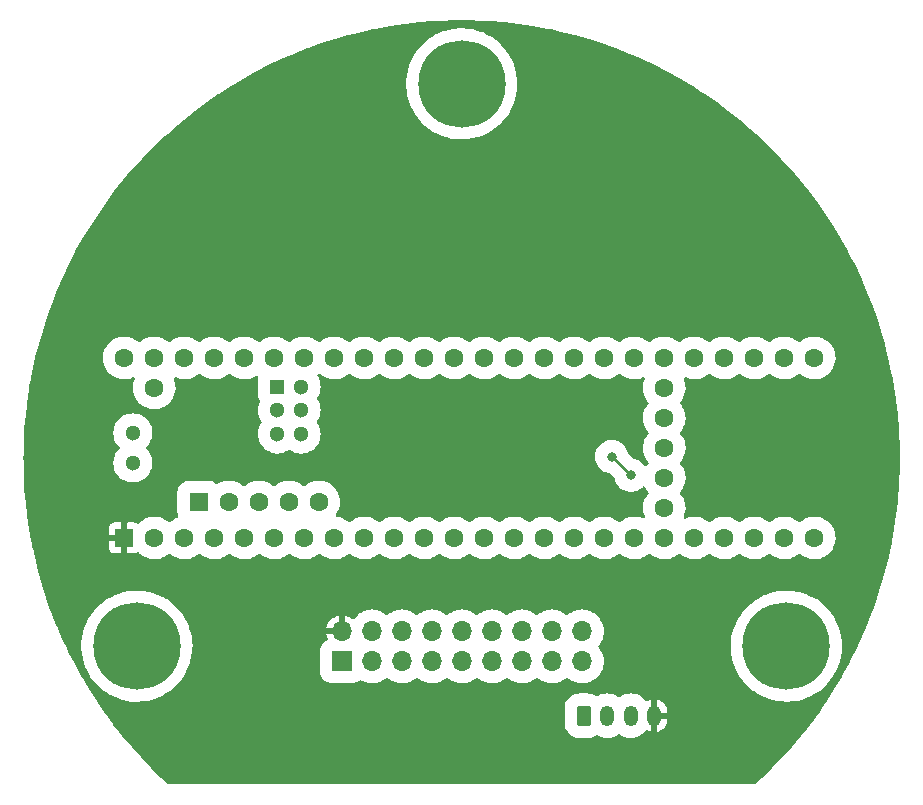
<source format=gbr>
%TF.GenerationSoftware,KiCad,Pcbnew,(6.0.7)*%
%TF.CreationDate,2023-04-01T23:24:39-04:00*%
%TF.ProjectId,board_4,626f6172-645f-4342-9e6b-696361645f70,rev?*%
%TF.SameCoordinates,Original*%
%TF.FileFunction,Copper,L2,Bot*%
%TF.FilePolarity,Positive*%
%FSLAX46Y46*%
G04 Gerber Fmt 4.6, Leading zero omitted, Abs format (unit mm)*
G04 Created by KiCad (PCBNEW (6.0.7)) date 2023-04-01 23:24:39*
%MOMM*%
%LPD*%
G01*
G04 APERTURE LIST*
G04 Aperture macros list*
%AMRoundRect*
0 Rectangle with rounded corners*
0 $1 Rounding radius*
0 $2 $3 $4 $5 $6 $7 $8 $9 X,Y pos of 4 corners*
0 Add a 4 corners polygon primitive as box body*
4,1,4,$2,$3,$4,$5,$6,$7,$8,$9,$2,$3,0*
0 Add four circle primitives for the rounded corners*
1,1,$1+$1,$2,$3*
1,1,$1+$1,$4,$5*
1,1,$1+$1,$6,$7*
1,1,$1+$1,$8,$9*
0 Add four rect primitives between the rounded corners*
20,1,$1+$1,$2,$3,$4,$5,0*
20,1,$1+$1,$4,$5,$6,$7,0*
20,1,$1+$1,$6,$7,$8,$9,0*
20,1,$1+$1,$8,$9,$2,$3,0*%
G04 Aperture macros list end*
%TA.AperFunction,ComponentPad*%
%ADD10C,4.100000*%
%TD*%
%TA.AperFunction,ConnectorPad*%
%ADD11C,7.400000*%
%TD*%
%TA.AperFunction,ComponentPad*%
%ADD12R,1.600000X1.600000*%
%TD*%
%TA.AperFunction,ComponentPad*%
%ADD13C,1.600000*%
%TD*%
%TA.AperFunction,ComponentPad*%
%ADD14R,1.300000X1.300000*%
%TD*%
%TA.AperFunction,ComponentPad*%
%ADD15C,1.300000*%
%TD*%
%TA.AperFunction,ComponentPad*%
%ADD16R,1.700000X1.700000*%
%TD*%
%TA.AperFunction,ComponentPad*%
%ADD17O,1.700000X1.700000*%
%TD*%
%TA.AperFunction,ComponentPad*%
%ADD18RoundRect,0.250000X-0.350000X-0.625000X0.350000X-0.625000X0.350000X0.625000X-0.350000X0.625000X0*%
%TD*%
%TA.AperFunction,ComponentPad*%
%ADD19O,1.200000X1.750000*%
%TD*%
%TA.AperFunction,ViaPad*%
%ADD20C,0.800000*%
%TD*%
%TA.AperFunction,Conductor*%
%ADD21C,0.250000*%
%TD*%
G04 APERTURE END LIST*
D10*
%TO.P,REF\u002A\u002A,1*%
%TO.N,N/C*%
X175468013Y-139389531D03*
D11*
X175468013Y-139389531D03*
%TD*%
%TO.P,REF\u002A\u002A,1*%
%TO.N,N/C*%
X147976228Y-91782125D03*
D10*
X147976228Y-91782125D03*
%TD*%
D12*
%TO.P,U1,1,GND*%
%TO.N,GND*%
X119410000Y-130230000D03*
D13*
%TO.P,U1,2,0_RX1_CRX2_CS1*%
%TO.N,/CS 1*%
X121950000Y-130230000D03*
%TO.P,U1,3,1_TX1_CTX2_MISO1*%
%TO.N,unconnected-(U1-Pad3)*%
X124490000Y-130230000D03*
%TO.P,U1,4,2_OUT2*%
%TO.N,unconnected-(U1-Pad4)*%
X127030000Y-130230000D03*
%TO.P,U1,5,3_LRCLK2*%
%TO.N,unconnected-(U1-Pad5)*%
X129570000Y-130230000D03*
%TO.P,U1,6,4_BCLK2*%
%TO.N,unconnected-(U1-Pad6)*%
X132110000Y-130230000D03*
%TO.P,U1,7,5_IN2*%
%TO.N,unconnected-(U1-Pad7)*%
X134650000Y-130230000D03*
%TO.P,U1,8,6_OUT1D*%
%TO.N,unconnected-(U1-Pad8)*%
X137190000Y-130230000D03*
%TO.P,U1,9,7_RX2_OUT1A*%
%TO.N,unconnected-(U1-Pad9)*%
X139730000Y-130230000D03*
%TO.P,U1,10,8_TX2_IN1*%
%TO.N,unconnected-(U1-Pad10)*%
X142270000Y-130230000D03*
%TO.P,U1,11,9_OUT1C*%
%TO.N,unconnected-(U1-Pad11)*%
X144810000Y-130230000D03*
%TO.P,U1,12,10_CS_MQSR*%
%TO.N,/CS 2*%
X147350000Y-130230000D03*
%TO.P,U1,13,11_MOSI_CTX1*%
%TO.N,/MOSI*%
X149890000Y-130230000D03*
%TO.P,U1,14,12_MISO_MQSL*%
%TO.N,/MISO*%
X152430000Y-130230000D03*
%TO.P,U1,15,3V3*%
%TO.N,/3.3V*%
X154970000Y-130230000D03*
%TO.P,U1,16,24_A10_TX6_SCL2*%
%TO.N,/SCL 2*%
X157510000Y-130230000D03*
%TO.P,U1,17,25_A11_RX6_SDA2*%
%TO.N,/SDA 2*%
X160050000Y-130230000D03*
%TO.P,U1,18,26_A12_MOSI1*%
%TO.N,unconnected-(U1-Pad18)*%
X162590000Y-130230000D03*
%TO.P,U1,19,27_A13_SCK1*%
%TO.N,unconnected-(U1-Pad19)*%
X165130000Y-130230000D03*
%TO.P,U1,20,28_RX7*%
%TO.N,unconnected-(U1-Pad20)*%
X167670000Y-130230000D03*
%TO.P,U1,21,29_TX7*%
%TO.N,unconnected-(U1-Pad21)*%
X170210000Y-130230000D03*
%TO.P,U1,22,30_CRX3*%
%TO.N,unconnected-(U1-Pad22)*%
X172750000Y-130230000D03*
%TO.P,U1,23,31_CTX3*%
%TO.N,unconnected-(U1-Pad23)*%
X175290000Y-130230000D03*
%TO.P,U1,24,32_OUT1B*%
%TO.N,unconnected-(U1-Pad24)*%
X177830000Y-130230000D03*
%TO.P,U1,25,33_MCLK2*%
%TO.N,unconnected-(U1-Pad25)*%
X177830000Y-114990000D03*
%TO.P,U1,26,34_RX8*%
%TO.N,/RX 8*%
X175290000Y-114990000D03*
%TO.P,U1,27,35_TX8*%
%TO.N,/TX 8*%
X172750000Y-114990000D03*
%TO.P,U1,28,36_CS*%
%TO.N,/CS 4*%
X170210000Y-114990000D03*
%TO.P,U1,29,37_CS*%
%TO.N,/CS 3*%
X167670000Y-114990000D03*
%TO.P,U1,30,38_CS1_IN1*%
%TO.N,unconnected-(U1-Pad30)*%
X165130000Y-114990000D03*
%TO.P,U1,31,39_MISO1_OUT1A*%
%TO.N,unconnected-(U1-Pad31)*%
X162590000Y-114990000D03*
%TO.P,U1,32,40_A16*%
%TO.N,unconnected-(U1-Pad32)*%
X160050000Y-114990000D03*
%TO.P,U1,33,41_A17*%
%TO.N,unconnected-(U1-Pad33)*%
X157510000Y-114990000D03*
%TO.P,U1,34,GND*%
%TO.N,unconnected-(U1-Pad34)*%
X154970000Y-114990000D03*
%TO.P,U1,35,13_SCK_LED*%
%TO.N,/SCK*%
X152430000Y-114990000D03*
%TO.P,U1,36,14_A0_TX3_SPDIF_OUT*%
%TO.N,unconnected-(U1-Pad36)*%
X149890000Y-114990000D03*
%TO.P,U1,37,15_A1_RX3_SPDIF_IN*%
%TO.N,unconnected-(U1-Pad37)*%
X147350000Y-114990000D03*
%TO.P,U1,38,16_A2_RX4_SCL1*%
%TO.N,/RX 4*%
X144810000Y-114990000D03*
%TO.P,U1,39,17_A3_TX4_SDA1*%
%TO.N,/TX 4*%
X142270000Y-114990000D03*
%TO.P,U1,40,18_A4_SDA*%
%TO.N,/SDA 1*%
X139730000Y-114990000D03*
%TO.P,U1,41,19_A5_SCL*%
%TO.N,/SCL 1*%
X137190000Y-114990000D03*
%TO.P,U1,42,20_A6_TX5_LRCLK1*%
%TO.N,/TX 5*%
X134650000Y-114990000D03*
%TO.P,U1,43,21_A7_RX5_BCLK1*%
%TO.N,/RX 5*%
X132110000Y-114990000D03*
%TO.P,U1,44,22_A8_CTX1*%
%TO.N,/NEOPIXEL*%
X129570000Y-114990000D03*
%TO.P,U1,45,23_A9_CRX1_MCLK1*%
%TO.N,unconnected-(U1-Pad45)*%
X127030000Y-114990000D03*
%TO.P,U1,46,3V3*%
%TO.N,unconnected-(U1-Pad46)*%
X124490000Y-114990000D03*
%TO.P,U1,47,GND*%
%TO.N,unconnected-(U1-Pad47)*%
X121950000Y-114990000D03*
%TO.P,U1,48,VIN*%
%TO.N,/V_BATT*%
X119410000Y-114990000D03*
%TO.P,U1,49,VUSB*%
%TO.N,unconnected-(U1-Pad49)*%
X121950000Y-117530000D03*
%TO.P,U1,50,VBAT*%
%TO.N,unconnected-(U1-Pad50)*%
X165130000Y-127690000D03*
%TO.P,U1,51,3V3*%
%TO.N,unconnected-(U1-Pad51)*%
X165130000Y-125150000D03*
%TO.P,U1,52,GND*%
%TO.N,unconnected-(U1-Pad52)*%
X165130000Y-122610000D03*
%TO.P,U1,53,PROGRAM*%
%TO.N,unconnected-(U1-Pad53)*%
X165130000Y-120070000D03*
%TO.P,U1,54,ON_OFF*%
%TO.N,unconnected-(U1-Pad54)*%
X165130000Y-117530000D03*
D12*
%TO.P,U1,55,5V*%
%TO.N,unconnected-(U1-Pad55)*%
X125709200Y-127179200D03*
D13*
%TO.P,U1,56,D-*%
%TO.N,unconnected-(U1-Pad56)*%
X128249200Y-127179200D03*
%TO.P,U1,57,D+*%
%TO.N,unconnected-(U1-Pad57)*%
X130789200Y-127179200D03*
%TO.P,U1,58,GND*%
%TO.N,unconnected-(U1-Pad58)*%
X133329200Y-127179200D03*
%TO.P,U1,59,GND*%
%TO.N,unconnected-(U1-Pad59)*%
X135869200Y-127179200D03*
D14*
%TO.P,U1,60,R+*%
%TO.N,unconnected-(U1-Pad60)*%
X132380000Y-117428400D03*
D15*
%TO.P,U1,61,LED*%
%TO.N,unconnected-(U1-Pad61)*%
X132380000Y-119428400D03*
%TO.P,U1,62,T-*%
%TO.N,unconnected-(U1-Pad62)*%
X132380000Y-121428400D03*
%TO.P,U1,63,T+*%
%TO.N,unconnected-(U1-Pad63)*%
X134380000Y-121428400D03*
%TO.P,U1,64,GND*%
%TO.N,unconnected-(U1-Pad64)*%
X134380000Y-119428400D03*
%TO.P,U1,65,R-*%
%TO.N,unconnected-(U1-Pad65)*%
X134380000Y-117428400D03*
%TO.P,U1,66,D-*%
%TO.N,unconnected-(U1-Pad66)*%
X120140000Y-121340000D03*
%TO.P,U1,67,D+*%
%TO.N,unconnected-(U1-Pad67)*%
X120140000Y-123880000D03*
%TD*%
D11*
%TO.P,REF\u002A\u002A,1*%
%TO.N,N/C*%
X120480277Y-139392743D03*
D10*
X120480277Y-139392743D03*
%TD*%
D16*
%TO.P,J2,1,Pin_1*%
%TO.N,/V_BATT*%
X137840000Y-140680000D03*
D17*
%TO.P,J2,2,Pin_2*%
%TO.N,GND*%
X137840000Y-138140000D03*
%TO.P,J2,3,Pin_3*%
%TO.N,/RX 5*%
X140380000Y-140680000D03*
%TO.P,J2,4,Pin_4*%
%TO.N,/CS 1*%
X140380000Y-138140000D03*
%TO.P,J2,5,Pin_5*%
%TO.N,/TX 5*%
X142920000Y-140680000D03*
%TO.P,J2,6,Pin_6*%
%TO.N,/CS 2*%
X142920000Y-138140000D03*
%TO.P,J2,7,Pin_7*%
%TO.N,/SCL 1*%
X145460000Y-140680000D03*
%TO.P,J2,8,Pin_8*%
%TO.N,/MOSI*%
X145460000Y-138140000D03*
%TO.P,J2,9,Pin_9*%
%TO.N,/SDA 1*%
X148000000Y-140680000D03*
%TO.P,J2,10,Pin_10*%
%TO.N,/MISO*%
X148000000Y-138140000D03*
%TO.P,J2,11,Pin_11*%
%TO.N,/TX 4*%
X150540000Y-140680000D03*
%TO.P,J2,12,Pin_12*%
%TO.N,/3.3V*%
X150540000Y-138140000D03*
%TO.P,J2,13,Pin_13*%
%TO.N,/RX 4*%
X153080000Y-140680000D03*
%TO.P,J2,14,Pin_14*%
%TO.N,/SCL 2*%
X153080000Y-138140000D03*
%TO.P,J2,15,Pin_15*%
%TO.N,/CS 3*%
X155620000Y-140680000D03*
%TO.P,J2,16,Pin_16*%
%TO.N,/SDA 2*%
X155620000Y-138140000D03*
%TO.P,J2,17,Pin_17*%
%TO.N,/CS 4*%
X158160000Y-140680000D03*
%TO.P,J2,18,Pin_18*%
%TO.N,/SCK*%
X158160000Y-138140000D03*
%TD*%
D18*
%TO.P,J1,1,Pin_1*%
%TO.N,/TX 8*%
X158290000Y-145276400D03*
D19*
%TO.P,J1,2,Pin_2*%
%TO.N,/RX 8*%
X160290000Y-145276400D03*
%TO.P,J1,3,Pin_3*%
%TO.N,/V_BATT*%
X162290000Y-145276400D03*
%TO.P,J1,4,Pin_4*%
%TO.N,GND*%
X164290000Y-145276400D03*
%TD*%
D20*
%TO.N,GND*%
X133350000Y-104190800D03*
X120650000Y-111760000D03*
%TO.N,/SCK*%
X162306000Y-124917200D03*
X160665500Y-123342400D03*
%TD*%
D21*
%TO.N,/SCK*%
X160731200Y-123342400D02*
X160665500Y-123342400D01*
X162306000Y-124917200D02*
X160731200Y-123342400D01*
%TD*%
%TA.AperFunction,Conductor*%
%TO.N,GND*%
G36*
X149134066Y-86422627D02*
G01*
X149191109Y-86423559D01*
X149195224Y-86423693D01*
X150402671Y-86482947D01*
X150406736Y-86483215D01*
X151611530Y-86581894D01*
X151615605Y-86582295D01*
X152816560Y-86720303D01*
X152820628Y-86720838D01*
X154016410Y-86898021D01*
X154020457Y-86898689D01*
X155209839Y-87114865D01*
X155213853Y-87115662D01*
X155507271Y-87178964D01*
X156395495Y-87370589D01*
X156399506Y-87371523D01*
X157143606Y-87557700D01*
X157572213Y-87664939D01*
X157576152Y-87665994D01*
X158738632Y-87997580D01*
X158742569Y-87998773D01*
X159893621Y-88368185D01*
X159897463Y-88369488D01*
X160704763Y-88658006D01*
X161035796Y-88776313D01*
X161039651Y-88777762D01*
X162164079Y-89221575D01*
X162167885Y-89223150D01*
X162442739Y-89342159D01*
X163277211Y-89703478D01*
X163280888Y-89705142D01*
X164373955Y-90221484D01*
X164377624Y-90223291D01*
X165453204Y-90775071D01*
X165456838Y-90777011D01*
X166513777Y-91363632D01*
X166517345Y-91365689D01*
X166779025Y-91522326D01*
X167554587Y-91986565D01*
X167558042Y-91988710D01*
X168269937Y-92447092D01*
X168574425Y-92643148D01*
X168577851Y-92645434D01*
X169572295Y-93332737D01*
X169575644Y-93335134D01*
X170547061Y-94054547D01*
X170550331Y-94057052D01*
X171497766Y-94807871D01*
X171500951Y-94810482D01*
X172423302Y-95591833D01*
X172426364Y-95594513D01*
X172871057Y-95996915D01*
X173322725Y-96405629D01*
X173325733Y-96408442D01*
X174195069Y-97248385D01*
X174197984Y-97251295D01*
X175039402Y-98119203D01*
X175042220Y-98122206D01*
X175854839Y-99017169D01*
X175857558Y-99020264D01*
X176640472Y-99941285D01*
X176643088Y-99944466D01*
X177395503Y-100890609D01*
X177398013Y-100893874D01*
X178119072Y-101864064D01*
X178121475Y-101867409D01*
X178810466Y-102860685D01*
X178812758Y-102864107D01*
X179468915Y-103879369D01*
X179471094Y-103882865D01*
X180093708Y-104919014D01*
X180095771Y-104922578D01*
X180684187Y-105978521D01*
X180686124Y-105982134D01*
X180975112Y-106543109D01*
X181239732Y-107056781D01*
X181241558Y-107060473D01*
X181759738Y-108152623D01*
X181761442Y-108156372D01*
X182243650Y-109264873D01*
X182245218Y-109268646D01*
X182690933Y-110392303D01*
X182692389Y-110396156D01*
X183101142Y-111533785D01*
X183102471Y-111537683D01*
X183473824Y-112688062D01*
X183475025Y-112692002D01*
X183808574Y-113853882D01*
X183809646Y-113857857D01*
X184094164Y-114986850D01*
X184105053Y-115030060D01*
X184105990Y-115034054D01*
X184354067Y-116174547D01*
X184362922Y-116215258D01*
X184363728Y-116219277D01*
X184467350Y-116783943D01*
X184581925Y-117408293D01*
X184582602Y-117412356D01*
X184745669Y-118500121D01*
X184761814Y-118607822D01*
X184762355Y-118611883D01*
X184814761Y-119061192D01*
X184902402Y-119812602D01*
X184902812Y-119816700D01*
X185003537Y-121021321D01*
X185003813Y-121025430D01*
X185032820Y-121596682D01*
X185062655Y-122184248D01*
X185065116Y-122232722D01*
X185065256Y-122236809D01*
X185083133Y-123227534D01*
X185087065Y-123445453D01*
X185087072Y-123449561D01*
X185083511Y-123692672D01*
X185069368Y-124658252D01*
X185069241Y-124662369D01*
X185042853Y-125219412D01*
X185013870Y-125831258D01*
X185012041Y-125869859D01*
X185011780Y-125873950D01*
X184928127Y-126917044D01*
X184915142Y-127078958D01*
X184914746Y-127083045D01*
X184903862Y-127179200D01*
X184778783Y-128284188D01*
X184778253Y-128288273D01*
X184603102Y-129484347D01*
X184602439Y-129488411D01*
X184419320Y-130505735D01*
X184388289Y-130678126D01*
X184387495Y-130682160D01*
X184327110Y-130964383D01*
X184134575Y-131864235D01*
X184133648Y-131868247D01*
X183842229Y-133041425D01*
X183841171Y-133045406D01*
X183511560Y-134208446D01*
X183510372Y-134212390D01*
X183341198Y-134742614D01*
X183163962Y-135298104D01*
X183142932Y-135364015D01*
X183141622Y-135367900D01*
X182807579Y-136307614D01*
X182736725Y-136506937D01*
X182735282Y-136510794D01*
X182293394Y-137635938D01*
X182291826Y-137639747D01*
X182187159Y-137882607D01*
X181991706Y-138336121D01*
X181813394Y-138749860D01*
X181811706Y-138753609D01*
X181297216Y-139847559D01*
X181295428Y-139851204D01*
X181047717Y-140336092D01*
X180745487Y-140927697D01*
X180743554Y-140931334D01*
X180382201Y-141585014D01*
X180206159Y-141903470D01*
X180158703Y-141989316D01*
X180156654Y-141992881D01*
X179993812Y-142265979D01*
X179537572Y-143031122D01*
X179535405Y-143034625D01*
X178882708Y-144052097D01*
X178880428Y-144055527D01*
X178762220Y-144227182D01*
X178272369Y-144938518D01*
X178194815Y-145051137D01*
X178192430Y-145054481D01*
X177519705Y-145966089D01*
X177474661Y-146027128D01*
X177472166Y-146030397D01*
X177188467Y-146389639D01*
X176722965Y-146979095D01*
X176720360Y-146982285D01*
X175940565Y-147905977D01*
X175937857Y-147909080D01*
X175128294Y-148806783D01*
X175125486Y-148809796D01*
X174287020Y-149680557D01*
X174284115Y-149683477D01*
X173417622Y-150526383D01*
X173414623Y-150529206D01*
X172830016Y-151061839D01*
X172766190Y-151092932D01*
X172745157Y-151094700D01*
X123215643Y-151094700D01*
X123147522Y-151074698D01*
X123130784Y-151061839D01*
X122546177Y-150529206D01*
X122543178Y-150526383D01*
X121676685Y-149683477D01*
X121673780Y-149680557D01*
X120835314Y-148809796D01*
X120832506Y-148806783D01*
X120022943Y-147909080D01*
X120020235Y-147905977D01*
X119240440Y-146982285D01*
X119237835Y-146979095D01*
X118772333Y-146389639D01*
X118488634Y-146030397D01*
X118486139Y-146027128D01*
X118441095Y-145966089D01*
X118439212Y-145963538D01*
X156689500Y-145963538D01*
X156700949Y-146104302D01*
X156756463Y-146320513D01*
X156849386Y-146523475D01*
X156852586Y-146528079D01*
X156852587Y-146528081D01*
X156965011Y-146689837D01*
X156976783Y-146706775D01*
X157134625Y-146864617D01*
X157139231Y-146867818D01*
X157139233Y-146867820D01*
X157313312Y-146988808D01*
X157317925Y-146992014D01*
X157444085Y-147049774D01*
X157515782Y-147082600D01*
X157515784Y-147082601D01*
X157520887Y-147084937D01*
X157737098Y-147140451D01*
X157801232Y-147145667D01*
X157875311Y-147151693D01*
X157875323Y-147151693D01*
X157877862Y-147151900D01*
X158702138Y-147151900D01*
X158704677Y-147151693D01*
X158704689Y-147151693D01*
X158778768Y-147145667D01*
X158842902Y-147140451D01*
X159059113Y-147084937D01*
X159064216Y-147082601D01*
X159064218Y-147082600D01*
X159135915Y-147049774D01*
X159262075Y-146992014D01*
X159266682Y-146988812D01*
X159266689Y-146988808D01*
X159342390Y-146936194D01*
X159409742Y-146913740D01*
X159480135Y-146932226D01*
X159556911Y-146979275D01*
X159556921Y-146979280D01*
X159561141Y-146981866D01*
X159565711Y-146983759D01*
X159565715Y-146983761D01*
X159789316Y-147076379D01*
X159793889Y-147078273D01*
X159821647Y-147084937D01*
X160034039Y-147135928D01*
X160034045Y-147135929D01*
X160038852Y-147137083D01*
X160290000Y-147156849D01*
X160541148Y-147137083D01*
X160545955Y-147135929D01*
X160545961Y-147135928D01*
X160758353Y-147084937D01*
X160786111Y-147078273D01*
X160790684Y-147076379D01*
X161014285Y-146983761D01*
X161014289Y-146983759D01*
X161018859Y-146981866D01*
X161210191Y-146864617D01*
X161224165Y-146856054D01*
X161292699Y-146837516D01*
X161355835Y-146856054D01*
X161369809Y-146864617D01*
X161561141Y-146981866D01*
X161565711Y-146983759D01*
X161565715Y-146983761D01*
X161789316Y-147076379D01*
X161793889Y-147078273D01*
X161821647Y-147084937D01*
X162034039Y-147135928D01*
X162034045Y-147135929D01*
X162038852Y-147137083D01*
X162290000Y-147156849D01*
X162541148Y-147137083D01*
X162545955Y-147135929D01*
X162545961Y-147135928D01*
X162758353Y-147084937D01*
X162786111Y-147078273D01*
X162790684Y-147076379D01*
X163014285Y-146983761D01*
X163014289Y-146983759D01*
X163018859Y-146981866D01*
X163233659Y-146850236D01*
X163237419Y-146847024D01*
X163237424Y-146847021D01*
X163421462Y-146689837D01*
X163425224Y-146686624D01*
X163560293Y-146528478D01*
X163619743Y-146489670D01*
X163690737Y-146489164D01*
X163719198Y-146501246D01*
X163821467Y-146560410D01*
X163832331Y-146565384D01*
X164020727Y-146630807D01*
X164021716Y-146631048D01*
X164032008Y-146629580D01*
X164036000Y-146616015D01*
X164036000Y-146611802D01*
X164544000Y-146611802D01*
X164547973Y-146625333D01*
X164557399Y-146626688D01*
X164646537Y-146605206D01*
X164657832Y-146601317D01*
X164839382Y-146518771D01*
X164849724Y-146512824D01*
X165012397Y-146397432D01*
X165021425Y-146389639D01*
X165159342Y-146245569D01*
X165166738Y-146236204D01*
X165274921Y-146068659D01*
X165280417Y-146058055D01*
X165354961Y-145873088D01*
X165358355Y-145861630D01*
X165396857Y-145664472D01*
X165397934Y-145655609D01*
X165398000Y-145652900D01*
X165398000Y-145548515D01*
X165393525Y-145533276D01*
X165392135Y-145532071D01*
X165384452Y-145530400D01*
X164562115Y-145530400D01*
X164546876Y-145534875D01*
X164545671Y-145536265D01*
X164544000Y-145543948D01*
X164544000Y-146611802D01*
X164036000Y-146611802D01*
X164036000Y-145004285D01*
X164544000Y-145004285D01*
X164548475Y-145019524D01*
X164549865Y-145020729D01*
X164557548Y-145022400D01*
X165379885Y-145022400D01*
X165395124Y-145017925D01*
X165396329Y-145016535D01*
X165398000Y-145008852D01*
X165398000Y-144951568D01*
X165397715Y-144945592D01*
X165383529Y-144796906D01*
X165381270Y-144785172D01*
X165325128Y-144593801D01*
X165320698Y-144582725D01*
X165229381Y-144405422D01*
X165222931Y-144395376D01*
X165099738Y-144238543D01*
X165091501Y-144229894D01*
X164940877Y-144099188D01*
X164931153Y-144092253D01*
X164758533Y-143992390D01*
X164747669Y-143987416D01*
X164559273Y-143921993D01*
X164558284Y-143921752D01*
X164547992Y-143923220D01*
X164544000Y-143936785D01*
X164544000Y-145004285D01*
X164036000Y-145004285D01*
X164036000Y-143940998D01*
X164032027Y-143927467D01*
X164022601Y-143926112D01*
X163933463Y-143947594D01*
X163922168Y-143951483D01*
X163740618Y-144034029D01*
X163730275Y-144039976D01*
X163726678Y-144042528D01*
X163659545Y-144065630D01*
X163590579Y-144048769D01*
X163557964Y-144021595D01*
X163425224Y-143866176D01*
X163324105Y-143779812D01*
X163237424Y-143705779D01*
X163237419Y-143705776D01*
X163233659Y-143702564D01*
X163018859Y-143570934D01*
X163014289Y-143569041D01*
X163014285Y-143569039D01*
X162790684Y-143476421D01*
X162790682Y-143476420D01*
X162786111Y-143474527D01*
X162701711Y-143454265D01*
X162545961Y-143416872D01*
X162545955Y-143416871D01*
X162541148Y-143415717D01*
X162290000Y-143395951D01*
X162038852Y-143415717D01*
X162034045Y-143416871D01*
X162034039Y-143416872D01*
X161878289Y-143454265D01*
X161793889Y-143474527D01*
X161789318Y-143476420D01*
X161789316Y-143476421D01*
X161565715Y-143569039D01*
X161565711Y-143569041D01*
X161561141Y-143570934D01*
X161556921Y-143573520D01*
X161355835Y-143696746D01*
X161287301Y-143715284D01*
X161224165Y-143696746D01*
X161023079Y-143573520D01*
X161018859Y-143570934D01*
X161014289Y-143569041D01*
X161014285Y-143569039D01*
X160790684Y-143476421D01*
X160790682Y-143476420D01*
X160786111Y-143474527D01*
X160701711Y-143454265D01*
X160545961Y-143416872D01*
X160545955Y-143416871D01*
X160541148Y-143415717D01*
X160290000Y-143395951D01*
X160038852Y-143415717D01*
X160034045Y-143416871D01*
X160034039Y-143416872D01*
X159878289Y-143454265D01*
X159793889Y-143474527D01*
X159789318Y-143476420D01*
X159789316Y-143476421D01*
X159565715Y-143569039D01*
X159565711Y-143569041D01*
X159561141Y-143570934D01*
X159556922Y-143573519D01*
X159556911Y-143573525D01*
X159480135Y-143620574D01*
X159411602Y-143639113D01*
X159342390Y-143616606D01*
X159266689Y-143563992D01*
X159266682Y-143563988D01*
X159262075Y-143560786D01*
X159135915Y-143503026D01*
X159064218Y-143470200D01*
X159064216Y-143470199D01*
X159059113Y-143467863D01*
X158842902Y-143412349D01*
X158778768Y-143407133D01*
X158704689Y-143401107D01*
X158704677Y-143401107D01*
X158702138Y-143400900D01*
X157877862Y-143400900D01*
X157875323Y-143401107D01*
X157875311Y-143401107D01*
X157801232Y-143407133D01*
X157737098Y-143412349D01*
X157520887Y-143467863D01*
X157515784Y-143470199D01*
X157515782Y-143470200D01*
X157444085Y-143503026D01*
X157317925Y-143560786D01*
X157313321Y-143563986D01*
X157313319Y-143563987D01*
X157139233Y-143684980D01*
X157139231Y-143684982D01*
X157134625Y-143688183D01*
X156976783Y-143846025D01*
X156973582Y-143850631D01*
X156973580Y-143850633D01*
X156854760Y-144021593D01*
X156849386Y-144029325D01*
X156756463Y-144232287D01*
X156700949Y-144448498D01*
X156700514Y-144453851D01*
X156690032Y-144582725D01*
X156689500Y-144589262D01*
X156689500Y-145963538D01*
X118439212Y-145963538D01*
X117768370Y-145054481D01*
X117765985Y-145051137D01*
X117688432Y-144938518D01*
X117198580Y-144227182D01*
X117080372Y-144055527D01*
X117078092Y-144052097D01*
X116425395Y-143034625D01*
X116423228Y-143031122D01*
X115966988Y-142265979D01*
X115804146Y-141992881D01*
X115802097Y-141989316D01*
X115754642Y-141903470D01*
X115578599Y-141585014D01*
X115217246Y-140931334D01*
X115215313Y-140927697D01*
X114913083Y-140336092D01*
X114665372Y-139851204D01*
X114663584Y-139847559D01*
X114526915Y-139556963D01*
X115777622Y-139556963D01*
X115777851Y-139559808D01*
X115777851Y-139559811D01*
X115811602Y-139979289D01*
X115811860Y-139982501D01*
X115884525Y-140403185D01*
X115995018Y-140815551D01*
X115996003Y-140818228D01*
X116119090Y-141152766D01*
X116142431Y-141216206D01*
X116143656Y-141218786D01*
X116143659Y-141218793D01*
X116300034Y-141548116D01*
X116325549Y-141601851D01*
X116423036Y-141766692D01*
X116539519Y-141963655D01*
X116542865Y-141969313D01*
X116544527Y-141971617D01*
X116544528Y-141971619D01*
X116788605Y-142310040D01*
X116792591Y-142315567D01*
X117072671Y-142637762D01*
X117380800Y-142933247D01*
X117383018Y-142935017D01*
X117383023Y-142935022D01*
X117667616Y-143162209D01*
X117714441Y-143199589D01*
X117716804Y-143201147D01*
X117716808Y-143201150D01*
X118016795Y-143398955D01*
X118070849Y-143434597D01*
X118447088Y-143636335D01*
X118840064Y-143803143D01*
X118842773Y-143804013D01*
X118842779Y-143804015D01*
X119243814Y-143932773D01*
X119243818Y-143932774D01*
X119246540Y-143933648D01*
X119326329Y-143951483D01*
X119660378Y-144026153D01*
X119660389Y-144026155D01*
X119663172Y-144026777D01*
X120086529Y-144081761D01*
X120513127Y-144098149D01*
X120515989Y-144097999D01*
X120515990Y-144097999D01*
X120936599Y-144075956D01*
X120936606Y-144075955D01*
X120939455Y-144075806D01*
X120942278Y-144075399D01*
X120942280Y-144075399D01*
X121359182Y-144015323D01*
X121359189Y-144015322D01*
X121362004Y-144014916D01*
X121777294Y-143915980D01*
X121779992Y-143915072D01*
X121779999Y-143915070D01*
X122179197Y-143780725D01*
X122179203Y-143780723D01*
X122181909Y-143779812D01*
X122572517Y-143607533D01*
X122578312Y-143604321D01*
X122943402Y-143401949D01*
X122943404Y-143401948D01*
X122945904Y-143400562D01*
X123298995Y-143160601D01*
X123628885Y-142889627D01*
X123932858Y-142589868D01*
X123983028Y-142530500D01*
X124206567Y-142265979D01*
X124206572Y-142265973D01*
X124208413Y-142263794D01*
X124255055Y-142197183D01*
X124451645Y-141916422D01*
X124453280Y-141914087D01*
X124640137Y-141587816D01*
X135989500Y-141587816D01*
X135989749Y-141590603D01*
X135989749Y-141590609D01*
X135990972Y-141604312D01*
X136000234Y-141708087D01*
X136056259Y-141903470D01*
X136150427Y-142083596D01*
X136154458Y-142088539D01*
X136154459Y-142088540D01*
X136241317Y-142195039D01*
X136278891Y-142241109D01*
X136283831Y-142245138D01*
X136366248Y-142312355D01*
X136436404Y-142369573D01*
X136616530Y-142463741D01*
X136811913Y-142519766D01*
X136843545Y-142522589D01*
X136929391Y-142530251D01*
X136929397Y-142530251D01*
X136932184Y-142530500D01*
X138747816Y-142530500D01*
X138750603Y-142530251D01*
X138750609Y-142530251D01*
X138836455Y-142522589D01*
X138868087Y-142519766D01*
X139063470Y-142463741D01*
X139243596Y-142369573D01*
X139325617Y-142302679D01*
X139391046Y-142275126D01*
X139460987Y-142287321D01*
X139470237Y-142292376D01*
X139537745Y-142333019D01*
X139624070Y-142369573D01*
X139774962Y-142433468D01*
X139774966Y-142433469D01*
X139779060Y-142435203D01*
X139783352Y-142436341D01*
X139783355Y-142436342D01*
X139875535Y-142460783D01*
X140032365Y-142502366D01*
X140036789Y-142502890D01*
X140036791Y-142502890D01*
X140179380Y-142519766D01*
X140292607Y-142533167D01*
X140554592Y-142526993D01*
X140558986Y-142526262D01*
X140558993Y-142526261D01*
X140808692Y-142484700D01*
X140808696Y-142484699D01*
X140813094Y-142483967D01*
X140977061Y-142432111D01*
X141058709Y-142406289D01*
X141058711Y-142406288D01*
X141062955Y-142404946D01*
X141066966Y-142403020D01*
X141066971Y-142403018D01*
X141295169Y-142293439D01*
X141295170Y-142293438D01*
X141299188Y-142291509D01*
X141443566Y-142195039D01*
X141513374Y-142148395D01*
X141513379Y-142148391D01*
X141517082Y-142145917D01*
X141520398Y-142142946D01*
X141520403Y-142142943D01*
X141566606Y-142101560D01*
X141630694Y-142071011D01*
X141701125Y-142079960D01*
X141730221Y-142097704D01*
X141849778Y-142195039D01*
X141849782Y-142195042D01*
X141853235Y-142197853D01*
X141857057Y-142200154D01*
X141962763Y-142263794D01*
X142077745Y-142333019D01*
X142164070Y-142369573D01*
X142314962Y-142433468D01*
X142314966Y-142433469D01*
X142319060Y-142435203D01*
X142323352Y-142436341D01*
X142323355Y-142436342D01*
X142415535Y-142460783D01*
X142572365Y-142502366D01*
X142576789Y-142502890D01*
X142576791Y-142502890D01*
X142719380Y-142519766D01*
X142832607Y-142533167D01*
X143094592Y-142526993D01*
X143098986Y-142526262D01*
X143098993Y-142526261D01*
X143348692Y-142484700D01*
X143348696Y-142484699D01*
X143353094Y-142483967D01*
X143517061Y-142432111D01*
X143598709Y-142406289D01*
X143598711Y-142406288D01*
X143602955Y-142404946D01*
X143606966Y-142403020D01*
X143606971Y-142403018D01*
X143835169Y-142293439D01*
X143835170Y-142293438D01*
X143839188Y-142291509D01*
X143983566Y-142195039D01*
X144053374Y-142148395D01*
X144053379Y-142148391D01*
X144057082Y-142145917D01*
X144060398Y-142142946D01*
X144060403Y-142142943D01*
X144106606Y-142101560D01*
X144170694Y-142071011D01*
X144241125Y-142079960D01*
X144270221Y-142097704D01*
X144389778Y-142195039D01*
X144389782Y-142195042D01*
X144393235Y-142197853D01*
X144397057Y-142200154D01*
X144502763Y-142263794D01*
X144617745Y-142333019D01*
X144704070Y-142369573D01*
X144854962Y-142433468D01*
X144854966Y-142433469D01*
X144859060Y-142435203D01*
X144863352Y-142436341D01*
X144863355Y-142436342D01*
X144955535Y-142460783D01*
X145112365Y-142502366D01*
X145116789Y-142502890D01*
X145116791Y-142502890D01*
X145259380Y-142519766D01*
X145372607Y-142533167D01*
X145634592Y-142526993D01*
X145638986Y-142526262D01*
X145638993Y-142526261D01*
X145888692Y-142484700D01*
X145888696Y-142484699D01*
X145893094Y-142483967D01*
X146057061Y-142432111D01*
X146138709Y-142406289D01*
X146138711Y-142406288D01*
X146142955Y-142404946D01*
X146146966Y-142403020D01*
X146146971Y-142403018D01*
X146375169Y-142293439D01*
X146375170Y-142293438D01*
X146379188Y-142291509D01*
X146523566Y-142195039D01*
X146593374Y-142148395D01*
X146593379Y-142148391D01*
X146597082Y-142145917D01*
X146600398Y-142142946D01*
X146600403Y-142142943D01*
X146646606Y-142101560D01*
X146710694Y-142071011D01*
X146781125Y-142079960D01*
X146810221Y-142097704D01*
X146929778Y-142195039D01*
X146929782Y-142195042D01*
X146933235Y-142197853D01*
X146937057Y-142200154D01*
X147042763Y-142263794D01*
X147157745Y-142333019D01*
X147244070Y-142369573D01*
X147394962Y-142433468D01*
X147394966Y-142433469D01*
X147399060Y-142435203D01*
X147403352Y-142436341D01*
X147403355Y-142436342D01*
X147495535Y-142460783D01*
X147652365Y-142502366D01*
X147656789Y-142502890D01*
X147656791Y-142502890D01*
X147799380Y-142519766D01*
X147912607Y-142533167D01*
X148174592Y-142526993D01*
X148178986Y-142526262D01*
X148178993Y-142526261D01*
X148428692Y-142484700D01*
X148428696Y-142484699D01*
X148433094Y-142483967D01*
X148597061Y-142432111D01*
X148678709Y-142406289D01*
X148678711Y-142406288D01*
X148682955Y-142404946D01*
X148686966Y-142403020D01*
X148686971Y-142403018D01*
X148915169Y-142293439D01*
X148915170Y-142293438D01*
X148919188Y-142291509D01*
X149063566Y-142195039D01*
X149133374Y-142148395D01*
X149133379Y-142148391D01*
X149137082Y-142145917D01*
X149140398Y-142142946D01*
X149140403Y-142142943D01*
X149186606Y-142101560D01*
X149250694Y-142071011D01*
X149321125Y-142079960D01*
X149350221Y-142097704D01*
X149469778Y-142195039D01*
X149469782Y-142195042D01*
X149473235Y-142197853D01*
X149477057Y-142200154D01*
X149582763Y-142263794D01*
X149697745Y-142333019D01*
X149784070Y-142369573D01*
X149934962Y-142433468D01*
X149934966Y-142433469D01*
X149939060Y-142435203D01*
X149943352Y-142436341D01*
X149943355Y-142436342D01*
X150035535Y-142460783D01*
X150192365Y-142502366D01*
X150196789Y-142502890D01*
X150196791Y-142502890D01*
X150339380Y-142519766D01*
X150452607Y-142533167D01*
X150714592Y-142526993D01*
X150718986Y-142526262D01*
X150718993Y-142526261D01*
X150968692Y-142484700D01*
X150968696Y-142484699D01*
X150973094Y-142483967D01*
X151137061Y-142432111D01*
X151218709Y-142406289D01*
X151218711Y-142406288D01*
X151222955Y-142404946D01*
X151226966Y-142403020D01*
X151226971Y-142403018D01*
X151455169Y-142293439D01*
X151455170Y-142293438D01*
X151459188Y-142291509D01*
X151603566Y-142195039D01*
X151673374Y-142148395D01*
X151673379Y-142148391D01*
X151677082Y-142145917D01*
X151680398Y-142142946D01*
X151680403Y-142142943D01*
X151726606Y-142101560D01*
X151790694Y-142071011D01*
X151861125Y-142079960D01*
X151890221Y-142097704D01*
X152009778Y-142195039D01*
X152009782Y-142195042D01*
X152013235Y-142197853D01*
X152017057Y-142200154D01*
X152122763Y-142263794D01*
X152237745Y-142333019D01*
X152324070Y-142369573D01*
X152474962Y-142433468D01*
X152474966Y-142433469D01*
X152479060Y-142435203D01*
X152483352Y-142436341D01*
X152483355Y-142436342D01*
X152575535Y-142460783D01*
X152732365Y-142502366D01*
X152736789Y-142502890D01*
X152736791Y-142502890D01*
X152879380Y-142519766D01*
X152992607Y-142533167D01*
X153254592Y-142526993D01*
X153258986Y-142526262D01*
X153258993Y-142526261D01*
X153508692Y-142484700D01*
X153508696Y-142484699D01*
X153513094Y-142483967D01*
X153677061Y-142432111D01*
X153758709Y-142406289D01*
X153758711Y-142406288D01*
X153762955Y-142404946D01*
X153766966Y-142403020D01*
X153766971Y-142403018D01*
X153995169Y-142293439D01*
X153995170Y-142293438D01*
X153999188Y-142291509D01*
X154143566Y-142195039D01*
X154213374Y-142148395D01*
X154213379Y-142148391D01*
X154217082Y-142145917D01*
X154220398Y-142142946D01*
X154220403Y-142142943D01*
X154266606Y-142101560D01*
X154330694Y-142071011D01*
X154401125Y-142079960D01*
X154430221Y-142097704D01*
X154549778Y-142195039D01*
X154549782Y-142195042D01*
X154553235Y-142197853D01*
X154557057Y-142200154D01*
X154662763Y-142263794D01*
X154777745Y-142333019D01*
X154864070Y-142369573D01*
X155014962Y-142433468D01*
X155014966Y-142433469D01*
X155019060Y-142435203D01*
X155023352Y-142436341D01*
X155023355Y-142436342D01*
X155115535Y-142460783D01*
X155272365Y-142502366D01*
X155276789Y-142502890D01*
X155276791Y-142502890D01*
X155419380Y-142519766D01*
X155532607Y-142533167D01*
X155794592Y-142526993D01*
X155798986Y-142526262D01*
X155798993Y-142526261D01*
X156048692Y-142484700D01*
X156048696Y-142484699D01*
X156053094Y-142483967D01*
X156217061Y-142432111D01*
X156298709Y-142406289D01*
X156298711Y-142406288D01*
X156302955Y-142404946D01*
X156306966Y-142403020D01*
X156306971Y-142403018D01*
X156535169Y-142293439D01*
X156535170Y-142293438D01*
X156539188Y-142291509D01*
X156683566Y-142195039D01*
X156753374Y-142148395D01*
X156753379Y-142148391D01*
X156757082Y-142145917D01*
X156760398Y-142142946D01*
X156760403Y-142142943D01*
X156806606Y-142101560D01*
X156870694Y-142071011D01*
X156941125Y-142079960D01*
X156970221Y-142097704D01*
X157089778Y-142195039D01*
X157089782Y-142195042D01*
X157093235Y-142197853D01*
X157097057Y-142200154D01*
X157202763Y-142263794D01*
X157317745Y-142333019D01*
X157404070Y-142369573D01*
X157554962Y-142433468D01*
X157554966Y-142433469D01*
X157559060Y-142435203D01*
X157563352Y-142436341D01*
X157563355Y-142436342D01*
X157655535Y-142460783D01*
X157812365Y-142502366D01*
X157816789Y-142502890D01*
X157816791Y-142502890D01*
X157959380Y-142519766D01*
X158072607Y-142533167D01*
X158334592Y-142526993D01*
X158338986Y-142526262D01*
X158338993Y-142526261D01*
X158588692Y-142484700D01*
X158588696Y-142484699D01*
X158593094Y-142483967D01*
X158757061Y-142432111D01*
X158838709Y-142406289D01*
X158838711Y-142406288D01*
X158842955Y-142404946D01*
X158846966Y-142403020D01*
X158846971Y-142403018D01*
X159075169Y-142293439D01*
X159075170Y-142293438D01*
X159079188Y-142291509D01*
X159223566Y-142195039D01*
X159293380Y-142148391D01*
X159293384Y-142148388D01*
X159297082Y-142145917D01*
X159492287Y-141971076D01*
X159549116Y-141903470D01*
X159658043Y-141773886D01*
X159658045Y-141773884D01*
X159660910Y-141770475D01*
X159799586Y-141548116D01*
X159802717Y-141541035D01*
X159903749Y-141312503D01*
X159905547Y-141308436D01*
X159976681Y-141056216D01*
X159993943Y-140927697D01*
X160011139Y-140799673D01*
X160011140Y-140799665D01*
X160011566Y-140796491D01*
X160012855Y-140755488D01*
X160015126Y-140683222D01*
X160015126Y-140683217D01*
X160015227Y-140680000D01*
X159996719Y-140418596D01*
X159941563Y-140162408D01*
X159850860Y-139916547D01*
X159726420Y-139685920D01*
X159705714Y-139657886D01*
X159628799Y-139553751D01*
X170765358Y-139553751D01*
X170765587Y-139556596D01*
X170765587Y-139556599D01*
X170799130Y-139973496D01*
X170799596Y-139979289D01*
X170872261Y-140399973D01*
X170982754Y-140812339D01*
X170983739Y-140815016D01*
X171106826Y-141149554D01*
X171130167Y-141212994D01*
X171131392Y-141215574D01*
X171131395Y-141215581D01*
X171287163Y-141543627D01*
X171313285Y-141598639D01*
X171381421Y-141713851D01*
X171496907Y-141909127D01*
X171530601Y-141966101D01*
X171532263Y-141968405D01*
X171532264Y-141968407D01*
X171763507Y-142289033D01*
X171780327Y-142312355D01*
X172060407Y-142634550D01*
X172368536Y-142930035D01*
X172370754Y-142931805D01*
X172370759Y-142931810D01*
X172655089Y-143158787D01*
X172702177Y-143196377D01*
X172704540Y-143197935D01*
X172704544Y-143197938D01*
X173012352Y-143400900D01*
X173058585Y-143431385D01*
X173434824Y-143633123D01*
X173827800Y-143799931D01*
X173830509Y-143800801D01*
X173830515Y-143800803D01*
X174231550Y-143929561D01*
X174231554Y-143929562D01*
X174234276Y-143930436D01*
X174311036Y-143947594D01*
X174648114Y-144022941D01*
X174648125Y-144022943D01*
X174650908Y-144023565D01*
X175074265Y-144078549D01*
X175500863Y-144094937D01*
X175503725Y-144094787D01*
X175503726Y-144094787D01*
X175924335Y-144072744D01*
X175924342Y-144072743D01*
X175927191Y-144072594D01*
X175930014Y-144072187D01*
X175930016Y-144072187D01*
X176346918Y-144012111D01*
X176346925Y-144012110D01*
X176349740Y-144011704D01*
X176765030Y-143912768D01*
X176767728Y-143911860D01*
X176767735Y-143911858D01*
X177166933Y-143777513D01*
X177166939Y-143777511D01*
X177169645Y-143776600D01*
X177560253Y-143604321D01*
X177790992Y-143476421D01*
X177931138Y-143398737D01*
X177931140Y-143398736D01*
X177933640Y-143397350D01*
X178286731Y-143157389D01*
X178616621Y-142886415D01*
X178920594Y-142586656D01*
X179024466Y-142463741D01*
X179194303Y-142262767D01*
X179194308Y-142262761D01*
X179196149Y-142260582D01*
X179441016Y-141910875D01*
X179653180Y-141540415D01*
X179759389Y-141308436D01*
X179829707Y-141154847D01*
X179830896Y-141152250D01*
X179831841Y-141149565D01*
X179831846Y-141149554D01*
X179948524Y-140818228D01*
X179972700Y-140749576D01*
X179989490Y-140683222D01*
X180076722Y-140338486D01*
X180076723Y-140338482D01*
X180077425Y-140335707D01*
X180144209Y-139914050D01*
X180162003Y-139646149D01*
X180172386Y-139489826D01*
X180172386Y-139489818D01*
X180172502Y-139488076D01*
X180173534Y-139389531D01*
X180154168Y-138963057D01*
X180096229Y-138540094D01*
X180090717Y-138516216D01*
X180000839Y-138126912D01*
X180000838Y-138126910D01*
X180000195Y-138124123D01*
X179920933Y-137883045D01*
X179867750Y-137721290D01*
X179867750Y-137721289D01*
X179866855Y-137718568D01*
X179865724Y-137715954D01*
X179865720Y-137715944D01*
X179782081Y-137522667D01*
X179697307Y-137326766D01*
X179571739Y-137096458D01*
X179494317Y-136954456D01*
X179494313Y-136954449D01*
X179492947Y-136951944D01*
X179255458Y-136597186D01*
X178986793Y-136265412D01*
X178801752Y-136075130D01*
X178691154Y-135961400D01*
X178691150Y-135961396D01*
X178689164Y-135959354D01*
X178687006Y-135957504D01*
X178686996Y-135957495D01*
X178367195Y-135683393D01*
X178367190Y-135683389D01*
X178365021Y-135681530D01*
X178362690Y-135679873D01*
X178362683Y-135679868D01*
X178019368Y-135435887D01*
X178019366Y-135435886D01*
X178017032Y-135434227D01*
X177791289Y-135302841D01*
X177650518Y-135220910D01*
X177650511Y-135220906D01*
X177648062Y-135219481D01*
X177410706Y-135108800D01*
X177263744Y-135040270D01*
X177263734Y-135040266D01*
X177261148Y-135039060D01*
X177258451Y-135038089D01*
X176862163Y-134895417D01*
X176862154Y-134895414D01*
X176859473Y-134894449D01*
X176586014Y-134823218D01*
X176449115Y-134787558D01*
X176449109Y-134787557D01*
X176446346Y-134786837D01*
X176025165Y-134717111D01*
X176022322Y-134716902D01*
X176022320Y-134716902D01*
X175602245Y-134686054D01*
X175599399Y-134685845D01*
X175421810Y-134688945D01*
X175175402Y-134693245D01*
X175175397Y-134693245D01*
X175172551Y-134693295D01*
X175169718Y-134693603D01*
X175169714Y-134693603D01*
X174831760Y-134730317D01*
X174748135Y-134739402D01*
X174329644Y-134823784D01*
X174326911Y-134824599D01*
X174326906Y-134824600D01*
X174066056Y-134902363D01*
X173920524Y-134945748D01*
X173917863Y-134946812D01*
X173917861Y-134946813D01*
X173679197Y-135042272D01*
X173524141Y-135104290D01*
X173515290Y-135108800D01*
X173146302Y-135296808D01*
X173146297Y-135296811D01*
X173143759Y-135298104D01*
X173141341Y-135299627D01*
X173141337Y-135299629D01*
X173039094Y-135364015D01*
X172782508Y-135525596D01*
X172443362Y-135784893D01*
X172129113Y-136073860D01*
X171842347Y-136390119D01*
X171840623Y-136392406D01*
X171840622Y-136392408D01*
X171805202Y-136439412D01*
X171585424Y-136731067D01*
X171360460Y-137093897D01*
X171169306Y-137475623D01*
X171168265Y-137478279D01*
X171168262Y-137478286D01*
X171087990Y-137683117D01*
X171013535Y-137873103D01*
X171012743Y-137875830D01*
X171012739Y-137875841D01*
X170938863Y-138130124D01*
X170894430Y-138283065D01*
X170812971Y-138702134D01*
X170769829Y-139126862D01*
X170765358Y-139553751D01*
X159628799Y-139553751D01*
X159575735Y-139481907D01*
X159551353Y-139415228D01*
X159566890Y-139345953D01*
X159580636Y-139325973D01*
X159658045Y-139233883D01*
X159660910Y-139230475D01*
X159799586Y-139008116D01*
X159807407Y-138990427D01*
X159903749Y-138772503D01*
X159905547Y-138768436D01*
X159910029Y-138752546D01*
X159923340Y-138705346D01*
X159976681Y-138516216D01*
X159992563Y-138397973D01*
X160011139Y-138259673D01*
X160011140Y-138259665D01*
X160011566Y-138256491D01*
X160015227Y-138140000D01*
X159996719Y-137878596D01*
X159941563Y-137622408D01*
X159921013Y-137566703D01*
X159852401Y-137380724D01*
X159850860Y-137376547D01*
X159726420Y-137145920D01*
X159710783Y-137124748D01*
X159573370Y-136938706D01*
X159570726Y-136935126D01*
X159386884Y-136748374D01*
X159318336Y-136696060D01*
X159182107Y-136592093D01*
X159182103Y-136592090D01*
X159178562Y-136589388D01*
X158949917Y-136461340D01*
X158945768Y-136459735D01*
X158945764Y-136459733D01*
X158768631Y-136391206D01*
X158705512Y-136366787D01*
X158701191Y-136365785D01*
X158701183Y-136365783D01*
X158533069Y-136326817D01*
X158450221Y-136307614D01*
X158189141Y-136285002D01*
X158184706Y-136285246D01*
X158184702Y-136285246D01*
X157931921Y-136299157D01*
X157931914Y-136299158D01*
X157927478Y-136299402D01*
X157670456Y-136350527D01*
X157666246Y-136352005D01*
X157666244Y-136352006D01*
X157563766Y-136387994D01*
X157423201Y-136437357D01*
X157419250Y-136439410D01*
X157419244Y-136439412D01*
X157291894Y-136505566D01*
X157190647Y-136558159D01*
X157187032Y-136560742D01*
X157187026Y-136560746D01*
X156981055Y-136707935D01*
X156981051Y-136707938D01*
X156977434Y-136710523D01*
X156974215Y-136713594D01*
X156970777Y-136716438D01*
X156969900Y-136715378D01*
X156912117Y-136745172D01*
X156841441Y-136738429D01*
X156811820Y-136721614D01*
X156642107Y-136592093D01*
X156642103Y-136592090D01*
X156638562Y-136589388D01*
X156409917Y-136461340D01*
X156405768Y-136459735D01*
X156405764Y-136459733D01*
X156228631Y-136391206D01*
X156165512Y-136366787D01*
X156161191Y-136365785D01*
X156161183Y-136365783D01*
X155993069Y-136326817D01*
X155910221Y-136307614D01*
X155649141Y-136285002D01*
X155644706Y-136285246D01*
X155644702Y-136285246D01*
X155391921Y-136299157D01*
X155391914Y-136299158D01*
X155387478Y-136299402D01*
X155130456Y-136350527D01*
X155126246Y-136352005D01*
X155126244Y-136352006D01*
X155023766Y-136387994D01*
X154883201Y-136437357D01*
X154879250Y-136439410D01*
X154879244Y-136439412D01*
X154751894Y-136505566D01*
X154650647Y-136558159D01*
X154647032Y-136560742D01*
X154647026Y-136560746D01*
X154441055Y-136707935D01*
X154441051Y-136707938D01*
X154437434Y-136710523D01*
X154434215Y-136713594D01*
X154430777Y-136716438D01*
X154429900Y-136715378D01*
X154372117Y-136745172D01*
X154301441Y-136738429D01*
X154271820Y-136721614D01*
X154102107Y-136592093D01*
X154102103Y-136592090D01*
X154098562Y-136589388D01*
X153869917Y-136461340D01*
X153865768Y-136459735D01*
X153865764Y-136459733D01*
X153688631Y-136391206D01*
X153625512Y-136366787D01*
X153621191Y-136365785D01*
X153621183Y-136365783D01*
X153453069Y-136326817D01*
X153370221Y-136307614D01*
X153109141Y-136285002D01*
X153104706Y-136285246D01*
X153104702Y-136285246D01*
X152851921Y-136299157D01*
X152851914Y-136299158D01*
X152847478Y-136299402D01*
X152590456Y-136350527D01*
X152586246Y-136352005D01*
X152586244Y-136352006D01*
X152483766Y-136387994D01*
X152343201Y-136437357D01*
X152339250Y-136439410D01*
X152339244Y-136439412D01*
X152211894Y-136505566D01*
X152110647Y-136558159D01*
X152107032Y-136560742D01*
X152107026Y-136560746D01*
X151901055Y-136707935D01*
X151901051Y-136707938D01*
X151897434Y-136710523D01*
X151894215Y-136713594D01*
X151890777Y-136716438D01*
X151889900Y-136715378D01*
X151832117Y-136745172D01*
X151761441Y-136738429D01*
X151731820Y-136721614D01*
X151562107Y-136592093D01*
X151562103Y-136592090D01*
X151558562Y-136589388D01*
X151329917Y-136461340D01*
X151325768Y-136459735D01*
X151325764Y-136459733D01*
X151148631Y-136391206D01*
X151085512Y-136366787D01*
X151081191Y-136365785D01*
X151081183Y-136365783D01*
X150913069Y-136326817D01*
X150830221Y-136307614D01*
X150569141Y-136285002D01*
X150564706Y-136285246D01*
X150564702Y-136285246D01*
X150311921Y-136299157D01*
X150311914Y-136299158D01*
X150307478Y-136299402D01*
X150050456Y-136350527D01*
X150046246Y-136352005D01*
X150046244Y-136352006D01*
X149943766Y-136387994D01*
X149803201Y-136437357D01*
X149799250Y-136439410D01*
X149799244Y-136439412D01*
X149671894Y-136505566D01*
X149570647Y-136558159D01*
X149567032Y-136560742D01*
X149567026Y-136560746D01*
X149361055Y-136707935D01*
X149361051Y-136707938D01*
X149357434Y-136710523D01*
X149354215Y-136713594D01*
X149350777Y-136716438D01*
X149349900Y-136715378D01*
X149292117Y-136745172D01*
X149221441Y-136738429D01*
X149191820Y-136721614D01*
X149022107Y-136592093D01*
X149022103Y-136592090D01*
X149018562Y-136589388D01*
X148789917Y-136461340D01*
X148785768Y-136459735D01*
X148785764Y-136459733D01*
X148608631Y-136391206D01*
X148545512Y-136366787D01*
X148541191Y-136365785D01*
X148541183Y-136365783D01*
X148373069Y-136326817D01*
X148290221Y-136307614D01*
X148029141Y-136285002D01*
X148024706Y-136285246D01*
X148024702Y-136285246D01*
X147771921Y-136299157D01*
X147771914Y-136299158D01*
X147767478Y-136299402D01*
X147510456Y-136350527D01*
X147506246Y-136352005D01*
X147506244Y-136352006D01*
X147403766Y-136387994D01*
X147263201Y-136437357D01*
X147259250Y-136439410D01*
X147259244Y-136439412D01*
X147131894Y-136505566D01*
X147030647Y-136558159D01*
X147027032Y-136560742D01*
X147027026Y-136560746D01*
X146821055Y-136707935D01*
X146821051Y-136707938D01*
X146817434Y-136710523D01*
X146814215Y-136713594D01*
X146810777Y-136716438D01*
X146809900Y-136715378D01*
X146752117Y-136745172D01*
X146681441Y-136738429D01*
X146651820Y-136721614D01*
X146482107Y-136592093D01*
X146482103Y-136592090D01*
X146478562Y-136589388D01*
X146249917Y-136461340D01*
X146245768Y-136459735D01*
X146245764Y-136459733D01*
X146068631Y-136391206D01*
X146005512Y-136366787D01*
X146001191Y-136365785D01*
X146001183Y-136365783D01*
X145833069Y-136326817D01*
X145750221Y-136307614D01*
X145489141Y-136285002D01*
X145484706Y-136285246D01*
X145484702Y-136285246D01*
X145231921Y-136299157D01*
X145231914Y-136299158D01*
X145227478Y-136299402D01*
X144970456Y-136350527D01*
X144966246Y-136352005D01*
X144966244Y-136352006D01*
X144863766Y-136387994D01*
X144723201Y-136437357D01*
X144719250Y-136439410D01*
X144719244Y-136439412D01*
X144591894Y-136505566D01*
X144490647Y-136558159D01*
X144487032Y-136560742D01*
X144487026Y-136560746D01*
X144281055Y-136707935D01*
X144281051Y-136707938D01*
X144277434Y-136710523D01*
X144274215Y-136713594D01*
X144270777Y-136716438D01*
X144269900Y-136715378D01*
X144212117Y-136745172D01*
X144141441Y-136738429D01*
X144111820Y-136721614D01*
X143942107Y-136592093D01*
X143942103Y-136592090D01*
X143938562Y-136589388D01*
X143709917Y-136461340D01*
X143705768Y-136459735D01*
X143705764Y-136459733D01*
X143528631Y-136391206D01*
X143465512Y-136366787D01*
X143461191Y-136365785D01*
X143461183Y-136365783D01*
X143293069Y-136326817D01*
X143210221Y-136307614D01*
X142949141Y-136285002D01*
X142944706Y-136285246D01*
X142944702Y-136285246D01*
X142691921Y-136299157D01*
X142691914Y-136299158D01*
X142687478Y-136299402D01*
X142430456Y-136350527D01*
X142426246Y-136352005D01*
X142426244Y-136352006D01*
X142323766Y-136387994D01*
X142183201Y-136437357D01*
X142179250Y-136439410D01*
X142179244Y-136439412D01*
X142051894Y-136505566D01*
X141950647Y-136558159D01*
X141947032Y-136560742D01*
X141947026Y-136560746D01*
X141741055Y-136707935D01*
X141741051Y-136707938D01*
X141737434Y-136710523D01*
X141734215Y-136713594D01*
X141730777Y-136716438D01*
X141729900Y-136715378D01*
X141672117Y-136745172D01*
X141601441Y-136738429D01*
X141571820Y-136721614D01*
X141402107Y-136592093D01*
X141402103Y-136592090D01*
X141398562Y-136589388D01*
X141169917Y-136461340D01*
X141165768Y-136459735D01*
X141165764Y-136459733D01*
X140988631Y-136391206D01*
X140925512Y-136366787D01*
X140921191Y-136365785D01*
X140921183Y-136365783D01*
X140753069Y-136326817D01*
X140670221Y-136307614D01*
X140409141Y-136285002D01*
X140404706Y-136285246D01*
X140404702Y-136285246D01*
X140151921Y-136299157D01*
X140151914Y-136299158D01*
X140147478Y-136299402D01*
X139890456Y-136350527D01*
X139886246Y-136352005D01*
X139886244Y-136352006D01*
X139783766Y-136387994D01*
X139643201Y-136437357D01*
X139639250Y-136439410D01*
X139639244Y-136439412D01*
X139511894Y-136505566D01*
X139410647Y-136558159D01*
X139407032Y-136560742D01*
X139407026Y-136560746D01*
X139201055Y-136707935D01*
X139201051Y-136707938D01*
X139197434Y-136710523D01*
X139157756Y-136748374D01*
X139078186Y-136824280D01*
X139007816Y-136891409D01*
X139005060Y-136894905D01*
X138871943Y-137063764D01*
X138814062Y-137104877D01*
X138743142Y-137108171D01*
X138694901Y-137084640D01*
X138598139Y-137008222D01*
X138589552Y-137002517D01*
X138403117Y-136899599D01*
X138393705Y-136895369D01*
X138192959Y-136824280D01*
X138182988Y-136821646D01*
X138111837Y-136808972D01*
X138098540Y-136810432D01*
X138094000Y-136824989D01*
X138094000Y-138268000D01*
X138073998Y-138336121D01*
X138020342Y-138382614D01*
X137968000Y-138394000D01*
X136523225Y-138394000D01*
X136509694Y-138397973D01*
X136508257Y-138407966D01*
X136538565Y-138542446D01*
X136541645Y-138552275D01*
X136621770Y-138749602D01*
X136623257Y-138752546D01*
X136623499Y-138753861D01*
X136623714Y-138754390D01*
X136623605Y-138754434D01*
X136636119Y-138822368D01*
X136609190Y-138888059D01*
X136569167Y-138921020D01*
X136436404Y-138990427D01*
X136431461Y-138994458D01*
X136431460Y-138994459D01*
X136283831Y-139114862D01*
X136278891Y-139118891D01*
X136274862Y-139123831D01*
X136187886Y-139230475D01*
X136150427Y-139276404D01*
X136056259Y-139456530D01*
X136000234Y-139651913D01*
X135989500Y-139772184D01*
X135989500Y-141587816D01*
X124640137Y-141587816D01*
X124665444Y-141543627D01*
X124668102Y-141537823D01*
X124841971Y-141158059D01*
X124843160Y-141155462D01*
X124844105Y-141152777D01*
X124844110Y-141152766D01*
X124969574Y-140796491D01*
X124984964Y-140752788D01*
X125089689Y-140338919D01*
X125090646Y-140332880D01*
X125156027Y-139920077D01*
X125156473Y-139917262D01*
X125184766Y-139491288D01*
X125185798Y-139392743D01*
X125166432Y-138966269D01*
X125108493Y-138543306D01*
X125107752Y-138540094D01*
X125013103Y-138130124D01*
X125013102Y-138130122D01*
X125012459Y-138127335D01*
X124997464Y-138081726D01*
X124929227Y-137874183D01*
X136504389Y-137874183D01*
X136505912Y-137882607D01*
X136518292Y-137886000D01*
X137567885Y-137886000D01*
X137583124Y-137881525D01*
X137584329Y-137880135D01*
X137586000Y-137872452D01*
X137586000Y-136823102D01*
X137582082Y-136809758D01*
X137567806Y-136807771D01*
X137529324Y-136813660D01*
X137519288Y-136816051D01*
X137316868Y-136882212D01*
X137307359Y-136886209D01*
X137118463Y-136984542D01*
X137109738Y-136990036D01*
X136939433Y-137117905D01*
X136931726Y-137124748D01*
X136784590Y-137278717D01*
X136778104Y-137286727D01*
X136658098Y-137462649D01*
X136653000Y-137471623D01*
X136563338Y-137664783D01*
X136559775Y-137674470D01*
X136504389Y-137874183D01*
X124929227Y-137874183D01*
X124880014Y-137724502D01*
X124880014Y-137724501D01*
X124879119Y-137721780D01*
X124877988Y-137719166D01*
X124877984Y-137719156D01*
X124794345Y-137525879D01*
X124709571Y-137329978D01*
X124582660Y-137097208D01*
X124506581Y-136957668D01*
X124506577Y-136957661D01*
X124505211Y-136955156D01*
X124267722Y-136600398D01*
X123999057Y-136268624D01*
X123995934Y-136265412D01*
X123703418Y-135964612D01*
X123703414Y-135964608D01*
X123701428Y-135962566D01*
X123699270Y-135960716D01*
X123699260Y-135960707D01*
X123379459Y-135686605D01*
X123379454Y-135686601D01*
X123377285Y-135684742D01*
X123374954Y-135683085D01*
X123374947Y-135683080D01*
X123031632Y-135439099D01*
X123031630Y-135439098D01*
X123029296Y-135437439D01*
X122909847Y-135367918D01*
X122662782Y-135224122D01*
X122662775Y-135224118D01*
X122660326Y-135222693D01*
X122416082Y-135108800D01*
X122276008Y-135043482D01*
X122275998Y-135043478D01*
X122273412Y-135042272D01*
X122017185Y-134950025D01*
X121874427Y-134898629D01*
X121874418Y-134898626D01*
X121871737Y-134897661D01*
X121585947Y-134823218D01*
X121461379Y-134790770D01*
X121461373Y-134790769D01*
X121458610Y-134790049D01*
X121037429Y-134720323D01*
X121034586Y-134720114D01*
X121034584Y-134720114D01*
X120614509Y-134689266D01*
X120611663Y-134689057D01*
X120434074Y-134692157D01*
X120187666Y-134696457D01*
X120187661Y-134696457D01*
X120184815Y-134696507D01*
X120181982Y-134696815D01*
X120181978Y-134696815D01*
X119965588Y-134720323D01*
X119760399Y-134742614D01*
X119341908Y-134826996D01*
X119339175Y-134827811D01*
X119339170Y-134827812D01*
X119104867Y-134897661D01*
X118932788Y-134948960D01*
X118930127Y-134950024D01*
X118930125Y-134950025D01*
X118541190Y-135105588D01*
X118536405Y-135107502D01*
X118533858Y-135108800D01*
X118158566Y-135300020D01*
X118158561Y-135300023D01*
X118156023Y-135301316D01*
X117794772Y-135528808D01*
X117455626Y-135788105D01*
X117141377Y-136077072D01*
X116854611Y-136393331D01*
X116597688Y-136734279D01*
X116372724Y-137097109D01*
X116181570Y-137478835D01*
X116180529Y-137481491D01*
X116180526Y-137481498D01*
X116088648Y-137715944D01*
X116025799Y-137876315D01*
X116025007Y-137879042D01*
X116025003Y-137879053D01*
X115914423Y-138259673D01*
X115906694Y-138286277D01*
X115825235Y-138705346D01*
X115782093Y-139130074D01*
X115777622Y-139556963D01*
X114526915Y-139556963D01*
X114149094Y-138753609D01*
X114147406Y-138749860D01*
X113969095Y-138336121D01*
X113773641Y-137882607D01*
X113668974Y-137639747D01*
X113667406Y-137635938D01*
X113225518Y-136510794D01*
X113224075Y-136506937D01*
X113153221Y-136307614D01*
X112819178Y-135367900D01*
X112817868Y-135364015D01*
X112796839Y-135298104D01*
X112619602Y-134742614D01*
X112450428Y-134212390D01*
X112449240Y-134208446D01*
X112119629Y-133045406D01*
X112118571Y-133041425D01*
X111827152Y-131868247D01*
X111826225Y-131864235D01*
X111657287Y-131074669D01*
X118102001Y-131074669D01*
X118102371Y-131081490D01*
X118107895Y-131132352D01*
X118111521Y-131147604D01*
X118156676Y-131268054D01*
X118165214Y-131283649D01*
X118241715Y-131385724D01*
X118254276Y-131398285D01*
X118356351Y-131474786D01*
X118371946Y-131483324D01*
X118492394Y-131528478D01*
X118507649Y-131532105D01*
X118558514Y-131537631D01*
X118565328Y-131538000D01*
X119137885Y-131538000D01*
X119153124Y-131533525D01*
X119154329Y-131532135D01*
X119156000Y-131524452D01*
X119156000Y-130502115D01*
X119151525Y-130486876D01*
X119150135Y-130485671D01*
X119142452Y-130484000D01*
X118120116Y-130484000D01*
X118104877Y-130488475D01*
X118103672Y-130489865D01*
X118102001Y-130497548D01*
X118102001Y-131074669D01*
X111657287Y-131074669D01*
X111633690Y-130964383D01*
X111573305Y-130682160D01*
X111572511Y-130678126D01*
X111541481Y-130505735D01*
X111442867Y-129957885D01*
X118102000Y-129957885D01*
X118106475Y-129973124D01*
X118107865Y-129974329D01*
X118115548Y-129976000D01*
X119137885Y-129976000D01*
X119153124Y-129971525D01*
X119154329Y-129970135D01*
X119156000Y-129962452D01*
X119156000Y-128940116D01*
X119151525Y-128924877D01*
X119150135Y-128923672D01*
X119142452Y-128922001D01*
X118565331Y-128922001D01*
X118558510Y-128922371D01*
X118507648Y-128927895D01*
X118492396Y-128931521D01*
X118371946Y-128976676D01*
X118356351Y-128985214D01*
X118254276Y-129061715D01*
X118241715Y-129074276D01*
X118165214Y-129176351D01*
X118156676Y-129191946D01*
X118111522Y-129312394D01*
X118107895Y-129327649D01*
X118102369Y-129378514D01*
X118102000Y-129385328D01*
X118102000Y-129957885D01*
X111442867Y-129957885D01*
X111358361Y-129488411D01*
X111357698Y-129484347D01*
X111182547Y-128288273D01*
X111182017Y-128284188D01*
X111056938Y-127179200D01*
X111046054Y-127083045D01*
X111045658Y-127078958D01*
X111032673Y-126917044D01*
X110949020Y-125873950D01*
X110948759Y-125869859D01*
X110946931Y-125831258D01*
X110917947Y-125219412D01*
X110891559Y-124662369D01*
X110891432Y-124658252D01*
X110880033Y-123880000D01*
X118484396Y-123880000D01*
X118504779Y-124138994D01*
X118505933Y-124143801D01*
X118505934Y-124143807D01*
X118532179Y-124253124D01*
X118565427Y-124391610D01*
X118567320Y-124396181D01*
X118567321Y-124396183D01*
X118662791Y-124626666D01*
X118664846Y-124631628D01*
X118800588Y-124853140D01*
X118969311Y-125050689D01*
X119166860Y-125219412D01*
X119388372Y-125355154D01*
X119392942Y-125357047D01*
X119392946Y-125357049D01*
X119613528Y-125448417D01*
X119628390Y-125454573D01*
X119716724Y-125475780D01*
X119876193Y-125514066D01*
X119876199Y-125514067D01*
X119881006Y-125515221D01*
X120140000Y-125535604D01*
X120398994Y-125515221D01*
X120403801Y-125514067D01*
X120403807Y-125514066D01*
X120563276Y-125475780D01*
X120651610Y-125454573D01*
X120666472Y-125448417D01*
X120887054Y-125357049D01*
X120887058Y-125357047D01*
X120891628Y-125355154D01*
X121113140Y-125219412D01*
X121310689Y-125050689D01*
X121479412Y-124853140D01*
X121615154Y-124631628D01*
X121617210Y-124626666D01*
X121712679Y-124396183D01*
X121712680Y-124396181D01*
X121714573Y-124391610D01*
X121747821Y-124253124D01*
X121774066Y-124143807D01*
X121774067Y-124143801D01*
X121775221Y-124138994D01*
X121795604Y-123880000D01*
X121775221Y-123621006D01*
X121774067Y-123616199D01*
X121774066Y-123616193D01*
X121715728Y-123373202D01*
X121714573Y-123368390D01*
X121691721Y-123313221D01*
X121617049Y-123132946D01*
X121617047Y-123132942D01*
X121615154Y-123128372D01*
X121479412Y-122906860D01*
X121310689Y-122709311D01*
X121306933Y-122706103D01*
X121306928Y-122706098D01*
X121306592Y-122705811D01*
X121306500Y-122705670D01*
X121303425Y-122702595D01*
X121304071Y-122701949D01*
X121267783Y-122646361D01*
X121267275Y-122575366D01*
X121304095Y-122518075D01*
X121303425Y-122517405D01*
X121306504Y-122514326D01*
X121306592Y-122514189D01*
X121306928Y-122513902D01*
X121306933Y-122513897D01*
X121310689Y-122510689D01*
X121479412Y-122313140D01*
X121615154Y-122091628D01*
X121617210Y-122086666D01*
X121712679Y-121856183D01*
X121712680Y-121856181D01*
X121714573Y-121851610D01*
X121735780Y-121763276D01*
X121774066Y-121603807D01*
X121774067Y-121603801D01*
X121775221Y-121598994D01*
X121795604Y-121340000D01*
X121775221Y-121081006D01*
X121774067Y-121076199D01*
X121774066Y-121076193D01*
X121715728Y-120833202D01*
X121714573Y-120828390D01*
X121657995Y-120691798D01*
X121617049Y-120592946D01*
X121617047Y-120592942D01*
X121615154Y-120588372D01*
X121479412Y-120366860D01*
X121310689Y-120169311D01*
X121113140Y-120000588D01*
X120891628Y-119864846D01*
X120887058Y-119862953D01*
X120887054Y-119862951D01*
X120656183Y-119767321D01*
X120656181Y-119767320D01*
X120651610Y-119765427D01*
X120563276Y-119744220D01*
X120403807Y-119705934D01*
X120403801Y-119705933D01*
X120398994Y-119704779D01*
X120140000Y-119684396D01*
X119881006Y-119704779D01*
X119876199Y-119705933D01*
X119876193Y-119705934D01*
X119716724Y-119744220D01*
X119628390Y-119765427D01*
X119623819Y-119767320D01*
X119623817Y-119767321D01*
X119392946Y-119862951D01*
X119392942Y-119862953D01*
X119388372Y-119864846D01*
X119166860Y-120000588D01*
X118969311Y-120169311D01*
X118800588Y-120366860D01*
X118664846Y-120588372D01*
X118662953Y-120592942D01*
X118662951Y-120592946D01*
X118622005Y-120691798D01*
X118565427Y-120828390D01*
X118564272Y-120833202D01*
X118505934Y-121076193D01*
X118505933Y-121076199D01*
X118504779Y-121081006D01*
X118484396Y-121340000D01*
X118504779Y-121598994D01*
X118505933Y-121603801D01*
X118505934Y-121603807D01*
X118544220Y-121763276D01*
X118565427Y-121851610D01*
X118567320Y-121856181D01*
X118567321Y-121856183D01*
X118662791Y-122086666D01*
X118664846Y-122091628D01*
X118800588Y-122313140D01*
X118969311Y-122510689D01*
X118973067Y-122513897D01*
X118973072Y-122513902D01*
X118973408Y-122514189D01*
X118973500Y-122514330D01*
X118976575Y-122517405D01*
X118975929Y-122518051D01*
X119012217Y-122573639D01*
X119012725Y-122644634D01*
X118975905Y-122701925D01*
X118976575Y-122702595D01*
X118973496Y-122705674D01*
X118973408Y-122705811D01*
X118973072Y-122706098D01*
X118973067Y-122706103D01*
X118969311Y-122709311D01*
X118800588Y-122906860D01*
X118664846Y-123128372D01*
X118662953Y-123132942D01*
X118662951Y-123132946D01*
X118588279Y-123313221D01*
X118565427Y-123368390D01*
X118564272Y-123373202D01*
X118505934Y-123616193D01*
X118505933Y-123616199D01*
X118504779Y-123621006D01*
X118484396Y-123880000D01*
X110880033Y-123880000D01*
X110877289Y-123692672D01*
X110873728Y-123449561D01*
X110873735Y-123445453D01*
X110877667Y-123227534D01*
X110895544Y-122236809D01*
X110895684Y-122232722D01*
X110898146Y-122184248D01*
X110927980Y-121596682D01*
X110956987Y-121025430D01*
X110957263Y-121021321D01*
X111057988Y-119816700D01*
X111058398Y-119812602D01*
X111146039Y-119061192D01*
X111198445Y-118611883D01*
X111198986Y-118607822D01*
X111215132Y-118500121D01*
X111378198Y-117412356D01*
X111378875Y-117408293D01*
X111493450Y-116783943D01*
X111597072Y-116219277D01*
X111597878Y-116215258D01*
X111606734Y-116174547D01*
X111854810Y-115034054D01*
X111855747Y-115030060D01*
X111866637Y-114986850D01*
X111877754Y-114942736D01*
X117605070Y-114942736D01*
X117617909Y-115210041D01*
X117670118Y-115472512D01*
X117760549Y-115724383D01*
X117762765Y-115728507D01*
X117830982Y-115855465D01*
X117887215Y-115960121D01*
X117890010Y-115963864D01*
X117890012Y-115963867D01*
X117974199Y-116076607D01*
X118047335Y-116174547D01*
X118050642Y-116177825D01*
X118050647Y-116177831D01*
X118226139Y-116351797D01*
X118237390Y-116362950D01*
X118241156Y-116365712D01*
X118241158Y-116365713D01*
X118352977Y-116447702D01*
X118453205Y-116521192D01*
X118457340Y-116523368D01*
X118457344Y-116523370D01*
X118586918Y-116591542D01*
X118690039Y-116645797D01*
X118730338Y-116659870D01*
X118938273Y-116732484D01*
X118938279Y-116732486D01*
X118942690Y-116734026D01*
X119205606Y-116783943D01*
X119332616Y-116788933D01*
X119468345Y-116794266D01*
X119468350Y-116794266D01*
X119473013Y-116794449D01*
X119568943Y-116783943D01*
X119734382Y-116765825D01*
X119734387Y-116765824D01*
X119739035Y-116765315D01*
X119854567Y-116734898D01*
X119938709Y-116712745D01*
X119997829Y-116697180D01*
X120136886Y-116637437D01*
X120207369Y-116628925D01*
X120271266Y-116659870D01*
X120308290Y-116720449D01*
X120306685Y-116791428D01*
X120302819Y-116801931D01*
X120252637Y-116921602D01*
X120237755Y-116957091D01*
X120236604Y-116961623D01*
X120236603Y-116961626D01*
X120173033Y-117211933D01*
X120171881Y-117216470D01*
X120145070Y-117482736D01*
X120157909Y-117750041D01*
X120210118Y-118012512D01*
X120300549Y-118264383D01*
X120302765Y-118268507D01*
X120370982Y-118395465D01*
X120427215Y-118500121D01*
X120430010Y-118503864D01*
X120430012Y-118503867D01*
X120564992Y-118684626D01*
X120587335Y-118714547D01*
X120590642Y-118717825D01*
X120590647Y-118717831D01*
X120757954Y-118883683D01*
X120777390Y-118902950D01*
X120781156Y-118905712D01*
X120781158Y-118905713D01*
X120796265Y-118916790D01*
X120993205Y-119061192D01*
X120997340Y-119063368D01*
X120997344Y-119063370D01*
X121126918Y-119131542D01*
X121230039Y-119185797D01*
X121234458Y-119187340D01*
X121478273Y-119272484D01*
X121478279Y-119272486D01*
X121482690Y-119274026D01*
X121745606Y-119323943D01*
X121872616Y-119328933D01*
X122008345Y-119334266D01*
X122008350Y-119334266D01*
X122013013Y-119334449D01*
X122108943Y-119323943D01*
X122274382Y-119305825D01*
X122274387Y-119305824D01*
X122279035Y-119305315D01*
X122310451Y-119297044D01*
X122478709Y-119252745D01*
X122537829Y-119237180D01*
X122684094Y-119174340D01*
X122779407Y-119133391D01*
X122779410Y-119133389D01*
X122783710Y-119131542D01*
X122787690Y-119129079D01*
X122787694Y-119129077D01*
X123007302Y-118993179D01*
X123007306Y-118993176D01*
X123011275Y-118990720D01*
X123104007Y-118912217D01*
X123211960Y-118820828D01*
X123211961Y-118820827D01*
X123215526Y-118817809D01*
X123283418Y-118740393D01*
X123388894Y-118620122D01*
X123388898Y-118620117D01*
X123391976Y-118616607D01*
X123394507Y-118612672D01*
X123534219Y-118395465D01*
X123534222Y-118395460D01*
X123536747Y-118391534D01*
X123646661Y-118147534D01*
X123719302Y-117889969D01*
X123737103Y-117750041D01*
X123752677Y-117627625D01*
X123752677Y-117627621D01*
X123753075Y-117624495D01*
X123755549Y-117530000D01*
X123735717Y-117263123D01*
X123725161Y-117216470D01*
X123677686Y-117006666D01*
X123676655Y-117002109D01*
X123643477Y-116916790D01*
X123600289Y-116805733D01*
X123594242Y-116734994D01*
X123627398Y-116672216D01*
X123689232Y-116637329D01*
X123760112Y-116641410D01*
X123766514Y-116643943D01*
X123770039Y-116645797D01*
X123774458Y-116647340D01*
X123774463Y-116647342D01*
X124018273Y-116732484D01*
X124018279Y-116732486D01*
X124022690Y-116734026D01*
X124285606Y-116783943D01*
X124412616Y-116788933D01*
X124548345Y-116794266D01*
X124548350Y-116794266D01*
X124553013Y-116794449D01*
X124648943Y-116783943D01*
X124814382Y-116765825D01*
X124814387Y-116765824D01*
X124819035Y-116765315D01*
X124934567Y-116734898D01*
X125018709Y-116712745D01*
X125077829Y-116697180D01*
X125303295Y-116600313D01*
X125319407Y-116593391D01*
X125319410Y-116593389D01*
X125323710Y-116591542D01*
X125327690Y-116589079D01*
X125327694Y-116589077D01*
X125547302Y-116453179D01*
X125547306Y-116453176D01*
X125551275Y-116450720D01*
X125676022Y-116345114D01*
X125740938Y-116316365D01*
X125811091Y-116327277D01*
X125846143Y-116351801D01*
X125857390Y-116362950D01*
X125861156Y-116365712D01*
X125861158Y-116365713D01*
X125972977Y-116447702D01*
X126073205Y-116521192D01*
X126077340Y-116523368D01*
X126077344Y-116523370D01*
X126206918Y-116591542D01*
X126310039Y-116645797D01*
X126350338Y-116659870D01*
X126558273Y-116732484D01*
X126558279Y-116732486D01*
X126562690Y-116734026D01*
X126825606Y-116783943D01*
X126952616Y-116788933D01*
X127088345Y-116794266D01*
X127088350Y-116794266D01*
X127093013Y-116794449D01*
X127188943Y-116783943D01*
X127354382Y-116765825D01*
X127354387Y-116765824D01*
X127359035Y-116765315D01*
X127474567Y-116734898D01*
X127558709Y-116712745D01*
X127617829Y-116697180D01*
X127843295Y-116600313D01*
X127859407Y-116593391D01*
X127859410Y-116593389D01*
X127863710Y-116591542D01*
X127867690Y-116589079D01*
X127867694Y-116589077D01*
X128087302Y-116453179D01*
X128087306Y-116453176D01*
X128091275Y-116450720D01*
X128216022Y-116345114D01*
X128280938Y-116316365D01*
X128351091Y-116327277D01*
X128386143Y-116351801D01*
X128397390Y-116362950D01*
X128401156Y-116365712D01*
X128401158Y-116365713D01*
X128512977Y-116447702D01*
X128613205Y-116521192D01*
X128617340Y-116523368D01*
X128617344Y-116523370D01*
X128746918Y-116591542D01*
X128850039Y-116645797D01*
X128890338Y-116659870D01*
X129098273Y-116732484D01*
X129098279Y-116732486D01*
X129102690Y-116734026D01*
X129365606Y-116783943D01*
X129492616Y-116788933D01*
X129628345Y-116794266D01*
X129628350Y-116794266D01*
X129633013Y-116794449D01*
X129728943Y-116783943D01*
X129894382Y-116765825D01*
X129894387Y-116765824D01*
X129899035Y-116765315D01*
X130014567Y-116734898D01*
X130098709Y-116712745D01*
X130157829Y-116697180D01*
X130383295Y-116600313D01*
X130399407Y-116593391D01*
X130399410Y-116593389D01*
X130403710Y-116591542D01*
X130546540Y-116503156D01*
X130614991Y-116484318D01*
X130682760Y-116505479D01*
X130728332Y-116559920D01*
X130738343Y-116621501D01*
X130731483Y-116698370D01*
X130729500Y-116720584D01*
X130729500Y-118136216D01*
X130729749Y-118139003D01*
X130729749Y-118139009D01*
X130733002Y-118175454D01*
X130740234Y-118256487D01*
X130796259Y-118451870D01*
X130881537Y-118614992D01*
X130895371Y-118684626D01*
X130886284Y-118721584D01*
X130822322Y-118876002D01*
X130805427Y-118916790D01*
X130787678Y-118990720D01*
X130745934Y-119164593D01*
X130745933Y-119164599D01*
X130744779Y-119169406D01*
X130724396Y-119428400D01*
X130744779Y-119687394D01*
X130745933Y-119692201D01*
X130745934Y-119692207D01*
X130762481Y-119761127D01*
X130805427Y-119940010D01*
X130807320Y-119944581D01*
X130807321Y-119944583D01*
X130901963Y-120173067D01*
X130904846Y-120180028D01*
X130907432Y-120184247D01*
X130907435Y-120184254D01*
X131016704Y-120362566D01*
X131035242Y-120431099D01*
X131016704Y-120494234D01*
X130907435Y-120672546D01*
X130907432Y-120672553D01*
X130904846Y-120676772D01*
X130902953Y-120681342D01*
X130902951Y-120681346D01*
X130840050Y-120833202D01*
X130805427Y-120916790D01*
X130804272Y-120921602D01*
X130745934Y-121164593D01*
X130745933Y-121164599D01*
X130744779Y-121169406D01*
X130724396Y-121428400D01*
X130744779Y-121687394D01*
X130745933Y-121692201D01*
X130745934Y-121692207D01*
X130779662Y-121832691D01*
X130805427Y-121940010D01*
X130807320Y-121944581D01*
X130807321Y-121944583D01*
X130902804Y-122175097D01*
X130904846Y-122180028D01*
X131040588Y-122401540D01*
X131209311Y-122599089D01*
X131406860Y-122767812D01*
X131628372Y-122903554D01*
X131632942Y-122905447D01*
X131632946Y-122905449D01*
X131799585Y-122974473D01*
X131868390Y-123002973D01*
X131954949Y-123023754D01*
X132116193Y-123062466D01*
X132116199Y-123062467D01*
X132121006Y-123063621D01*
X132380000Y-123084004D01*
X132638994Y-123063621D01*
X132643801Y-123062467D01*
X132643807Y-123062466D01*
X132805051Y-123023754D01*
X132891610Y-123002973D01*
X132960415Y-122974473D01*
X133127054Y-122905449D01*
X133127058Y-122905447D01*
X133131628Y-122903554D01*
X133135847Y-122900968D01*
X133135854Y-122900965D01*
X133314166Y-122791696D01*
X133382699Y-122773158D01*
X133445834Y-122791696D01*
X133624146Y-122900965D01*
X133624153Y-122900968D01*
X133628372Y-122903554D01*
X133632942Y-122905447D01*
X133632946Y-122905449D01*
X133799585Y-122974473D01*
X133868390Y-123002973D01*
X133954949Y-123023754D01*
X134116193Y-123062466D01*
X134116199Y-123062467D01*
X134121006Y-123063621D01*
X134380000Y-123084004D01*
X134638994Y-123063621D01*
X134643801Y-123062467D01*
X134643807Y-123062466D01*
X134805051Y-123023754D01*
X134891610Y-123002973D01*
X134960415Y-122974473D01*
X135127054Y-122905449D01*
X135127058Y-122905447D01*
X135131628Y-122903554D01*
X135353140Y-122767812D01*
X135550689Y-122599089D01*
X135719412Y-122401540D01*
X135855154Y-122180028D01*
X135857197Y-122175097D01*
X135952679Y-121944583D01*
X135952680Y-121944581D01*
X135954573Y-121940010D01*
X135980338Y-121832691D01*
X136014066Y-121692207D01*
X136014067Y-121692201D01*
X136015221Y-121687394D01*
X136035604Y-121428400D01*
X136015221Y-121169406D01*
X136014067Y-121164599D01*
X136014066Y-121164593D01*
X135955728Y-120921602D01*
X135954573Y-120916790D01*
X135919950Y-120833202D01*
X135857049Y-120681346D01*
X135857047Y-120681342D01*
X135855154Y-120676772D01*
X135852568Y-120672553D01*
X135852565Y-120672546D01*
X135743296Y-120494234D01*
X135724758Y-120425701D01*
X135743296Y-120362566D01*
X135852565Y-120184254D01*
X135852568Y-120184247D01*
X135855154Y-120180028D01*
X135858038Y-120173067D01*
X135952679Y-119944583D01*
X135952680Y-119944581D01*
X135954573Y-119940010D01*
X135997519Y-119761127D01*
X136014066Y-119692207D01*
X136014067Y-119692201D01*
X136015221Y-119687394D01*
X136035604Y-119428400D01*
X136015221Y-119169406D01*
X136014067Y-119164599D01*
X136014066Y-119164593D01*
X135972322Y-118990720D01*
X135954573Y-118916790D01*
X135937678Y-118876002D01*
X135857049Y-118681346D01*
X135857047Y-118681342D01*
X135855154Y-118676772D01*
X135852568Y-118672553D01*
X135852565Y-118672546D01*
X135743296Y-118494234D01*
X135724758Y-118425701D01*
X135743296Y-118362566D01*
X135852565Y-118184254D01*
X135852568Y-118184247D01*
X135855154Y-118180028D01*
X135866848Y-118151798D01*
X135952679Y-117944583D01*
X135952680Y-117944581D01*
X135954573Y-117940010D01*
X136001302Y-117745371D01*
X136014066Y-117692207D01*
X136014067Y-117692201D01*
X136015221Y-117687394D01*
X136035604Y-117428400D01*
X136015221Y-117169406D01*
X136014067Y-117164599D01*
X136014066Y-117164593D01*
X135964248Y-116957091D01*
X135954573Y-116916790D01*
X135903687Y-116793940D01*
X135857049Y-116681346D01*
X135857047Y-116681342D01*
X135855154Y-116676772D01*
X135771277Y-116539896D01*
X135752739Y-116471363D01*
X135774195Y-116403687D01*
X135797294Y-116377899D01*
X135836024Y-116345112D01*
X135900938Y-116316365D01*
X135971091Y-116327277D01*
X136006138Y-116351797D01*
X136014067Y-116359657D01*
X136014074Y-116359663D01*
X136017390Y-116362950D01*
X136021156Y-116365712D01*
X136021158Y-116365713D01*
X136132977Y-116447702D01*
X136233205Y-116521192D01*
X136237340Y-116523368D01*
X136237344Y-116523370D01*
X136366918Y-116591542D01*
X136470039Y-116645797D01*
X136510338Y-116659870D01*
X136718273Y-116732484D01*
X136718279Y-116732486D01*
X136722690Y-116734026D01*
X136985606Y-116783943D01*
X137112616Y-116788933D01*
X137248345Y-116794266D01*
X137248350Y-116794266D01*
X137253013Y-116794449D01*
X137348943Y-116783943D01*
X137514382Y-116765825D01*
X137514387Y-116765824D01*
X137519035Y-116765315D01*
X137634567Y-116734898D01*
X137718709Y-116712745D01*
X137777829Y-116697180D01*
X138003295Y-116600313D01*
X138019407Y-116593391D01*
X138019410Y-116593389D01*
X138023710Y-116591542D01*
X138027690Y-116589079D01*
X138027694Y-116589077D01*
X138247302Y-116453179D01*
X138247306Y-116453176D01*
X138251275Y-116450720D01*
X138376022Y-116345114D01*
X138440938Y-116316365D01*
X138511091Y-116327277D01*
X138546143Y-116351801D01*
X138557390Y-116362950D01*
X138561156Y-116365712D01*
X138561158Y-116365713D01*
X138672977Y-116447702D01*
X138773205Y-116521192D01*
X138777340Y-116523368D01*
X138777344Y-116523370D01*
X138906918Y-116591542D01*
X139010039Y-116645797D01*
X139050338Y-116659870D01*
X139258273Y-116732484D01*
X139258279Y-116732486D01*
X139262690Y-116734026D01*
X139525606Y-116783943D01*
X139652616Y-116788933D01*
X139788345Y-116794266D01*
X139788350Y-116794266D01*
X139793013Y-116794449D01*
X139888943Y-116783943D01*
X140054382Y-116765825D01*
X140054387Y-116765824D01*
X140059035Y-116765315D01*
X140174567Y-116734898D01*
X140258709Y-116712745D01*
X140317829Y-116697180D01*
X140543295Y-116600313D01*
X140559407Y-116593391D01*
X140559410Y-116593389D01*
X140563710Y-116591542D01*
X140567690Y-116589079D01*
X140567694Y-116589077D01*
X140787302Y-116453179D01*
X140787306Y-116453176D01*
X140791275Y-116450720D01*
X140916022Y-116345114D01*
X140980938Y-116316365D01*
X141051091Y-116327277D01*
X141086143Y-116351801D01*
X141097390Y-116362950D01*
X141101156Y-116365712D01*
X141101158Y-116365713D01*
X141212977Y-116447702D01*
X141313205Y-116521192D01*
X141317340Y-116523368D01*
X141317344Y-116523370D01*
X141446918Y-116591542D01*
X141550039Y-116645797D01*
X141590338Y-116659870D01*
X141798273Y-116732484D01*
X141798279Y-116732486D01*
X141802690Y-116734026D01*
X142065606Y-116783943D01*
X142192616Y-116788933D01*
X142328345Y-116794266D01*
X142328350Y-116794266D01*
X142333013Y-116794449D01*
X142428943Y-116783943D01*
X142594382Y-116765825D01*
X142594387Y-116765824D01*
X142599035Y-116765315D01*
X142714567Y-116734898D01*
X142798709Y-116712745D01*
X142857829Y-116697180D01*
X143083295Y-116600313D01*
X143099407Y-116593391D01*
X143099410Y-116593389D01*
X143103710Y-116591542D01*
X143107690Y-116589079D01*
X143107694Y-116589077D01*
X143327302Y-116453179D01*
X143327306Y-116453176D01*
X143331275Y-116450720D01*
X143456022Y-116345114D01*
X143520938Y-116316365D01*
X143591091Y-116327277D01*
X143626143Y-116351801D01*
X143637390Y-116362950D01*
X143641156Y-116365712D01*
X143641158Y-116365713D01*
X143752977Y-116447702D01*
X143853205Y-116521192D01*
X143857340Y-116523368D01*
X143857344Y-116523370D01*
X143986918Y-116591542D01*
X144090039Y-116645797D01*
X144130338Y-116659870D01*
X144338273Y-116732484D01*
X144338279Y-116732486D01*
X144342690Y-116734026D01*
X144605606Y-116783943D01*
X144732616Y-116788933D01*
X144868345Y-116794266D01*
X144868350Y-116794266D01*
X144873013Y-116794449D01*
X144968943Y-116783943D01*
X145134382Y-116765825D01*
X145134387Y-116765824D01*
X145139035Y-116765315D01*
X145254567Y-116734898D01*
X145338709Y-116712745D01*
X145397829Y-116697180D01*
X145623295Y-116600313D01*
X145639407Y-116593391D01*
X145639410Y-116593389D01*
X145643710Y-116591542D01*
X145647690Y-116589079D01*
X145647694Y-116589077D01*
X145867302Y-116453179D01*
X145867306Y-116453176D01*
X145871275Y-116450720D01*
X145996022Y-116345114D01*
X146060938Y-116316365D01*
X146131091Y-116327277D01*
X146166143Y-116351801D01*
X146177390Y-116362950D01*
X146181156Y-116365712D01*
X146181158Y-116365713D01*
X146292977Y-116447702D01*
X146393205Y-116521192D01*
X146397340Y-116523368D01*
X146397344Y-116523370D01*
X146526918Y-116591542D01*
X146630039Y-116645797D01*
X146670338Y-116659870D01*
X146878273Y-116732484D01*
X146878279Y-116732486D01*
X146882690Y-116734026D01*
X147145606Y-116783943D01*
X147272616Y-116788933D01*
X147408345Y-116794266D01*
X147408350Y-116794266D01*
X147413013Y-116794449D01*
X147508943Y-116783943D01*
X147674382Y-116765825D01*
X147674387Y-116765824D01*
X147679035Y-116765315D01*
X147794567Y-116734898D01*
X147878709Y-116712745D01*
X147937829Y-116697180D01*
X148163295Y-116600313D01*
X148179407Y-116593391D01*
X148179410Y-116593389D01*
X148183710Y-116591542D01*
X148187690Y-116589079D01*
X148187694Y-116589077D01*
X148407302Y-116453179D01*
X148407306Y-116453176D01*
X148411275Y-116450720D01*
X148536022Y-116345114D01*
X148600938Y-116316365D01*
X148671091Y-116327277D01*
X148706143Y-116351801D01*
X148717390Y-116362950D01*
X148721156Y-116365712D01*
X148721158Y-116365713D01*
X148832977Y-116447702D01*
X148933205Y-116521192D01*
X148937340Y-116523368D01*
X148937344Y-116523370D01*
X149066918Y-116591542D01*
X149170039Y-116645797D01*
X149210338Y-116659870D01*
X149418273Y-116732484D01*
X149418279Y-116732486D01*
X149422690Y-116734026D01*
X149685606Y-116783943D01*
X149812616Y-116788933D01*
X149948345Y-116794266D01*
X149948350Y-116794266D01*
X149953013Y-116794449D01*
X150048943Y-116783943D01*
X150214382Y-116765825D01*
X150214387Y-116765824D01*
X150219035Y-116765315D01*
X150334567Y-116734898D01*
X150418709Y-116712745D01*
X150477829Y-116697180D01*
X150703295Y-116600313D01*
X150719407Y-116593391D01*
X150719410Y-116593389D01*
X150723710Y-116591542D01*
X150727690Y-116589079D01*
X150727694Y-116589077D01*
X150947302Y-116453179D01*
X150947306Y-116453176D01*
X150951275Y-116450720D01*
X151076022Y-116345114D01*
X151140938Y-116316365D01*
X151211091Y-116327277D01*
X151246143Y-116351801D01*
X151257390Y-116362950D01*
X151261156Y-116365712D01*
X151261158Y-116365713D01*
X151372977Y-116447702D01*
X151473205Y-116521192D01*
X151477340Y-116523368D01*
X151477344Y-116523370D01*
X151606918Y-116591542D01*
X151710039Y-116645797D01*
X151750338Y-116659870D01*
X151958273Y-116732484D01*
X151958279Y-116732486D01*
X151962690Y-116734026D01*
X152225606Y-116783943D01*
X152352616Y-116788933D01*
X152488345Y-116794266D01*
X152488350Y-116794266D01*
X152493013Y-116794449D01*
X152588943Y-116783943D01*
X152754382Y-116765825D01*
X152754387Y-116765824D01*
X152759035Y-116765315D01*
X152874567Y-116734898D01*
X152958709Y-116712745D01*
X153017829Y-116697180D01*
X153243295Y-116600313D01*
X153259407Y-116593391D01*
X153259410Y-116593389D01*
X153263710Y-116591542D01*
X153267690Y-116589079D01*
X153267694Y-116589077D01*
X153487302Y-116453179D01*
X153487306Y-116453176D01*
X153491275Y-116450720D01*
X153616022Y-116345114D01*
X153680938Y-116316365D01*
X153751091Y-116327277D01*
X153786143Y-116351801D01*
X153797390Y-116362950D01*
X153801156Y-116365712D01*
X153801158Y-116365713D01*
X153912977Y-116447702D01*
X154013205Y-116521192D01*
X154017340Y-116523368D01*
X154017344Y-116523370D01*
X154146918Y-116591542D01*
X154250039Y-116645797D01*
X154290338Y-116659870D01*
X154498273Y-116732484D01*
X154498279Y-116732486D01*
X154502690Y-116734026D01*
X154765606Y-116783943D01*
X154892616Y-116788933D01*
X155028345Y-116794266D01*
X155028350Y-116794266D01*
X155033013Y-116794449D01*
X155128943Y-116783943D01*
X155294382Y-116765825D01*
X155294387Y-116765824D01*
X155299035Y-116765315D01*
X155414567Y-116734898D01*
X155498709Y-116712745D01*
X155557829Y-116697180D01*
X155783295Y-116600313D01*
X155799407Y-116593391D01*
X155799410Y-116593389D01*
X155803710Y-116591542D01*
X155807690Y-116589079D01*
X155807694Y-116589077D01*
X156027302Y-116453179D01*
X156027306Y-116453176D01*
X156031275Y-116450720D01*
X156156022Y-116345114D01*
X156220938Y-116316365D01*
X156291091Y-116327277D01*
X156326143Y-116351801D01*
X156337390Y-116362950D01*
X156341156Y-116365712D01*
X156341158Y-116365713D01*
X156452977Y-116447702D01*
X156553205Y-116521192D01*
X156557340Y-116523368D01*
X156557344Y-116523370D01*
X156686918Y-116591542D01*
X156790039Y-116645797D01*
X156830338Y-116659870D01*
X157038273Y-116732484D01*
X157038279Y-116732486D01*
X157042690Y-116734026D01*
X157305606Y-116783943D01*
X157432616Y-116788933D01*
X157568345Y-116794266D01*
X157568350Y-116794266D01*
X157573013Y-116794449D01*
X157668943Y-116783943D01*
X157834382Y-116765825D01*
X157834387Y-116765824D01*
X157839035Y-116765315D01*
X157954567Y-116734898D01*
X158038709Y-116712745D01*
X158097829Y-116697180D01*
X158323295Y-116600313D01*
X158339407Y-116593391D01*
X158339410Y-116593389D01*
X158343710Y-116591542D01*
X158347690Y-116589079D01*
X158347694Y-116589077D01*
X158567302Y-116453179D01*
X158567306Y-116453176D01*
X158571275Y-116450720D01*
X158696022Y-116345114D01*
X158760938Y-116316365D01*
X158831091Y-116327277D01*
X158866143Y-116351801D01*
X158877390Y-116362950D01*
X158881156Y-116365712D01*
X158881158Y-116365713D01*
X158992977Y-116447702D01*
X159093205Y-116521192D01*
X159097340Y-116523368D01*
X159097344Y-116523370D01*
X159226918Y-116591542D01*
X159330039Y-116645797D01*
X159370338Y-116659870D01*
X159578273Y-116732484D01*
X159578279Y-116732486D01*
X159582690Y-116734026D01*
X159845606Y-116783943D01*
X159972616Y-116788933D01*
X160108345Y-116794266D01*
X160108350Y-116794266D01*
X160113013Y-116794449D01*
X160208943Y-116783943D01*
X160374382Y-116765825D01*
X160374387Y-116765824D01*
X160379035Y-116765315D01*
X160494567Y-116734898D01*
X160578709Y-116712745D01*
X160637829Y-116697180D01*
X160863295Y-116600313D01*
X160879407Y-116593391D01*
X160879410Y-116593389D01*
X160883710Y-116591542D01*
X160887690Y-116589079D01*
X160887694Y-116589077D01*
X161107302Y-116453179D01*
X161107306Y-116453176D01*
X161111275Y-116450720D01*
X161236022Y-116345114D01*
X161300938Y-116316365D01*
X161371091Y-116327277D01*
X161406143Y-116351801D01*
X161417390Y-116362950D01*
X161421156Y-116365712D01*
X161421158Y-116365713D01*
X161532977Y-116447702D01*
X161633205Y-116521192D01*
X161637340Y-116523368D01*
X161637344Y-116523370D01*
X161766918Y-116591542D01*
X161870039Y-116645797D01*
X161910338Y-116659870D01*
X162118273Y-116732484D01*
X162118279Y-116732486D01*
X162122690Y-116734026D01*
X162385606Y-116783943D01*
X162512616Y-116788933D01*
X162648345Y-116794266D01*
X162648350Y-116794266D01*
X162653013Y-116794449D01*
X162748943Y-116783943D01*
X162914382Y-116765825D01*
X162914387Y-116765824D01*
X162919035Y-116765315D01*
X163034567Y-116734898D01*
X163118709Y-116712745D01*
X163177829Y-116697180D01*
X163316886Y-116637437D01*
X163387369Y-116628925D01*
X163451266Y-116659870D01*
X163488290Y-116720449D01*
X163486685Y-116791428D01*
X163482819Y-116801931D01*
X163432637Y-116921602D01*
X163417755Y-116957091D01*
X163416604Y-116961623D01*
X163416603Y-116961626D01*
X163353033Y-117211933D01*
X163351881Y-117216470D01*
X163325070Y-117482736D01*
X163337909Y-117750041D01*
X163390118Y-118012512D01*
X163480549Y-118264383D01*
X163482765Y-118268507D01*
X163550982Y-118395465D01*
X163607215Y-118500121D01*
X163610010Y-118503864D01*
X163610012Y-118503867D01*
X163692992Y-118614990D01*
X163767335Y-118714547D01*
X163770654Y-118717837D01*
X163772927Y-118720452D01*
X163802521Y-118784987D01*
X163792527Y-118855277D01*
X163774706Y-118883683D01*
X163660075Y-119021512D01*
X163657652Y-119025505D01*
X163567337Y-119174340D01*
X163521244Y-119250298D01*
X163519437Y-119254606D01*
X163519437Y-119254607D01*
X163446560Y-119428400D01*
X163417755Y-119497091D01*
X163416604Y-119501623D01*
X163416603Y-119501626D01*
X163353033Y-119751933D01*
X163351881Y-119756470D01*
X163325070Y-120022736D01*
X163337909Y-120290041D01*
X163390118Y-120552512D01*
X163480549Y-120804383D01*
X163482765Y-120808507D01*
X163550982Y-120935465D01*
X163607215Y-121040121D01*
X163767335Y-121254547D01*
X163770654Y-121257837D01*
X163772927Y-121260452D01*
X163802521Y-121324987D01*
X163792527Y-121395277D01*
X163774706Y-121423683D01*
X163660075Y-121561512D01*
X163521244Y-121790298D01*
X163519437Y-121794606D01*
X163519437Y-121794607D01*
X163440515Y-121982815D01*
X163417755Y-122037091D01*
X163416604Y-122041623D01*
X163416603Y-122041626D01*
X163380382Y-122184248D01*
X163351881Y-122296470D01*
X163351412Y-122301126D01*
X163351412Y-122301127D01*
X163349824Y-122316899D01*
X163325070Y-122562736D01*
X163325294Y-122567403D01*
X163325294Y-122567408D01*
X163329178Y-122648263D01*
X163337909Y-122830041D01*
X163390118Y-123092512D01*
X163480549Y-123344383D01*
X163482765Y-123348507D01*
X163581795Y-123532811D01*
X163607215Y-123580121D01*
X163610010Y-123583864D01*
X163610012Y-123583867D01*
X163648492Y-123635398D01*
X163767335Y-123794547D01*
X163770654Y-123797837D01*
X163772927Y-123800452D01*
X163802521Y-123864987D01*
X163792527Y-123935277D01*
X163774706Y-123963683D01*
X163660075Y-124101512D01*
X163657648Y-124105511D01*
X163655897Y-124107966D01*
X163600054Y-124151808D01*
X163529373Y-124158499D01*
X163466296Y-124125915D01*
X163447528Y-124103234D01*
X163422218Y-124064111D01*
X163422217Y-124064110D01*
X163419405Y-124059763D01*
X163343203Y-123976018D01*
X163267890Y-123893251D01*
X163267889Y-123893250D01*
X163264412Y-123889429D01*
X163260361Y-123886230D01*
X163260357Y-123886226D01*
X163087735Y-123749897D01*
X163087730Y-123749893D01*
X163083681Y-123746696D01*
X163079165Y-123744203D01*
X163079162Y-123744201D01*
X162886589Y-123637895D01*
X162886585Y-123637893D01*
X162882065Y-123635398D01*
X162877196Y-123633674D01*
X162877192Y-123633672D01*
X162669853Y-123560249D01*
X162669849Y-123560248D01*
X162664978Y-123558523D01*
X162659885Y-123557616D01*
X162659882Y-123557615D01*
X162578012Y-123543032D01*
X162550716Y-123538170D01*
X162483717Y-123503219D01*
X162062652Y-123082155D01*
X162029543Y-123023754D01*
X161997085Y-122894531D01*
X161997084Y-122894527D01*
X161995826Y-122889520D01*
X161993769Y-122884790D01*
X161993767Y-122884783D01*
X161906056Y-122683061D01*
X161906054Y-122683058D01*
X161903996Y-122678324D01*
X161799893Y-122517405D01*
X161781715Y-122489306D01*
X161781713Y-122489303D01*
X161778905Y-122484963D01*
X161758274Y-122462289D01*
X161627390Y-122318451D01*
X161627389Y-122318450D01*
X161623912Y-122314629D01*
X161619861Y-122311430D01*
X161619857Y-122311426D01*
X161447235Y-122175097D01*
X161447230Y-122175093D01*
X161443181Y-122171896D01*
X161438665Y-122169403D01*
X161438662Y-122169401D01*
X161246089Y-122063095D01*
X161246085Y-122063093D01*
X161241565Y-122060598D01*
X161236696Y-122058874D01*
X161236692Y-122058872D01*
X161029353Y-121985449D01*
X161029349Y-121985448D01*
X161024478Y-121983723D01*
X161019385Y-121982816D01*
X161019382Y-121982815D01*
X160923207Y-121965684D01*
X160797750Y-121943337D01*
X160711302Y-121942281D01*
X160572641Y-121940586D01*
X160572639Y-121940586D01*
X160567471Y-121940523D01*
X160339825Y-121975358D01*
X160120924Y-122046906D01*
X159916649Y-122153245D01*
X159732484Y-122291519D01*
X159573377Y-122458016D01*
X159443599Y-122648263D01*
X159441423Y-122652952D01*
X159441419Y-122652958D01*
X159357092Y-122834626D01*
X159346636Y-122857152D01*
X159333768Y-122903554D01*
X159289270Y-123064009D01*
X159285092Y-123079073D01*
X159284543Y-123084210D01*
X159269226Y-123227534D01*
X159260619Y-123308065D01*
X159260916Y-123313217D01*
X159260916Y-123313221D01*
X159268778Y-123449571D01*
X159273876Y-123537980D01*
X159275013Y-123543026D01*
X159275014Y-123543032D01*
X159282444Y-123576001D01*
X159324506Y-123762642D01*
X159326448Y-123767424D01*
X159326449Y-123767428D01*
X159392540Y-123930189D01*
X159411149Y-123976018D01*
X159531479Y-124172378D01*
X159682263Y-124346448D01*
X159859453Y-124493554D01*
X160058290Y-124609745D01*
X160063115Y-124611587D01*
X160063116Y-124611588D01*
X160126647Y-124635848D01*
X160273434Y-124691901D01*
X160278500Y-124692932D01*
X160278501Y-124692932D01*
X160386271Y-124714858D01*
X160499107Y-124737814D01*
X160499004Y-124738319D01*
X160561220Y-124764931D01*
X160570132Y-124773030D01*
X160889882Y-125092780D01*
X160923704Y-125154174D01*
X160965006Y-125337442D01*
X160966948Y-125342224D01*
X160966949Y-125342228D01*
X161049705Y-125546031D01*
X161051649Y-125550818D01*
X161171979Y-125747178D01*
X161322763Y-125921248D01*
X161499953Y-126068354D01*
X161698790Y-126184545D01*
X161703615Y-126186387D01*
X161703616Y-126186388D01*
X161742177Y-126201113D01*
X161913934Y-126266701D01*
X161919000Y-126267732D01*
X161919001Y-126267732D01*
X162019697Y-126288218D01*
X162139607Y-126312614D01*
X162269352Y-126317372D01*
X162364585Y-126320864D01*
X162364589Y-126320864D01*
X162369749Y-126321053D01*
X162374869Y-126320397D01*
X162374871Y-126320397D01*
X162444272Y-126311507D01*
X162598178Y-126291791D01*
X162603126Y-126290306D01*
X162603133Y-126290305D01*
X162813811Y-126227098D01*
X162813810Y-126227098D01*
X162818761Y-126225613D01*
X163025574Y-126124296D01*
X163213062Y-125990563D01*
X163304578Y-125899365D01*
X163366951Y-125865449D01*
X163437758Y-125870637D01*
X163494519Y-125913283D01*
X163504509Y-125928974D01*
X163607215Y-126120121D01*
X163610010Y-126123864D01*
X163610012Y-126123867D01*
X163667695Y-126201113D01*
X163767335Y-126334547D01*
X163770654Y-126337837D01*
X163772927Y-126340452D01*
X163802521Y-126404987D01*
X163792527Y-126475277D01*
X163774706Y-126503683D01*
X163660075Y-126641512D01*
X163657652Y-126645505D01*
X163560944Y-126804875D01*
X163521244Y-126870298D01*
X163519437Y-126874606D01*
X163519437Y-126874607D01*
X163432027Y-127083057D01*
X163417755Y-127117091D01*
X163416604Y-127121623D01*
X163416603Y-127121626D01*
X163353033Y-127371933D01*
X163351881Y-127376470D01*
X163325070Y-127642736D01*
X163337909Y-127910041D01*
X163390118Y-128172512D01*
X163454802Y-128352670D01*
X163478636Y-128419054D01*
X163482830Y-128489927D01*
X163448041Y-128551816D01*
X163385315Y-128585072D01*
X163314567Y-128579137D01*
X163304321Y-128574638D01*
X163270565Y-128557992D01*
X163270558Y-128557989D01*
X163266371Y-128555924D01*
X163208759Y-128537482D01*
X163060197Y-128489927D01*
X163011497Y-128474338D01*
X162866134Y-128450665D01*
X162751976Y-128432073D01*
X162751975Y-128432073D01*
X162747364Y-128431322D01*
X162613569Y-128429571D01*
X162484451Y-128427880D01*
X162484448Y-128427880D01*
X162479774Y-128427819D01*
X162214605Y-128463907D01*
X162210118Y-128465215D01*
X162210117Y-128465215D01*
X162178817Y-128474338D01*
X161957683Y-128538792D01*
X161953430Y-128540752D01*
X161953429Y-128540753D01*
X161916035Y-128557992D01*
X161714652Y-128650831D01*
X161682030Y-128672219D01*
X161494764Y-128794996D01*
X161494759Y-128795000D01*
X161490851Y-128797562D01*
X161487359Y-128800679D01*
X161404734Y-128874424D01*
X161340593Y-128904862D01*
X161270178Y-128895790D01*
X161234500Y-128872196D01*
X161189670Y-128830024D01*
X161189667Y-128830022D01*
X161186269Y-128826825D01*
X160966385Y-128674286D01*
X160962194Y-128672219D01*
X160730559Y-128557989D01*
X160730556Y-128557988D01*
X160726371Y-128555924D01*
X160668759Y-128537482D01*
X160520197Y-128489927D01*
X160471497Y-128474338D01*
X160326134Y-128450665D01*
X160211976Y-128432073D01*
X160211975Y-128432073D01*
X160207364Y-128431322D01*
X160073569Y-128429571D01*
X159944451Y-128427880D01*
X159944448Y-128427880D01*
X159939774Y-128427819D01*
X159674605Y-128463907D01*
X159670118Y-128465215D01*
X159670117Y-128465215D01*
X159638817Y-128474338D01*
X159417683Y-128538792D01*
X159413430Y-128540752D01*
X159413429Y-128540753D01*
X159376035Y-128557992D01*
X159174652Y-128650831D01*
X159142030Y-128672219D01*
X158954764Y-128794996D01*
X158954759Y-128795000D01*
X158950851Y-128797562D01*
X158947359Y-128800679D01*
X158864734Y-128874424D01*
X158800593Y-128904862D01*
X158730178Y-128895790D01*
X158694500Y-128872196D01*
X158649670Y-128830024D01*
X158649667Y-128830022D01*
X158646269Y-128826825D01*
X158426385Y-128674286D01*
X158422194Y-128672219D01*
X158190559Y-128557989D01*
X158190556Y-128557988D01*
X158186371Y-128555924D01*
X158128759Y-128537482D01*
X157980197Y-128489927D01*
X157931497Y-128474338D01*
X157786134Y-128450665D01*
X157671976Y-128432073D01*
X157671975Y-128432073D01*
X157667364Y-128431322D01*
X157533569Y-128429571D01*
X157404451Y-128427880D01*
X157404448Y-128427880D01*
X157399774Y-128427819D01*
X157134605Y-128463907D01*
X157130118Y-128465215D01*
X157130117Y-128465215D01*
X157098817Y-128474338D01*
X156877683Y-128538792D01*
X156873430Y-128540752D01*
X156873429Y-128540753D01*
X156836035Y-128557992D01*
X156634652Y-128650831D01*
X156602030Y-128672219D01*
X156414764Y-128794996D01*
X156414759Y-128795000D01*
X156410851Y-128797562D01*
X156407359Y-128800679D01*
X156324734Y-128874424D01*
X156260593Y-128904862D01*
X156190178Y-128895790D01*
X156154500Y-128872196D01*
X156109670Y-128830024D01*
X156109667Y-128830022D01*
X156106269Y-128826825D01*
X155886385Y-128674286D01*
X155882194Y-128672219D01*
X155650559Y-128557989D01*
X155650556Y-128557988D01*
X155646371Y-128555924D01*
X155588759Y-128537482D01*
X155440197Y-128489927D01*
X155391497Y-128474338D01*
X155246134Y-128450665D01*
X155131976Y-128432073D01*
X155131975Y-128432073D01*
X155127364Y-128431322D01*
X154993569Y-128429571D01*
X154864451Y-128427880D01*
X154864448Y-128427880D01*
X154859774Y-128427819D01*
X154594605Y-128463907D01*
X154590118Y-128465215D01*
X154590117Y-128465215D01*
X154558817Y-128474338D01*
X154337683Y-128538792D01*
X154333430Y-128540752D01*
X154333429Y-128540753D01*
X154296035Y-128557992D01*
X154094652Y-128650831D01*
X154062030Y-128672219D01*
X153874764Y-128794996D01*
X153874759Y-128795000D01*
X153870851Y-128797562D01*
X153867359Y-128800679D01*
X153784734Y-128874424D01*
X153720593Y-128904862D01*
X153650178Y-128895790D01*
X153614500Y-128872196D01*
X153569670Y-128830024D01*
X153569667Y-128830022D01*
X153566269Y-128826825D01*
X153346385Y-128674286D01*
X153342194Y-128672219D01*
X153110559Y-128557989D01*
X153110556Y-128557988D01*
X153106371Y-128555924D01*
X153048759Y-128537482D01*
X152900197Y-128489927D01*
X152851497Y-128474338D01*
X152706134Y-128450665D01*
X152591976Y-128432073D01*
X152591975Y-128432073D01*
X152587364Y-128431322D01*
X152453569Y-128429571D01*
X152324451Y-128427880D01*
X152324448Y-128427880D01*
X152319774Y-128427819D01*
X152054605Y-128463907D01*
X152050118Y-128465215D01*
X152050117Y-128465215D01*
X152018817Y-128474338D01*
X151797683Y-128538792D01*
X151793430Y-128540752D01*
X151793429Y-128540753D01*
X151756035Y-128557992D01*
X151554652Y-128650831D01*
X151522030Y-128672219D01*
X151334764Y-128794996D01*
X151334759Y-128795000D01*
X151330851Y-128797562D01*
X151327359Y-128800679D01*
X151244734Y-128874424D01*
X151180593Y-128904862D01*
X151110178Y-128895790D01*
X151074500Y-128872196D01*
X151029670Y-128830024D01*
X151029667Y-128830022D01*
X151026269Y-128826825D01*
X150806385Y-128674286D01*
X150802194Y-128672219D01*
X150570559Y-128557989D01*
X150570556Y-128557988D01*
X150566371Y-128555924D01*
X150508759Y-128537482D01*
X150360197Y-128489927D01*
X150311497Y-128474338D01*
X150166134Y-128450665D01*
X150051976Y-128432073D01*
X150051975Y-128432073D01*
X150047364Y-128431322D01*
X149913569Y-128429571D01*
X149784451Y-128427880D01*
X149784448Y-128427880D01*
X149779774Y-128427819D01*
X149514605Y-128463907D01*
X149510118Y-128465215D01*
X149510117Y-128465215D01*
X149478817Y-128474338D01*
X149257683Y-128538792D01*
X149253430Y-128540752D01*
X149253429Y-128540753D01*
X149216035Y-128557992D01*
X149014652Y-128650831D01*
X148982030Y-128672219D01*
X148794764Y-128794996D01*
X148794759Y-128795000D01*
X148790851Y-128797562D01*
X148787359Y-128800679D01*
X148704734Y-128874424D01*
X148640593Y-128904862D01*
X148570178Y-128895790D01*
X148534500Y-128872196D01*
X148489670Y-128830024D01*
X148489667Y-128830022D01*
X148486269Y-128826825D01*
X148266385Y-128674286D01*
X148262194Y-128672219D01*
X148030559Y-128557989D01*
X148030556Y-128557988D01*
X148026371Y-128555924D01*
X147968759Y-128537482D01*
X147820197Y-128489927D01*
X147771497Y-128474338D01*
X147626134Y-128450665D01*
X147511976Y-128432073D01*
X147511975Y-128432073D01*
X147507364Y-128431322D01*
X147373569Y-128429571D01*
X147244451Y-128427880D01*
X147244448Y-128427880D01*
X147239774Y-128427819D01*
X146974605Y-128463907D01*
X146970118Y-128465215D01*
X146970117Y-128465215D01*
X146938817Y-128474338D01*
X146717683Y-128538792D01*
X146713430Y-128540752D01*
X146713429Y-128540753D01*
X146676035Y-128557992D01*
X146474652Y-128650831D01*
X146442030Y-128672219D01*
X146254764Y-128794996D01*
X146254759Y-128795000D01*
X146250851Y-128797562D01*
X146247359Y-128800679D01*
X146164734Y-128874424D01*
X146100593Y-128904862D01*
X146030178Y-128895790D01*
X145994500Y-128872196D01*
X145949670Y-128830024D01*
X145949667Y-128830022D01*
X145946269Y-128826825D01*
X145726385Y-128674286D01*
X145722194Y-128672219D01*
X145490559Y-128557989D01*
X145490556Y-128557988D01*
X145486371Y-128555924D01*
X145428759Y-128537482D01*
X145280197Y-128489927D01*
X145231497Y-128474338D01*
X145086134Y-128450665D01*
X144971976Y-128432073D01*
X144971975Y-128432073D01*
X144967364Y-128431322D01*
X144833569Y-128429571D01*
X144704451Y-128427880D01*
X144704448Y-128427880D01*
X144699774Y-128427819D01*
X144434605Y-128463907D01*
X144430118Y-128465215D01*
X144430117Y-128465215D01*
X144398817Y-128474338D01*
X144177683Y-128538792D01*
X144173430Y-128540752D01*
X144173429Y-128540753D01*
X144136035Y-128557992D01*
X143934652Y-128650831D01*
X143902030Y-128672219D01*
X143714764Y-128794996D01*
X143714759Y-128795000D01*
X143710851Y-128797562D01*
X143707359Y-128800679D01*
X143624734Y-128874424D01*
X143560593Y-128904862D01*
X143490178Y-128895790D01*
X143454500Y-128872196D01*
X143409670Y-128830024D01*
X143409667Y-128830022D01*
X143406269Y-128826825D01*
X143186385Y-128674286D01*
X143182194Y-128672219D01*
X142950559Y-128557989D01*
X142950556Y-128557988D01*
X142946371Y-128555924D01*
X142888759Y-128537482D01*
X142740197Y-128489927D01*
X142691497Y-128474338D01*
X142546134Y-128450665D01*
X142431976Y-128432073D01*
X142431975Y-128432073D01*
X142427364Y-128431322D01*
X142293569Y-128429571D01*
X142164451Y-128427880D01*
X142164448Y-128427880D01*
X142159774Y-128427819D01*
X141894605Y-128463907D01*
X141890118Y-128465215D01*
X141890117Y-128465215D01*
X141858817Y-128474338D01*
X141637683Y-128538792D01*
X141633430Y-128540752D01*
X141633429Y-128540753D01*
X141596035Y-128557992D01*
X141394652Y-128650831D01*
X141362030Y-128672219D01*
X141174764Y-128794996D01*
X141174759Y-128795000D01*
X141170851Y-128797562D01*
X141167359Y-128800679D01*
X141084734Y-128874424D01*
X141020593Y-128904862D01*
X140950178Y-128895790D01*
X140914500Y-128872196D01*
X140869670Y-128830024D01*
X140869667Y-128830022D01*
X140866269Y-128826825D01*
X140646385Y-128674286D01*
X140642194Y-128672219D01*
X140410559Y-128557989D01*
X140410556Y-128557988D01*
X140406371Y-128555924D01*
X140348759Y-128537482D01*
X140200197Y-128489927D01*
X140151497Y-128474338D01*
X140006134Y-128450665D01*
X139891976Y-128432073D01*
X139891975Y-128432073D01*
X139887364Y-128431322D01*
X139753569Y-128429571D01*
X139624451Y-128427880D01*
X139624448Y-128427880D01*
X139619774Y-128427819D01*
X139354605Y-128463907D01*
X139350118Y-128465215D01*
X139350117Y-128465215D01*
X139318817Y-128474338D01*
X139097683Y-128538792D01*
X139093430Y-128540752D01*
X139093429Y-128540753D01*
X139056035Y-128557992D01*
X138854652Y-128650831D01*
X138822030Y-128672219D01*
X138634764Y-128794996D01*
X138634759Y-128795000D01*
X138630851Y-128797562D01*
X138627359Y-128800679D01*
X138544734Y-128874424D01*
X138480593Y-128904862D01*
X138410178Y-128895790D01*
X138374500Y-128872196D01*
X138329670Y-128830024D01*
X138329667Y-128830022D01*
X138326269Y-128826825D01*
X138106385Y-128674286D01*
X138102194Y-128672219D01*
X137870559Y-128557989D01*
X137870556Y-128557988D01*
X137866371Y-128555924D01*
X137808759Y-128537482D01*
X137660197Y-128489927D01*
X137611497Y-128474338D01*
X137407923Y-128441184D01*
X137343904Y-128410493D01*
X137306640Y-128350062D01*
X137307963Y-128279078D01*
X137322206Y-128248661D01*
X137453415Y-128044671D01*
X137453417Y-128044668D01*
X137455947Y-128040734D01*
X137565861Y-127796734D01*
X137596852Y-127686850D01*
X137637232Y-127543673D01*
X137637233Y-127543670D01*
X137638502Y-127539169D01*
X137672275Y-127273695D01*
X137674749Y-127179200D01*
X137669813Y-127112776D01*
X137655264Y-126916988D01*
X137655263Y-126916984D01*
X137654917Y-126912323D01*
X137595855Y-126651309D01*
X137512033Y-126435760D01*
X137500555Y-126406244D01*
X137500554Y-126406242D01*
X137498862Y-126401891D01*
X137366068Y-126169550D01*
X137200390Y-125959389D01*
X137005469Y-125776025D01*
X136785585Y-125623486D01*
X136781394Y-125621419D01*
X136549759Y-125507189D01*
X136549756Y-125507188D01*
X136545571Y-125505124D01*
X136290697Y-125423538D01*
X136078014Y-125388901D01*
X136031176Y-125381273D01*
X136031175Y-125381273D01*
X136026564Y-125380522D01*
X135887384Y-125378700D01*
X135763651Y-125377080D01*
X135763648Y-125377080D01*
X135758974Y-125377019D01*
X135493805Y-125413107D01*
X135489318Y-125414415D01*
X135489317Y-125414415D01*
X135458017Y-125423538D01*
X135236883Y-125487992D01*
X135232630Y-125489952D01*
X135232629Y-125489953D01*
X135189211Y-125509969D01*
X134993852Y-125600031D01*
X134989943Y-125602594D01*
X134773964Y-125744196D01*
X134773959Y-125744200D01*
X134770051Y-125746762D01*
X134766559Y-125749879D01*
X134683934Y-125823624D01*
X134619793Y-125854062D01*
X134549378Y-125844990D01*
X134513700Y-125821396D01*
X134468870Y-125779224D01*
X134468867Y-125779222D01*
X134465469Y-125776025D01*
X134245585Y-125623486D01*
X134241394Y-125621419D01*
X134009759Y-125507189D01*
X134009756Y-125507188D01*
X134005571Y-125505124D01*
X133750697Y-125423538D01*
X133538014Y-125388901D01*
X133491176Y-125381273D01*
X133491175Y-125381273D01*
X133486564Y-125380522D01*
X133347384Y-125378700D01*
X133223651Y-125377080D01*
X133223648Y-125377080D01*
X133218974Y-125377019D01*
X132953805Y-125413107D01*
X132949318Y-125414415D01*
X132949317Y-125414415D01*
X132918017Y-125423538D01*
X132696883Y-125487992D01*
X132692630Y-125489952D01*
X132692629Y-125489953D01*
X132649211Y-125509969D01*
X132453852Y-125600031D01*
X132449943Y-125602594D01*
X132233964Y-125744196D01*
X132233959Y-125744200D01*
X132230051Y-125746762D01*
X132226559Y-125749879D01*
X132143934Y-125823624D01*
X132079793Y-125854062D01*
X132009378Y-125844990D01*
X131973700Y-125821396D01*
X131928870Y-125779224D01*
X131928867Y-125779222D01*
X131925469Y-125776025D01*
X131705585Y-125623486D01*
X131701394Y-125621419D01*
X131469759Y-125507189D01*
X131469756Y-125507188D01*
X131465571Y-125505124D01*
X131210697Y-125423538D01*
X130998014Y-125388901D01*
X130951176Y-125381273D01*
X130951175Y-125381273D01*
X130946564Y-125380522D01*
X130807384Y-125378700D01*
X130683651Y-125377080D01*
X130683648Y-125377080D01*
X130678974Y-125377019D01*
X130413805Y-125413107D01*
X130409318Y-125414415D01*
X130409317Y-125414415D01*
X130378017Y-125423538D01*
X130156883Y-125487992D01*
X130152630Y-125489952D01*
X130152629Y-125489953D01*
X130109211Y-125509969D01*
X129913852Y-125600031D01*
X129909943Y-125602594D01*
X129693964Y-125744196D01*
X129693959Y-125744200D01*
X129690051Y-125746762D01*
X129686559Y-125749879D01*
X129603934Y-125823624D01*
X129539793Y-125854062D01*
X129469378Y-125844990D01*
X129433700Y-125821396D01*
X129388870Y-125779224D01*
X129388867Y-125779222D01*
X129385469Y-125776025D01*
X129165585Y-125623486D01*
X129161394Y-125621419D01*
X128929759Y-125507189D01*
X128929756Y-125507188D01*
X128925571Y-125505124D01*
X128670697Y-125423538D01*
X128458014Y-125388901D01*
X128411176Y-125381273D01*
X128411175Y-125381273D01*
X128406564Y-125380522D01*
X128267384Y-125378700D01*
X128143651Y-125377080D01*
X128143648Y-125377080D01*
X128138974Y-125377019D01*
X127873805Y-125413107D01*
X127869318Y-125414415D01*
X127869317Y-125414415D01*
X127838017Y-125423538D01*
X127616883Y-125487992D01*
X127612630Y-125489952D01*
X127612629Y-125489953D01*
X127569211Y-125509969D01*
X127373852Y-125600031D01*
X127369947Y-125602591D01*
X127369942Y-125602594D01*
X127319664Y-125635558D01*
X127251728Y-125656181D01*
X127183428Y-125636801D01*
X127170944Y-125627829D01*
X127067745Y-125543663D01*
X127067743Y-125543662D01*
X127062796Y-125539627D01*
X126882670Y-125445459D01*
X126687287Y-125389434D01*
X126655655Y-125386611D01*
X126569809Y-125378949D01*
X126569803Y-125378949D01*
X126567016Y-125378700D01*
X124851384Y-125378700D01*
X124848597Y-125378949D01*
X124848591Y-125378949D01*
X124762745Y-125386611D01*
X124731113Y-125389434D01*
X124535730Y-125445459D01*
X124355604Y-125539627D01*
X124350661Y-125543658D01*
X124350660Y-125543659D01*
X124236456Y-125636801D01*
X124198091Y-125668091D01*
X124194062Y-125673031D01*
X124116988Y-125767534D01*
X124069627Y-125825604D01*
X123975459Y-126005730D01*
X123919434Y-126201113D01*
X123918901Y-126207086D01*
X123909483Y-126312614D01*
X123908700Y-126321384D01*
X123908700Y-128037016D01*
X123919434Y-128157287D01*
X123975459Y-128352670D01*
X123978416Y-128358326D01*
X123978897Y-128359529D01*
X123985621Y-128430207D01*
X123953066Y-128493300D01*
X123897165Y-128527284D01*
X123857683Y-128538792D01*
X123853430Y-128540752D01*
X123853429Y-128540753D01*
X123816035Y-128557992D01*
X123614652Y-128650831D01*
X123582030Y-128672219D01*
X123394764Y-128794996D01*
X123394759Y-128795000D01*
X123390851Y-128797562D01*
X123387359Y-128800679D01*
X123304734Y-128874424D01*
X123240593Y-128904862D01*
X123170178Y-128895790D01*
X123134500Y-128872196D01*
X123089670Y-128830024D01*
X123089667Y-128830022D01*
X123086269Y-128826825D01*
X122866385Y-128674286D01*
X122862194Y-128672219D01*
X122630559Y-128557989D01*
X122630556Y-128557988D01*
X122626371Y-128555924D01*
X122568759Y-128537482D01*
X122420197Y-128489927D01*
X122371497Y-128474338D01*
X122226134Y-128450665D01*
X122111976Y-128432073D01*
X122111975Y-128432073D01*
X122107364Y-128431322D01*
X121973569Y-128429571D01*
X121844451Y-128427880D01*
X121844448Y-128427880D01*
X121839774Y-128427819D01*
X121574605Y-128463907D01*
X121570118Y-128465215D01*
X121570117Y-128465215D01*
X121538817Y-128474338D01*
X121317683Y-128538792D01*
X121313430Y-128540752D01*
X121313429Y-128540753D01*
X121276035Y-128557992D01*
X121074652Y-128650831D01*
X121042030Y-128672219D01*
X120854764Y-128794996D01*
X120854759Y-128795000D01*
X120850851Y-128797562D01*
X120651197Y-128975760D01*
X120648209Y-128979353D01*
X120644957Y-128982720D01*
X120643353Y-128981171D01*
X120591987Y-129015666D01*
X120521004Y-129017099D01*
X120478493Y-128996339D01*
X120463647Y-128985213D01*
X120448054Y-128976676D01*
X120327606Y-128931522D01*
X120312351Y-128927895D01*
X120261486Y-128922369D01*
X120254672Y-128922000D01*
X119682115Y-128922000D01*
X119666876Y-128926475D01*
X119665671Y-128927865D01*
X119664000Y-128935548D01*
X119664000Y-131519884D01*
X119668475Y-131535123D01*
X119669865Y-131536328D01*
X119677548Y-131537999D01*
X120254669Y-131537999D01*
X120261490Y-131537629D01*
X120312352Y-131532105D01*
X120327604Y-131528479D01*
X120448054Y-131483324D01*
X120463649Y-131474786D01*
X120481656Y-131461290D01*
X120548162Y-131436441D01*
X120617545Y-131451493D01*
X120645928Y-131472631D01*
X120766143Y-131591801D01*
X120777390Y-131602950D01*
X120993205Y-131761192D01*
X120997340Y-131763368D01*
X120997344Y-131763370D01*
X121126918Y-131831542D01*
X121230039Y-131885797D01*
X121234458Y-131887340D01*
X121478273Y-131972484D01*
X121478279Y-131972486D01*
X121482690Y-131974026D01*
X121745606Y-132023943D01*
X121872616Y-132028933D01*
X122008345Y-132034266D01*
X122008350Y-132034266D01*
X122013013Y-132034449D01*
X122108943Y-132023943D01*
X122274382Y-132005825D01*
X122274387Y-132005824D01*
X122279035Y-132005315D01*
X122394567Y-131974898D01*
X122533309Y-131938370D01*
X122537829Y-131937180D01*
X122698276Y-131868247D01*
X122779407Y-131833391D01*
X122779410Y-131833389D01*
X122783710Y-131831542D01*
X122787690Y-131829079D01*
X122787694Y-131829077D01*
X123007302Y-131693179D01*
X123007306Y-131693176D01*
X123011275Y-131690720D01*
X123136022Y-131585114D01*
X123200938Y-131556365D01*
X123271091Y-131567277D01*
X123306143Y-131591801D01*
X123317390Y-131602950D01*
X123533205Y-131761192D01*
X123537340Y-131763368D01*
X123537344Y-131763370D01*
X123666918Y-131831542D01*
X123770039Y-131885797D01*
X123774458Y-131887340D01*
X124018273Y-131972484D01*
X124018279Y-131972486D01*
X124022690Y-131974026D01*
X124285606Y-132023943D01*
X124412616Y-132028933D01*
X124548345Y-132034266D01*
X124548350Y-132034266D01*
X124553013Y-132034449D01*
X124648943Y-132023943D01*
X124814382Y-132005825D01*
X124814387Y-132005824D01*
X124819035Y-132005315D01*
X124934567Y-131974898D01*
X125073309Y-131938370D01*
X125077829Y-131937180D01*
X125238276Y-131868247D01*
X125319407Y-131833391D01*
X125319410Y-131833389D01*
X125323710Y-131831542D01*
X125327690Y-131829079D01*
X125327694Y-131829077D01*
X125547302Y-131693179D01*
X125547306Y-131693176D01*
X125551275Y-131690720D01*
X125676022Y-131585114D01*
X125740938Y-131556365D01*
X125811091Y-131567277D01*
X125846143Y-131591801D01*
X125857390Y-131602950D01*
X126073205Y-131761192D01*
X126077340Y-131763368D01*
X126077344Y-131763370D01*
X126206918Y-131831542D01*
X126310039Y-131885797D01*
X126314458Y-131887340D01*
X126558273Y-131972484D01*
X126558279Y-131972486D01*
X126562690Y-131974026D01*
X126825606Y-132023943D01*
X126952616Y-132028933D01*
X127088345Y-132034266D01*
X127088350Y-132034266D01*
X127093013Y-132034449D01*
X127188943Y-132023943D01*
X127354382Y-132005825D01*
X127354387Y-132005824D01*
X127359035Y-132005315D01*
X127474567Y-131974898D01*
X127613309Y-131938370D01*
X127617829Y-131937180D01*
X127778276Y-131868247D01*
X127859407Y-131833391D01*
X127859410Y-131833389D01*
X127863710Y-131831542D01*
X127867690Y-131829079D01*
X127867694Y-131829077D01*
X128087302Y-131693179D01*
X128087306Y-131693176D01*
X128091275Y-131690720D01*
X128216022Y-131585114D01*
X128280938Y-131556365D01*
X128351091Y-131567277D01*
X128386143Y-131591801D01*
X128397390Y-131602950D01*
X128613205Y-131761192D01*
X128617340Y-131763368D01*
X128617344Y-131763370D01*
X128746918Y-131831542D01*
X128850039Y-131885797D01*
X128854458Y-131887340D01*
X129098273Y-131972484D01*
X129098279Y-131972486D01*
X129102690Y-131974026D01*
X129365606Y-132023943D01*
X129492616Y-132028933D01*
X129628345Y-132034266D01*
X129628350Y-132034266D01*
X129633013Y-132034449D01*
X129728943Y-132023943D01*
X129894382Y-132005825D01*
X129894387Y-132005824D01*
X129899035Y-132005315D01*
X130014567Y-131974898D01*
X130153309Y-131938370D01*
X130157829Y-131937180D01*
X130318276Y-131868247D01*
X130399407Y-131833391D01*
X130399410Y-131833389D01*
X130403710Y-131831542D01*
X130407690Y-131829079D01*
X130407694Y-131829077D01*
X130627302Y-131693179D01*
X130627306Y-131693176D01*
X130631275Y-131690720D01*
X130756022Y-131585114D01*
X130820938Y-131556365D01*
X130891091Y-131567277D01*
X130926143Y-131591801D01*
X130937390Y-131602950D01*
X131153205Y-131761192D01*
X131157340Y-131763368D01*
X131157344Y-131763370D01*
X131286918Y-131831542D01*
X131390039Y-131885797D01*
X131394458Y-131887340D01*
X131638273Y-131972484D01*
X131638279Y-131972486D01*
X131642690Y-131974026D01*
X131905606Y-132023943D01*
X132032616Y-132028933D01*
X132168345Y-132034266D01*
X132168350Y-132034266D01*
X132173013Y-132034449D01*
X132268943Y-132023943D01*
X132434382Y-132005825D01*
X132434387Y-132005824D01*
X132439035Y-132005315D01*
X132554567Y-131974898D01*
X132693309Y-131938370D01*
X132697829Y-131937180D01*
X132858276Y-131868247D01*
X132939407Y-131833391D01*
X132939410Y-131833389D01*
X132943710Y-131831542D01*
X132947690Y-131829079D01*
X132947694Y-131829077D01*
X133167302Y-131693179D01*
X133167306Y-131693176D01*
X133171275Y-131690720D01*
X133296022Y-131585114D01*
X133360938Y-131556365D01*
X133431091Y-131567277D01*
X133466143Y-131591801D01*
X133477390Y-131602950D01*
X133693205Y-131761192D01*
X133697340Y-131763368D01*
X133697344Y-131763370D01*
X133826918Y-131831542D01*
X133930039Y-131885797D01*
X133934458Y-131887340D01*
X134178273Y-131972484D01*
X134178279Y-131972486D01*
X134182690Y-131974026D01*
X134445606Y-132023943D01*
X134572616Y-132028933D01*
X134708345Y-132034266D01*
X134708350Y-132034266D01*
X134713013Y-132034449D01*
X134808943Y-132023943D01*
X134974382Y-132005825D01*
X134974387Y-132005824D01*
X134979035Y-132005315D01*
X135094567Y-131974898D01*
X135233309Y-131938370D01*
X135237829Y-131937180D01*
X135398276Y-131868247D01*
X135479407Y-131833391D01*
X135479410Y-131833389D01*
X135483710Y-131831542D01*
X135487690Y-131829079D01*
X135487694Y-131829077D01*
X135707302Y-131693179D01*
X135707306Y-131693176D01*
X135711275Y-131690720D01*
X135836022Y-131585114D01*
X135900938Y-131556365D01*
X135971091Y-131567277D01*
X136006143Y-131591801D01*
X136017390Y-131602950D01*
X136233205Y-131761192D01*
X136237340Y-131763368D01*
X136237344Y-131763370D01*
X136366918Y-131831542D01*
X136470039Y-131885797D01*
X136474458Y-131887340D01*
X136718273Y-131972484D01*
X136718279Y-131972486D01*
X136722690Y-131974026D01*
X136985606Y-132023943D01*
X137112616Y-132028933D01*
X137248345Y-132034266D01*
X137248350Y-132034266D01*
X137253013Y-132034449D01*
X137348943Y-132023943D01*
X137514382Y-132005825D01*
X137514387Y-132005824D01*
X137519035Y-132005315D01*
X137634567Y-131974898D01*
X137773309Y-131938370D01*
X137777829Y-131937180D01*
X137938276Y-131868247D01*
X138019407Y-131833391D01*
X138019410Y-131833389D01*
X138023710Y-131831542D01*
X138027690Y-131829079D01*
X138027694Y-131829077D01*
X138247302Y-131693179D01*
X138247306Y-131693176D01*
X138251275Y-131690720D01*
X138376022Y-131585114D01*
X138440938Y-131556365D01*
X138511091Y-131567277D01*
X138546143Y-131591801D01*
X138557390Y-131602950D01*
X138773205Y-131761192D01*
X138777340Y-131763368D01*
X138777344Y-131763370D01*
X138906918Y-131831542D01*
X139010039Y-131885797D01*
X139014458Y-131887340D01*
X139258273Y-131972484D01*
X139258279Y-131972486D01*
X139262690Y-131974026D01*
X139525606Y-132023943D01*
X139652616Y-132028933D01*
X139788345Y-132034266D01*
X139788350Y-132034266D01*
X139793013Y-132034449D01*
X139888943Y-132023943D01*
X140054382Y-132005825D01*
X140054387Y-132005824D01*
X140059035Y-132005315D01*
X140174567Y-131974898D01*
X140313309Y-131938370D01*
X140317829Y-131937180D01*
X140478276Y-131868247D01*
X140559407Y-131833391D01*
X140559410Y-131833389D01*
X140563710Y-131831542D01*
X140567690Y-131829079D01*
X140567694Y-131829077D01*
X140787302Y-131693179D01*
X140787306Y-131693176D01*
X140791275Y-131690720D01*
X140916022Y-131585114D01*
X140980938Y-131556365D01*
X141051091Y-131567277D01*
X141086143Y-131591801D01*
X141097390Y-131602950D01*
X141313205Y-131761192D01*
X141317340Y-131763368D01*
X141317344Y-131763370D01*
X141446918Y-131831542D01*
X141550039Y-131885797D01*
X141554458Y-131887340D01*
X141798273Y-131972484D01*
X141798279Y-131972486D01*
X141802690Y-131974026D01*
X142065606Y-132023943D01*
X142192616Y-132028933D01*
X142328345Y-132034266D01*
X142328350Y-132034266D01*
X142333013Y-132034449D01*
X142428943Y-132023943D01*
X142594382Y-132005825D01*
X142594387Y-132005824D01*
X142599035Y-132005315D01*
X142714567Y-131974898D01*
X142853309Y-131938370D01*
X142857829Y-131937180D01*
X143018276Y-131868247D01*
X143099407Y-131833391D01*
X143099410Y-131833389D01*
X143103710Y-131831542D01*
X143107690Y-131829079D01*
X143107694Y-131829077D01*
X143327302Y-131693179D01*
X143327306Y-131693176D01*
X143331275Y-131690720D01*
X143456022Y-131585114D01*
X143520938Y-131556365D01*
X143591091Y-131567277D01*
X143626143Y-131591801D01*
X143637390Y-131602950D01*
X143853205Y-131761192D01*
X143857340Y-131763368D01*
X143857344Y-131763370D01*
X143986918Y-131831542D01*
X144090039Y-131885797D01*
X144094458Y-131887340D01*
X144338273Y-131972484D01*
X144338279Y-131972486D01*
X144342690Y-131974026D01*
X144605606Y-132023943D01*
X144732616Y-132028933D01*
X144868345Y-132034266D01*
X144868350Y-132034266D01*
X144873013Y-132034449D01*
X144968943Y-132023943D01*
X145134382Y-132005825D01*
X145134387Y-132005824D01*
X145139035Y-132005315D01*
X145254567Y-131974898D01*
X145393309Y-131938370D01*
X145397829Y-131937180D01*
X145558276Y-131868247D01*
X145639407Y-131833391D01*
X145639410Y-131833389D01*
X145643710Y-131831542D01*
X145647690Y-131829079D01*
X145647694Y-131829077D01*
X145867302Y-131693179D01*
X145867306Y-131693176D01*
X145871275Y-131690720D01*
X145996022Y-131585114D01*
X146060938Y-131556365D01*
X146131091Y-131567277D01*
X146166143Y-131591801D01*
X146177390Y-131602950D01*
X146393205Y-131761192D01*
X146397340Y-131763368D01*
X146397344Y-131763370D01*
X146526918Y-131831542D01*
X146630039Y-131885797D01*
X146634458Y-131887340D01*
X146878273Y-131972484D01*
X146878279Y-131972486D01*
X146882690Y-131974026D01*
X147145606Y-132023943D01*
X147272616Y-132028933D01*
X147408345Y-132034266D01*
X147408350Y-132034266D01*
X147413013Y-132034449D01*
X147508943Y-132023943D01*
X147674382Y-132005825D01*
X147674387Y-132005824D01*
X147679035Y-132005315D01*
X147794567Y-131974898D01*
X147933309Y-131938370D01*
X147937829Y-131937180D01*
X148098276Y-131868247D01*
X148179407Y-131833391D01*
X148179410Y-131833389D01*
X148183710Y-131831542D01*
X148187690Y-131829079D01*
X148187694Y-131829077D01*
X148407302Y-131693179D01*
X148407306Y-131693176D01*
X148411275Y-131690720D01*
X148536022Y-131585114D01*
X148600938Y-131556365D01*
X148671091Y-131567277D01*
X148706143Y-131591801D01*
X148717390Y-131602950D01*
X148933205Y-131761192D01*
X148937340Y-131763368D01*
X148937344Y-131763370D01*
X149066918Y-131831542D01*
X149170039Y-131885797D01*
X149174458Y-131887340D01*
X149418273Y-131972484D01*
X149418279Y-131972486D01*
X149422690Y-131974026D01*
X149685606Y-132023943D01*
X149812616Y-132028933D01*
X149948345Y-132034266D01*
X149948350Y-132034266D01*
X149953013Y-132034449D01*
X150048943Y-132023943D01*
X150214382Y-132005825D01*
X150214387Y-132005824D01*
X150219035Y-132005315D01*
X150334567Y-131974898D01*
X150473309Y-131938370D01*
X150477829Y-131937180D01*
X150638276Y-131868247D01*
X150719407Y-131833391D01*
X150719410Y-131833389D01*
X150723710Y-131831542D01*
X150727690Y-131829079D01*
X150727694Y-131829077D01*
X150947302Y-131693179D01*
X150947306Y-131693176D01*
X150951275Y-131690720D01*
X151076022Y-131585114D01*
X151140938Y-131556365D01*
X151211091Y-131567277D01*
X151246143Y-131591801D01*
X151257390Y-131602950D01*
X151473205Y-131761192D01*
X151477340Y-131763368D01*
X151477344Y-131763370D01*
X151606918Y-131831542D01*
X151710039Y-131885797D01*
X151714458Y-131887340D01*
X151958273Y-131972484D01*
X151958279Y-131972486D01*
X151962690Y-131974026D01*
X152225606Y-132023943D01*
X152352616Y-132028933D01*
X152488345Y-132034266D01*
X152488350Y-132034266D01*
X152493013Y-132034449D01*
X152588943Y-132023943D01*
X152754382Y-132005825D01*
X152754387Y-132005824D01*
X152759035Y-132005315D01*
X152874567Y-131974898D01*
X153013309Y-131938370D01*
X153017829Y-131937180D01*
X153178276Y-131868247D01*
X153259407Y-131833391D01*
X153259410Y-131833389D01*
X153263710Y-131831542D01*
X153267690Y-131829079D01*
X153267694Y-131829077D01*
X153487302Y-131693179D01*
X153487306Y-131693176D01*
X153491275Y-131690720D01*
X153616022Y-131585114D01*
X153680938Y-131556365D01*
X153751091Y-131567277D01*
X153786143Y-131591801D01*
X153797390Y-131602950D01*
X154013205Y-131761192D01*
X154017340Y-131763368D01*
X154017344Y-131763370D01*
X154146918Y-131831542D01*
X154250039Y-131885797D01*
X154254458Y-131887340D01*
X154498273Y-131972484D01*
X154498279Y-131972486D01*
X154502690Y-131974026D01*
X154765606Y-132023943D01*
X154892616Y-132028933D01*
X155028345Y-132034266D01*
X155028350Y-132034266D01*
X155033013Y-132034449D01*
X155128943Y-132023943D01*
X155294382Y-132005825D01*
X155294387Y-132005824D01*
X155299035Y-132005315D01*
X155414567Y-131974898D01*
X155553309Y-131938370D01*
X155557829Y-131937180D01*
X155718276Y-131868247D01*
X155799407Y-131833391D01*
X155799410Y-131833389D01*
X155803710Y-131831542D01*
X155807690Y-131829079D01*
X155807694Y-131829077D01*
X156027302Y-131693179D01*
X156027306Y-131693176D01*
X156031275Y-131690720D01*
X156156022Y-131585114D01*
X156220938Y-131556365D01*
X156291091Y-131567277D01*
X156326143Y-131591801D01*
X156337390Y-131602950D01*
X156553205Y-131761192D01*
X156557340Y-131763368D01*
X156557344Y-131763370D01*
X156686918Y-131831542D01*
X156790039Y-131885797D01*
X156794458Y-131887340D01*
X157038273Y-131972484D01*
X157038279Y-131972486D01*
X157042690Y-131974026D01*
X157305606Y-132023943D01*
X157432616Y-132028933D01*
X157568345Y-132034266D01*
X157568350Y-132034266D01*
X157573013Y-132034449D01*
X157668943Y-132023943D01*
X157834382Y-132005825D01*
X157834387Y-132005824D01*
X157839035Y-132005315D01*
X157954567Y-131974898D01*
X158093309Y-131938370D01*
X158097829Y-131937180D01*
X158258276Y-131868247D01*
X158339407Y-131833391D01*
X158339410Y-131833389D01*
X158343710Y-131831542D01*
X158347690Y-131829079D01*
X158347694Y-131829077D01*
X158567302Y-131693179D01*
X158567306Y-131693176D01*
X158571275Y-131690720D01*
X158696022Y-131585114D01*
X158760938Y-131556365D01*
X158831091Y-131567277D01*
X158866143Y-131591801D01*
X158877390Y-131602950D01*
X159093205Y-131761192D01*
X159097340Y-131763368D01*
X159097344Y-131763370D01*
X159226918Y-131831542D01*
X159330039Y-131885797D01*
X159334458Y-131887340D01*
X159578273Y-131972484D01*
X159578279Y-131972486D01*
X159582690Y-131974026D01*
X159845606Y-132023943D01*
X159972616Y-132028933D01*
X160108345Y-132034266D01*
X160108350Y-132034266D01*
X160113013Y-132034449D01*
X160208943Y-132023943D01*
X160374382Y-132005825D01*
X160374387Y-132005824D01*
X160379035Y-132005315D01*
X160494567Y-131974898D01*
X160633309Y-131938370D01*
X160637829Y-131937180D01*
X160798276Y-131868247D01*
X160879407Y-131833391D01*
X160879410Y-131833389D01*
X160883710Y-131831542D01*
X160887690Y-131829079D01*
X160887694Y-131829077D01*
X161107302Y-131693179D01*
X161107306Y-131693176D01*
X161111275Y-131690720D01*
X161236022Y-131585114D01*
X161300938Y-131556365D01*
X161371091Y-131567277D01*
X161406143Y-131591801D01*
X161417390Y-131602950D01*
X161633205Y-131761192D01*
X161637340Y-131763368D01*
X161637344Y-131763370D01*
X161766918Y-131831542D01*
X161870039Y-131885797D01*
X161874458Y-131887340D01*
X162118273Y-131972484D01*
X162118279Y-131972486D01*
X162122690Y-131974026D01*
X162385606Y-132023943D01*
X162512616Y-132028933D01*
X162648345Y-132034266D01*
X162648350Y-132034266D01*
X162653013Y-132034449D01*
X162748943Y-132023943D01*
X162914382Y-132005825D01*
X162914387Y-132005824D01*
X162919035Y-132005315D01*
X163034567Y-131974898D01*
X163173309Y-131938370D01*
X163177829Y-131937180D01*
X163338276Y-131868247D01*
X163419407Y-131833391D01*
X163419410Y-131833389D01*
X163423710Y-131831542D01*
X163427690Y-131829079D01*
X163427694Y-131829077D01*
X163647302Y-131693179D01*
X163647306Y-131693176D01*
X163651275Y-131690720D01*
X163776022Y-131585114D01*
X163840938Y-131556365D01*
X163911091Y-131567277D01*
X163946143Y-131591801D01*
X163957390Y-131602950D01*
X164173205Y-131761192D01*
X164177340Y-131763368D01*
X164177344Y-131763370D01*
X164306918Y-131831542D01*
X164410039Y-131885797D01*
X164414458Y-131887340D01*
X164658273Y-131972484D01*
X164658279Y-131972486D01*
X164662690Y-131974026D01*
X164925606Y-132023943D01*
X165052616Y-132028933D01*
X165188345Y-132034266D01*
X165188350Y-132034266D01*
X165193013Y-132034449D01*
X165288943Y-132023943D01*
X165454382Y-132005825D01*
X165454387Y-132005824D01*
X165459035Y-132005315D01*
X165574567Y-131974898D01*
X165713309Y-131938370D01*
X165717829Y-131937180D01*
X165878276Y-131868247D01*
X165959407Y-131833391D01*
X165959410Y-131833389D01*
X165963710Y-131831542D01*
X165967690Y-131829079D01*
X165967694Y-131829077D01*
X166187302Y-131693179D01*
X166187306Y-131693176D01*
X166191275Y-131690720D01*
X166316022Y-131585114D01*
X166380938Y-131556365D01*
X166451091Y-131567277D01*
X166486143Y-131591801D01*
X166497390Y-131602950D01*
X166713205Y-131761192D01*
X166717340Y-131763368D01*
X166717344Y-131763370D01*
X166846918Y-131831542D01*
X166950039Y-131885797D01*
X166954458Y-131887340D01*
X167198273Y-131972484D01*
X167198279Y-131972486D01*
X167202690Y-131974026D01*
X167465606Y-132023943D01*
X167592616Y-132028933D01*
X167728345Y-132034266D01*
X167728350Y-132034266D01*
X167733013Y-132034449D01*
X167828943Y-132023943D01*
X167994382Y-132005825D01*
X167994387Y-132005824D01*
X167999035Y-132005315D01*
X168114567Y-131974898D01*
X168253309Y-131938370D01*
X168257829Y-131937180D01*
X168418276Y-131868247D01*
X168499407Y-131833391D01*
X168499410Y-131833389D01*
X168503710Y-131831542D01*
X168507690Y-131829079D01*
X168507694Y-131829077D01*
X168727302Y-131693179D01*
X168727306Y-131693176D01*
X168731275Y-131690720D01*
X168856022Y-131585114D01*
X168920938Y-131556365D01*
X168991091Y-131567277D01*
X169026143Y-131591801D01*
X169037390Y-131602950D01*
X169253205Y-131761192D01*
X169257340Y-131763368D01*
X169257344Y-131763370D01*
X169386918Y-131831542D01*
X169490039Y-131885797D01*
X169494458Y-131887340D01*
X169738273Y-131972484D01*
X169738279Y-131972486D01*
X169742690Y-131974026D01*
X170005606Y-132023943D01*
X170132616Y-132028933D01*
X170268345Y-132034266D01*
X170268350Y-132034266D01*
X170273013Y-132034449D01*
X170368943Y-132023943D01*
X170534382Y-132005825D01*
X170534387Y-132005824D01*
X170539035Y-132005315D01*
X170654567Y-131974898D01*
X170793309Y-131938370D01*
X170797829Y-131937180D01*
X170958276Y-131868247D01*
X171039407Y-131833391D01*
X171039410Y-131833389D01*
X171043710Y-131831542D01*
X171047690Y-131829079D01*
X171047694Y-131829077D01*
X171267302Y-131693179D01*
X171267306Y-131693176D01*
X171271275Y-131690720D01*
X171396022Y-131585114D01*
X171460938Y-131556365D01*
X171531091Y-131567277D01*
X171566143Y-131591801D01*
X171577390Y-131602950D01*
X171793205Y-131761192D01*
X171797340Y-131763368D01*
X171797344Y-131763370D01*
X171926918Y-131831542D01*
X172030039Y-131885797D01*
X172034458Y-131887340D01*
X172278273Y-131972484D01*
X172278279Y-131972486D01*
X172282690Y-131974026D01*
X172545606Y-132023943D01*
X172672616Y-132028933D01*
X172808345Y-132034266D01*
X172808350Y-132034266D01*
X172813013Y-132034449D01*
X172908943Y-132023943D01*
X173074382Y-132005825D01*
X173074387Y-132005824D01*
X173079035Y-132005315D01*
X173194567Y-131974898D01*
X173333309Y-131938370D01*
X173337829Y-131937180D01*
X173498276Y-131868247D01*
X173579407Y-131833391D01*
X173579410Y-131833389D01*
X173583710Y-131831542D01*
X173587690Y-131829079D01*
X173587694Y-131829077D01*
X173807302Y-131693179D01*
X173807306Y-131693176D01*
X173811275Y-131690720D01*
X173936022Y-131585114D01*
X174000938Y-131556365D01*
X174071091Y-131567277D01*
X174106143Y-131591801D01*
X174117390Y-131602950D01*
X174333205Y-131761192D01*
X174337340Y-131763368D01*
X174337344Y-131763370D01*
X174466918Y-131831542D01*
X174570039Y-131885797D01*
X174574458Y-131887340D01*
X174818273Y-131972484D01*
X174818279Y-131972486D01*
X174822690Y-131974026D01*
X175085606Y-132023943D01*
X175212616Y-132028933D01*
X175348345Y-132034266D01*
X175348350Y-132034266D01*
X175353013Y-132034449D01*
X175448943Y-132023943D01*
X175614382Y-132005825D01*
X175614387Y-132005824D01*
X175619035Y-132005315D01*
X175734567Y-131974898D01*
X175873309Y-131938370D01*
X175877829Y-131937180D01*
X176038276Y-131868247D01*
X176119407Y-131833391D01*
X176119410Y-131833389D01*
X176123710Y-131831542D01*
X176127690Y-131829079D01*
X176127694Y-131829077D01*
X176347302Y-131693179D01*
X176347306Y-131693176D01*
X176351275Y-131690720D01*
X176476022Y-131585114D01*
X176540938Y-131556365D01*
X176611091Y-131567277D01*
X176646143Y-131591801D01*
X176657390Y-131602950D01*
X176873205Y-131761192D01*
X176877340Y-131763368D01*
X176877344Y-131763370D01*
X177006918Y-131831542D01*
X177110039Y-131885797D01*
X177114458Y-131887340D01*
X177358273Y-131972484D01*
X177358279Y-131972486D01*
X177362690Y-131974026D01*
X177625606Y-132023943D01*
X177752616Y-132028933D01*
X177888345Y-132034266D01*
X177888350Y-132034266D01*
X177893013Y-132034449D01*
X177988943Y-132023943D01*
X178154382Y-132005825D01*
X178154387Y-132005824D01*
X178159035Y-132005315D01*
X178274567Y-131974898D01*
X178413309Y-131938370D01*
X178417829Y-131937180D01*
X178578276Y-131868247D01*
X178659407Y-131833391D01*
X178659410Y-131833389D01*
X178663710Y-131831542D01*
X178667690Y-131829079D01*
X178667694Y-131829077D01*
X178887302Y-131693179D01*
X178887306Y-131693176D01*
X178891275Y-131690720D01*
X178905010Y-131679092D01*
X179091960Y-131520828D01*
X179091961Y-131520827D01*
X179095526Y-131517809D01*
X179211362Y-131385724D01*
X179268894Y-131320122D01*
X179268898Y-131320117D01*
X179271976Y-131316607D01*
X179380682Y-131147604D01*
X179414219Y-131095465D01*
X179414222Y-131095460D01*
X179416747Y-131091534D01*
X179526661Y-130847534D01*
X179573299Y-130682168D01*
X179598032Y-130594473D01*
X179598033Y-130594470D01*
X179599302Y-130589969D01*
X179633075Y-130324495D01*
X179635549Y-130230000D01*
X179616550Y-129974329D01*
X179616064Y-129967788D01*
X179616063Y-129967784D01*
X179615717Y-129963123D01*
X179605161Y-129916470D01*
X179557686Y-129706666D01*
X179556655Y-129702109D01*
X179473553Y-129488411D01*
X179461355Y-129457044D01*
X179461354Y-129457042D01*
X179459662Y-129452691D01*
X179326868Y-129220350D01*
X179161190Y-129010189D01*
X178966269Y-128826825D01*
X178746385Y-128674286D01*
X178742194Y-128672219D01*
X178510559Y-128557989D01*
X178510556Y-128557988D01*
X178506371Y-128555924D01*
X178448759Y-128537482D01*
X178300197Y-128489927D01*
X178251497Y-128474338D01*
X178106134Y-128450665D01*
X177991976Y-128432073D01*
X177991975Y-128432073D01*
X177987364Y-128431322D01*
X177853569Y-128429571D01*
X177724451Y-128427880D01*
X177724448Y-128427880D01*
X177719774Y-128427819D01*
X177454605Y-128463907D01*
X177450118Y-128465215D01*
X177450117Y-128465215D01*
X177418817Y-128474338D01*
X177197683Y-128538792D01*
X177193430Y-128540752D01*
X177193429Y-128540753D01*
X177156035Y-128557992D01*
X176954652Y-128650831D01*
X176922030Y-128672219D01*
X176734764Y-128794996D01*
X176734759Y-128795000D01*
X176730851Y-128797562D01*
X176727359Y-128800679D01*
X176644734Y-128874424D01*
X176580593Y-128904862D01*
X176510178Y-128895790D01*
X176474500Y-128872196D01*
X176429670Y-128830024D01*
X176429667Y-128830022D01*
X176426269Y-128826825D01*
X176206385Y-128674286D01*
X176202194Y-128672219D01*
X175970559Y-128557989D01*
X175970556Y-128557988D01*
X175966371Y-128555924D01*
X175908759Y-128537482D01*
X175760197Y-128489927D01*
X175711497Y-128474338D01*
X175566134Y-128450665D01*
X175451976Y-128432073D01*
X175451975Y-128432073D01*
X175447364Y-128431322D01*
X175313569Y-128429571D01*
X175184451Y-128427880D01*
X175184448Y-128427880D01*
X175179774Y-128427819D01*
X174914605Y-128463907D01*
X174910118Y-128465215D01*
X174910117Y-128465215D01*
X174878817Y-128474338D01*
X174657683Y-128538792D01*
X174653430Y-128540752D01*
X174653429Y-128540753D01*
X174616035Y-128557992D01*
X174414652Y-128650831D01*
X174382030Y-128672219D01*
X174194764Y-128794996D01*
X174194759Y-128795000D01*
X174190851Y-128797562D01*
X174187359Y-128800679D01*
X174104734Y-128874424D01*
X174040593Y-128904862D01*
X173970178Y-128895790D01*
X173934500Y-128872196D01*
X173889670Y-128830024D01*
X173889667Y-128830022D01*
X173886269Y-128826825D01*
X173666385Y-128674286D01*
X173662194Y-128672219D01*
X173430559Y-128557989D01*
X173430556Y-128557988D01*
X173426371Y-128555924D01*
X173368759Y-128537482D01*
X173220197Y-128489927D01*
X173171497Y-128474338D01*
X173026134Y-128450665D01*
X172911976Y-128432073D01*
X172911975Y-128432073D01*
X172907364Y-128431322D01*
X172773569Y-128429571D01*
X172644451Y-128427880D01*
X172644448Y-128427880D01*
X172639774Y-128427819D01*
X172374605Y-128463907D01*
X172370118Y-128465215D01*
X172370117Y-128465215D01*
X172338817Y-128474338D01*
X172117683Y-128538792D01*
X172113430Y-128540752D01*
X172113429Y-128540753D01*
X172076035Y-128557992D01*
X171874652Y-128650831D01*
X171842030Y-128672219D01*
X171654764Y-128794996D01*
X171654759Y-128795000D01*
X171650851Y-128797562D01*
X171647359Y-128800679D01*
X171564734Y-128874424D01*
X171500593Y-128904862D01*
X171430178Y-128895790D01*
X171394500Y-128872196D01*
X171349670Y-128830024D01*
X171349667Y-128830022D01*
X171346269Y-128826825D01*
X171126385Y-128674286D01*
X171122194Y-128672219D01*
X170890559Y-128557989D01*
X170890556Y-128557988D01*
X170886371Y-128555924D01*
X170828759Y-128537482D01*
X170680197Y-128489927D01*
X170631497Y-128474338D01*
X170486134Y-128450665D01*
X170371976Y-128432073D01*
X170371975Y-128432073D01*
X170367364Y-128431322D01*
X170233569Y-128429571D01*
X170104451Y-128427880D01*
X170104448Y-128427880D01*
X170099774Y-128427819D01*
X169834605Y-128463907D01*
X169830118Y-128465215D01*
X169830117Y-128465215D01*
X169798817Y-128474338D01*
X169577683Y-128538792D01*
X169573430Y-128540752D01*
X169573429Y-128540753D01*
X169536035Y-128557992D01*
X169334652Y-128650831D01*
X169302030Y-128672219D01*
X169114764Y-128794996D01*
X169114759Y-128795000D01*
X169110851Y-128797562D01*
X169107359Y-128800679D01*
X169024734Y-128874424D01*
X168960593Y-128904862D01*
X168890178Y-128895790D01*
X168854500Y-128872196D01*
X168809670Y-128830024D01*
X168809667Y-128830022D01*
X168806269Y-128826825D01*
X168586385Y-128674286D01*
X168582194Y-128672219D01*
X168350559Y-128557989D01*
X168350556Y-128557988D01*
X168346371Y-128555924D01*
X168288759Y-128537482D01*
X168140197Y-128489927D01*
X168091497Y-128474338D01*
X167946134Y-128450665D01*
X167831976Y-128432073D01*
X167831975Y-128432073D01*
X167827364Y-128431322D01*
X167693569Y-128429571D01*
X167564451Y-128427880D01*
X167564448Y-128427880D01*
X167559774Y-128427819D01*
X167294605Y-128463907D01*
X167290118Y-128465215D01*
X167290117Y-128465215D01*
X167258817Y-128474338D01*
X167037683Y-128538792D01*
X167033430Y-128540752D01*
X167033429Y-128540753D01*
X166945921Y-128581095D01*
X166875684Y-128591450D01*
X166810998Y-128562188D01*
X166772401Y-128502599D01*
X166772148Y-128431603D01*
X166778288Y-128414918D01*
X166806329Y-128352670D01*
X166826661Y-128307534D01*
X166899302Y-128049969D01*
X166917103Y-127910041D01*
X166932677Y-127787625D01*
X166932677Y-127787621D01*
X166933075Y-127784495D01*
X166935549Y-127690000D01*
X166915717Y-127423123D01*
X166905161Y-127376470D01*
X166860522Y-127179200D01*
X166856655Y-127162109D01*
X166837471Y-127112776D01*
X166761355Y-126917044D01*
X166761354Y-126917042D01*
X166759662Y-126912691D01*
X166626868Y-126680350D01*
X166487595Y-126503683D01*
X166481540Y-126496002D01*
X166455075Y-126430122D01*
X166468428Y-126360393D01*
X166485755Y-126334922D01*
X166571976Y-126236607D01*
X166642752Y-126126573D01*
X166714219Y-126015465D01*
X166714222Y-126015460D01*
X166716747Y-126011534D01*
X166826661Y-125767534D01*
X166874454Y-125598074D01*
X166898032Y-125514473D01*
X166898033Y-125514470D01*
X166899302Y-125509969D01*
X166920642Y-125342228D01*
X166932677Y-125247625D01*
X166932677Y-125247621D01*
X166933075Y-125244495D01*
X166935549Y-125150000D01*
X166931297Y-125092780D01*
X166916064Y-124887788D01*
X166916063Y-124887784D01*
X166915717Y-124883123D01*
X166908933Y-124853140D01*
X166857686Y-124626666D01*
X166856655Y-124622109D01*
X166759662Y-124372691D01*
X166626868Y-124140350D01*
X166497319Y-123976018D01*
X166481540Y-123956002D01*
X166455075Y-123890122D01*
X166468428Y-123820393D01*
X166485755Y-123794922D01*
X166571976Y-123696607D01*
X166623700Y-123616193D01*
X166714219Y-123475465D01*
X166714222Y-123475460D01*
X166716747Y-123471534D01*
X166826661Y-123227534D01*
X166867662Y-123082155D01*
X166898032Y-122974473D01*
X166898033Y-122974470D01*
X166899302Y-122969969D01*
X166905060Y-122924706D01*
X166932677Y-122707625D01*
X166932677Y-122707621D01*
X166933075Y-122704495D01*
X166935549Y-122610000D01*
X166928440Y-122514330D01*
X166916064Y-122347788D01*
X166916063Y-122347784D01*
X166915717Y-122343123D01*
X166909270Y-122314629D01*
X166857686Y-122086666D01*
X166856655Y-122082109D01*
X166843895Y-122049296D01*
X166761355Y-121837044D01*
X166761354Y-121837042D01*
X166759662Y-121832691D01*
X166626868Y-121600350D01*
X166495200Y-121433330D01*
X166481540Y-121416002D01*
X166455075Y-121350122D01*
X166468428Y-121280393D01*
X166485755Y-121254922D01*
X166571976Y-121156607D01*
X166623700Y-121076193D01*
X166714219Y-120935465D01*
X166714222Y-120935460D01*
X166716747Y-120931534D01*
X166826661Y-120687534D01*
X166866034Y-120547927D01*
X166898032Y-120434473D01*
X166898033Y-120434470D01*
X166899302Y-120429969D01*
X166905060Y-120384706D01*
X166932677Y-120167625D01*
X166932677Y-120167621D01*
X166933075Y-120164495D01*
X166935549Y-120070000D01*
X166916573Y-119814641D01*
X166916064Y-119807788D01*
X166916063Y-119807784D01*
X166915717Y-119803123D01*
X166905161Y-119756470D01*
X166857686Y-119546666D01*
X166856655Y-119542109D01*
X166837471Y-119492776D01*
X166761355Y-119297044D01*
X166761354Y-119297042D01*
X166759662Y-119292691D01*
X166749493Y-119274898D01*
X166668614Y-119133391D01*
X166626868Y-119060350D01*
X166517488Y-118921602D01*
X166481540Y-118876002D01*
X166455075Y-118810122D01*
X166468428Y-118740393D01*
X166485755Y-118714922D01*
X166571976Y-118616607D01*
X166590370Y-118588010D01*
X166714219Y-118395465D01*
X166714222Y-118395460D01*
X166716747Y-118391534D01*
X166826661Y-118147534D01*
X166899302Y-117889969D01*
X166917103Y-117750041D01*
X166932677Y-117627625D01*
X166932677Y-117627621D01*
X166933075Y-117624495D01*
X166935549Y-117530000D01*
X166915717Y-117263123D01*
X166905161Y-117216470D01*
X166857686Y-117006666D01*
X166856655Y-117002109D01*
X166823477Y-116916790D01*
X166780289Y-116805733D01*
X166774242Y-116734994D01*
X166807398Y-116672216D01*
X166869232Y-116637329D01*
X166940112Y-116641410D01*
X166946514Y-116643943D01*
X166950039Y-116645797D01*
X166954458Y-116647340D01*
X166954463Y-116647342D01*
X167198273Y-116732484D01*
X167198279Y-116732486D01*
X167202690Y-116734026D01*
X167465606Y-116783943D01*
X167592616Y-116788933D01*
X167728345Y-116794266D01*
X167728350Y-116794266D01*
X167733013Y-116794449D01*
X167828943Y-116783943D01*
X167994382Y-116765825D01*
X167994387Y-116765824D01*
X167999035Y-116765315D01*
X168114567Y-116734898D01*
X168198709Y-116712745D01*
X168257829Y-116697180D01*
X168483295Y-116600313D01*
X168499407Y-116593391D01*
X168499410Y-116593389D01*
X168503710Y-116591542D01*
X168507690Y-116589079D01*
X168507694Y-116589077D01*
X168727302Y-116453179D01*
X168727306Y-116453176D01*
X168731275Y-116450720D01*
X168856022Y-116345114D01*
X168920938Y-116316365D01*
X168991091Y-116327277D01*
X169026143Y-116351801D01*
X169037390Y-116362950D01*
X169041156Y-116365712D01*
X169041158Y-116365713D01*
X169152977Y-116447702D01*
X169253205Y-116521192D01*
X169257340Y-116523368D01*
X169257344Y-116523370D01*
X169386918Y-116591542D01*
X169490039Y-116645797D01*
X169530338Y-116659870D01*
X169738273Y-116732484D01*
X169738279Y-116732486D01*
X169742690Y-116734026D01*
X170005606Y-116783943D01*
X170132616Y-116788933D01*
X170268345Y-116794266D01*
X170268350Y-116794266D01*
X170273013Y-116794449D01*
X170368943Y-116783943D01*
X170534382Y-116765825D01*
X170534387Y-116765824D01*
X170539035Y-116765315D01*
X170654567Y-116734898D01*
X170738709Y-116712745D01*
X170797829Y-116697180D01*
X171023295Y-116600313D01*
X171039407Y-116593391D01*
X171039410Y-116593389D01*
X171043710Y-116591542D01*
X171047690Y-116589079D01*
X171047694Y-116589077D01*
X171267302Y-116453179D01*
X171267306Y-116453176D01*
X171271275Y-116450720D01*
X171396022Y-116345114D01*
X171460938Y-116316365D01*
X171531091Y-116327277D01*
X171566143Y-116351801D01*
X171577390Y-116362950D01*
X171581156Y-116365712D01*
X171581158Y-116365713D01*
X171692977Y-116447702D01*
X171793205Y-116521192D01*
X171797340Y-116523368D01*
X171797344Y-116523370D01*
X171926918Y-116591542D01*
X172030039Y-116645797D01*
X172070338Y-116659870D01*
X172278273Y-116732484D01*
X172278279Y-116732486D01*
X172282690Y-116734026D01*
X172545606Y-116783943D01*
X172672616Y-116788933D01*
X172808345Y-116794266D01*
X172808350Y-116794266D01*
X172813013Y-116794449D01*
X172908943Y-116783943D01*
X173074382Y-116765825D01*
X173074387Y-116765824D01*
X173079035Y-116765315D01*
X173194567Y-116734898D01*
X173278709Y-116712745D01*
X173337829Y-116697180D01*
X173563295Y-116600313D01*
X173579407Y-116593391D01*
X173579410Y-116593389D01*
X173583710Y-116591542D01*
X173587690Y-116589079D01*
X173587694Y-116589077D01*
X173807302Y-116453179D01*
X173807306Y-116453176D01*
X173811275Y-116450720D01*
X173936022Y-116345114D01*
X174000938Y-116316365D01*
X174071091Y-116327277D01*
X174106143Y-116351801D01*
X174117390Y-116362950D01*
X174121156Y-116365712D01*
X174121158Y-116365713D01*
X174232977Y-116447702D01*
X174333205Y-116521192D01*
X174337340Y-116523368D01*
X174337344Y-116523370D01*
X174466918Y-116591542D01*
X174570039Y-116645797D01*
X174610338Y-116659870D01*
X174818273Y-116732484D01*
X174818279Y-116732486D01*
X174822690Y-116734026D01*
X175085606Y-116783943D01*
X175212616Y-116788933D01*
X175348345Y-116794266D01*
X175348350Y-116794266D01*
X175353013Y-116794449D01*
X175448943Y-116783943D01*
X175614382Y-116765825D01*
X175614387Y-116765824D01*
X175619035Y-116765315D01*
X175734567Y-116734898D01*
X175818709Y-116712745D01*
X175877829Y-116697180D01*
X176103295Y-116600313D01*
X176119407Y-116593391D01*
X176119410Y-116593389D01*
X176123710Y-116591542D01*
X176127690Y-116589079D01*
X176127694Y-116589077D01*
X176347302Y-116453179D01*
X176347306Y-116453176D01*
X176351275Y-116450720D01*
X176476022Y-116345114D01*
X176540938Y-116316365D01*
X176611091Y-116327277D01*
X176646143Y-116351801D01*
X176657390Y-116362950D01*
X176661156Y-116365712D01*
X176661158Y-116365713D01*
X176772977Y-116447702D01*
X176873205Y-116521192D01*
X176877340Y-116523368D01*
X176877344Y-116523370D01*
X177006918Y-116591542D01*
X177110039Y-116645797D01*
X177150338Y-116659870D01*
X177358273Y-116732484D01*
X177358279Y-116732486D01*
X177362690Y-116734026D01*
X177625606Y-116783943D01*
X177752616Y-116788933D01*
X177888345Y-116794266D01*
X177888350Y-116794266D01*
X177893013Y-116794449D01*
X177988943Y-116783943D01*
X178154382Y-116765825D01*
X178154387Y-116765824D01*
X178159035Y-116765315D01*
X178274567Y-116734898D01*
X178358709Y-116712745D01*
X178417829Y-116697180D01*
X178643295Y-116600313D01*
X178659407Y-116593391D01*
X178659410Y-116593389D01*
X178663710Y-116591542D01*
X178667690Y-116589079D01*
X178667694Y-116589077D01*
X178887302Y-116453179D01*
X178887306Y-116453176D01*
X178891275Y-116450720D01*
X178983883Y-116372322D01*
X179091960Y-116280828D01*
X179091961Y-116280827D01*
X179095526Y-116277809D01*
X179189365Y-116170807D01*
X179268894Y-116080122D01*
X179268898Y-116080117D01*
X179271976Y-116076607D01*
X179274506Y-116072674D01*
X179414219Y-115855465D01*
X179414222Y-115855460D01*
X179416747Y-115851534D01*
X179526661Y-115607534D01*
X179599302Y-115349969D01*
X179617103Y-115210041D01*
X179632677Y-115087625D01*
X179632677Y-115087621D01*
X179633075Y-115084495D01*
X179635549Y-114990000D01*
X179615717Y-114723123D01*
X179605161Y-114676470D01*
X179557686Y-114466666D01*
X179556655Y-114462109D01*
X179459662Y-114212691D01*
X179326868Y-113980350D01*
X179161190Y-113770189D01*
X178966269Y-113586825D01*
X178746385Y-113434286D01*
X178742194Y-113432219D01*
X178510559Y-113317989D01*
X178510556Y-113317988D01*
X178506371Y-113315924D01*
X178251497Y-113234338D01*
X178106134Y-113210665D01*
X177991976Y-113192073D01*
X177991975Y-113192073D01*
X177987364Y-113191322D01*
X177853569Y-113189570D01*
X177724451Y-113187880D01*
X177724448Y-113187880D01*
X177719774Y-113187819D01*
X177454605Y-113223907D01*
X177450118Y-113225215D01*
X177450117Y-113225215D01*
X177418817Y-113234338D01*
X177197683Y-113298792D01*
X177193430Y-113300752D01*
X177193429Y-113300753D01*
X177141512Y-113324687D01*
X176954652Y-113410831D01*
X176950743Y-113413394D01*
X176734764Y-113554996D01*
X176734759Y-113555000D01*
X176730851Y-113557562D01*
X176727359Y-113560679D01*
X176644734Y-113634424D01*
X176580593Y-113664862D01*
X176510178Y-113655790D01*
X176474500Y-113632196D01*
X176429670Y-113590024D01*
X176429667Y-113590022D01*
X176426269Y-113586825D01*
X176206385Y-113434286D01*
X176202194Y-113432219D01*
X175970559Y-113317989D01*
X175970556Y-113317988D01*
X175966371Y-113315924D01*
X175711497Y-113234338D01*
X175566134Y-113210665D01*
X175451976Y-113192073D01*
X175451975Y-113192073D01*
X175447364Y-113191322D01*
X175313569Y-113189570D01*
X175184451Y-113187880D01*
X175184448Y-113187880D01*
X175179774Y-113187819D01*
X174914605Y-113223907D01*
X174910118Y-113225215D01*
X174910117Y-113225215D01*
X174878817Y-113234338D01*
X174657683Y-113298792D01*
X174653430Y-113300752D01*
X174653429Y-113300753D01*
X174601512Y-113324687D01*
X174414652Y-113410831D01*
X174410743Y-113413394D01*
X174194764Y-113554996D01*
X174194759Y-113555000D01*
X174190851Y-113557562D01*
X174187359Y-113560679D01*
X174104734Y-113634424D01*
X174040593Y-113664862D01*
X173970178Y-113655790D01*
X173934500Y-113632196D01*
X173889670Y-113590024D01*
X173889667Y-113590022D01*
X173886269Y-113586825D01*
X173666385Y-113434286D01*
X173662194Y-113432219D01*
X173430559Y-113317989D01*
X173430556Y-113317988D01*
X173426371Y-113315924D01*
X173171497Y-113234338D01*
X173026134Y-113210665D01*
X172911976Y-113192073D01*
X172911975Y-113192073D01*
X172907364Y-113191322D01*
X172773569Y-113189570D01*
X172644451Y-113187880D01*
X172644448Y-113187880D01*
X172639774Y-113187819D01*
X172374605Y-113223907D01*
X172370118Y-113225215D01*
X172370117Y-113225215D01*
X172338817Y-113234338D01*
X172117683Y-113298792D01*
X172113430Y-113300752D01*
X172113429Y-113300753D01*
X172061512Y-113324687D01*
X171874652Y-113410831D01*
X171870743Y-113413394D01*
X171654764Y-113554996D01*
X171654759Y-113555000D01*
X171650851Y-113557562D01*
X171647359Y-113560679D01*
X171564734Y-113634424D01*
X171500593Y-113664862D01*
X171430178Y-113655790D01*
X171394500Y-113632196D01*
X171349670Y-113590024D01*
X171349667Y-113590022D01*
X171346269Y-113586825D01*
X171126385Y-113434286D01*
X171122194Y-113432219D01*
X170890559Y-113317989D01*
X170890556Y-113317988D01*
X170886371Y-113315924D01*
X170631497Y-113234338D01*
X170486134Y-113210665D01*
X170371976Y-113192073D01*
X170371975Y-113192073D01*
X170367364Y-113191322D01*
X170233569Y-113189570D01*
X170104451Y-113187880D01*
X170104448Y-113187880D01*
X170099774Y-113187819D01*
X169834605Y-113223907D01*
X169830118Y-113225215D01*
X169830117Y-113225215D01*
X169798817Y-113234338D01*
X169577683Y-113298792D01*
X169573430Y-113300752D01*
X169573429Y-113300753D01*
X169521512Y-113324687D01*
X169334652Y-113410831D01*
X169330743Y-113413394D01*
X169114764Y-113554996D01*
X169114759Y-113555000D01*
X169110851Y-113557562D01*
X169107359Y-113560679D01*
X169024734Y-113634424D01*
X168960593Y-113664862D01*
X168890178Y-113655790D01*
X168854500Y-113632196D01*
X168809670Y-113590024D01*
X168809667Y-113590022D01*
X168806269Y-113586825D01*
X168586385Y-113434286D01*
X168582194Y-113432219D01*
X168350559Y-113317989D01*
X168350556Y-113317988D01*
X168346371Y-113315924D01*
X168091497Y-113234338D01*
X167946134Y-113210665D01*
X167831976Y-113192073D01*
X167831975Y-113192073D01*
X167827364Y-113191322D01*
X167693569Y-113189570D01*
X167564451Y-113187880D01*
X167564448Y-113187880D01*
X167559774Y-113187819D01*
X167294605Y-113223907D01*
X167290118Y-113225215D01*
X167290117Y-113225215D01*
X167258817Y-113234338D01*
X167037683Y-113298792D01*
X167033430Y-113300752D01*
X167033429Y-113300753D01*
X166981512Y-113324687D01*
X166794652Y-113410831D01*
X166790743Y-113413394D01*
X166574764Y-113554996D01*
X166574759Y-113555000D01*
X166570851Y-113557562D01*
X166567359Y-113560679D01*
X166484734Y-113634424D01*
X166420593Y-113664862D01*
X166350178Y-113655790D01*
X166314500Y-113632196D01*
X166269670Y-113590024D01*
X166269667Y-113590022D01*
X166266269Y-113586825D01*
X166046385Y-113434286D01*
X166042194Y-113432219D01*
X165810559Y-113317989D01*
X165810556Y-113317988D01*
X165806371Y-113315924D01*
X165551497Y-113234338D01*
X165406134Y-113210665D01*
X165291976Y-113192073D01*
X165291975Y-113192073D01*
X165287364Y-113191322D01*
X165153569Y-113189570D01*
X165024451Y-113187880D01*
X165024448Y-113187880D01*
X165019774Y-113187819D01*
X164754605Y-113223907D01*
X164750118Y-113225215D01*
X164750117Y-113225215D01*
X164718817Y-113234338D01*
X164497683Y-113298792D01*
X164493430Y-113300752D01*
X164493429Y-113300753D01*
X164441512Y-113324687D01*
X164254652Y-113410831D01*
X164250743Y-113413394D01*
X164034764Y-113554996D01*
X164034759Y-113555000D01*
X164030851Y-113557562D01*
X164027359Y-113560679D01*
X163944734Y-113634424D01*
X163880593Y-113664862D01*
X163810178Y-113655790D01*
X163774500Y-113632196D01*
X163729670Y-113590024D01*
X163729667Y-113590022D01*
X163726269Y-113586825D01*
X163506385Y-113434286D01*
X163502194Y-113432219D01*
X163270559Y-113317989D01*
X163270556Y-113317988D01*
X163266371Y-113315924D01*
X163011497Y-113234338D01*
X162866134Y-113210665D01*
X162751976Y-113192073D01*
X162751975Y-113192073D01*
X162747364Y-113191322D01*
X162613569Y-113189570D01*
X162484451Y-113187880D01*
X162484448Y-113187880D01*
X162479774Y-113187819D01*
X162214605Y-113223907D01*
X162210118Y-113225215D01*
X162210117Y-113225215D01*
X162178817Y-113234338D01*
X161957683Y-113298792D01*
X161953430Y-113300752D01*
X161953429Y-113300753D01*
X161901512Y-113324687D01*
X161714652Y-113410831D01*
X161710743Y-113413394D01*
X161494764Y-113554996D01*
X161494759Y-113555000D01*
X161490851Y-113557562D01*
X161487359Y-113560679D01*
X161404734Y-113634424D01*
X161340593Y-113664862D01*
X161270178Y-113655790D01*
X161234500Y-113632196D01*
X161189670Y-113590024D01*
X161189667Y-113590022D01*
X161186269Y-113586825D01*
X160966385Y-113434286D01*
X160962194Y-113432219D01*
X160730559Y-113317989D01*
X160730556Y-113317988D01*
X160726371Y-113315924D01*
X160471497Y-113234338D01*
X160326134Y-113210665D01*
X160211976Y-113192073D01*
X160211975Y-113192073D01*
X160207364Y-113191322D01*
X160073569Y-113189570D01*
X159944451Y-113187880D01*
X159944448Y-113187880D01*
X159939774Y-113187819D01*
X159674605Y-113223907D01*
X159670118Y-113225215D01*
X159670117Y-113225215D01*
X159638817Y-113234338D01*
X159417683Y-113298792D01*
X159413430Y-113300752D01*
X159413429Y-113300753D01*
X159361512Y-113324687D01*
X159174652Y-113410831D01*
X159170743Y-113413394D01*
X158954764Y-113554996D01*
X158954759Y-113555000D01*
X158950851Y-113557562D01*
X158947359Y-113560679D01*
X158864734Y-113634424D01*
X158800593Y-113664862D01*
X158730178Y-113655790D01*
X158694500Y-113632196D01*
X158649670Y-113590024D01*
X158649667Y-113590022D01*
X158646269Y-113586825D01*
X158426385Y-113434286D01*
X158422194Y-113432219D01*
X158190559Y-113317989D01*
X158190556Y-113317988D01*
X158186371Y-113315924D01*
X157931497Y-113234338D01*
X157786134Y-113210665D01*
X157671976Y-113192073D01*
X157671975Y-113192073D01*
X157667364Y-113191322D01*
X157533569Y-113189570D01*
X157404451Y-113187880D01*
X157404448Y-113187880D01*
X157399774Y-113187819D01*
X157134605Y-113223907D01*
X157130118Y-113225215D01*
X157130117Y-113225215D01*
X157098817Y-113234338D01*
X156877683Y-113298792D01*
X156873430Y-113300752D01*
X156873429Y-113300753D01*
X156821512Y-113324687D01*
X156634652Y-113410831D01*
X156630743Y-113413394D01*
X156414764Y-113554996D01*
X156414759Y-113555000D01*
X156410851Y-113557562D01*
X156407359Y-113560679D01*
X156324734Y-113634424D01*
X156260593Y-113664862D01*
X156190178Y-113655790D01*
X156154500Y-113632196D01*
X156109670Y-113590024D01*
X156109667Y-113590022D01*
X156106269Y-113586825D01*
X155886385Y-113434286D01*
X155882194Y-113432219D01*
X155650559Y-113317989D01*
X155650556Y-113317988D01*
X155646371Y-113315924D01*
X155391497Y-113234338D01*
X155246134Y-113210665D01*
X155131976Y-113192073D01*
X155131975Y-113192073D01*
X155127364Y-113191322D01*
X154993569Y-113189570D01*
X154864451Y-113187880D01*
X154864448Y-113187880D01*
X154859774Y-113187819D01*
X154594605Y-113223907D01*
X154590118Y-113225215D01*
X154590117Y-113225215D01*
X154558817Y-113234338D01*
X154337683Y-113298792D01*
X154333430Y-113300752D01*
X154333429Y-113300753D01*
X154281512Y-113324687D01*
X154094652Y-113410831D01*
X154090743Y-113413394D01*
X153874764Y-113554996D01*
X153874759Y-113555000D01*
X153870851Y-113557562D01*
X153867359Y-113560679D01*
X153784734Y-113634424D01*
X153720593Y-113664862D01*
X153650178Y-113655790D01*
X153614500Y-113632196D01*
X153569670Y-113590024D01*
X153569667Y-113590022D01*
X153566269Y-113586825D01*
X153346385Y-113434286D01*
X153342194Y-113432219D01*
X153110559Y-113317989D01*
X153110556Y-113317988D01*
X153106371Y-113315924D01*
X152851497Y-113234338D01*
X152706134Y-113210665D01*
X152591976Y-113192073D01*
X152591975Y-113192073D01*
X152587364Y-113191322D01*
X152453569Y-113189570D01*
X152324451Y-113187880D01*
X152324448Y-113187880D01*
X152319774Y-113187819D01*
X152054605Y-113223907D01*
X152050118Y-113225215D01*
X152050117Y-113225215D01*
X152018817Y-113234338D01*
X151797683Y-113298792D01*
X151793430Y-113300752D01*
X151793429Y-113300753D01*
X151741512Y-113324687D01*
X151554652Y-113410831D01*
X151550743Y-113413394D01*
X151334764Y-113554996D01*
X151334759Y-113555000D01*
X151330851Y-113557562D01*
X151327359Y-113560679D01*
X151244734Y-113634424D01*
X151180593Y-113664862D01*
X151110178Y-113655790D01*
X151074500Y-113632196D01*
X151029670Y-113590024D01*
X151029667Y-113590022D01*
X151026269Y-113586825D01*
X150806385Y-113434286D01*
X150802194Y-113432219D01*
X150570559Y-113317989D01*
X150570556Y-113317988D01*
X150566371Y-113315924D01*
X150311497Y-113234338D01*
X150166134Y-113210665D01*
X150051976Y-113192073D01*
X150051975Y-113192073D01*
X150047364Y-113191322D01*
X149913569Y-113189570D01*
X149784451Y-113187880D01*
X149784448Y-113187880D01*
X149779774Y-113187819D01*
X149514605Y-113223907D01*
X149510118Y-113225215D01*
X149510117Y-113225215D01*
X149478817Y-113234338D01*
X149257683Y-113298792D01*
X149253430Y-113300752D01*
X149253429Y-113300753D01*
X149201512Y-113324687D01*
X149014652Y-113410831D01*
X149010743Y-113413394D01*
X148794764Y-113554996D01*
X148794759Y-113555000D01*
X148790851Y-113557562D01*
X148787359Y-113560679D01*
X148704734Y-113634424D01*
X148640593Y-113664862D01*
X148570178Y-113655790D01*
X148534500Y-113632196D01*
X148489670Y-113590024D01*
X148489667Y-113590022D01*
X148486269Y-113586825D01*
X148266385Y-113434286D01*
X148262194Y-113432219D01*
X148030559Y-113317989D01*
X148030556Y-113317988D01*
X148026371Y-113315924D01*
X147771497Y-113234338D01*
X147626134Y-113210665D01*
X147511976Y-113192073D01*
X147511975Y-113192073D01*
X147507364Y-113191322D01*
X147373569Y-113189570D01*
X147244451Y-113187880D01*
X147244448Y-113187880D01*
X147239774Y-113187819D01*
X146974605Y-113223907D01*
X146970118Y-113225215D01*
X146970117Y-113225215D01*
X146938817Y-113234338D01*
X146717683Y-113298792D01*
X146713430Y-113300752D01*
X146713429Y-113300753D01*
X146661512Y-113324687D01*
X146474652Y-113410831D01*
X146470743Y-113413394D01*
X146254764Y-113554996D01*
X146254759Y-113555000D01*
X146250851Y-113557562D01*
X146247359Y-113560679D01*
X146164734Y-113634424D01*
X146100593Y-113664862D01*
X146030178Y-113655790D01*
X145994500Y-113632196D01*
X145949670Y-113590024D01*
X145949667Y-113590022D01*
X145946269Y-113586825D01*
X145726385Y-113434286D01*
X145722194Y-113432219D01*
X145490559Y-113317989D01*
X145490556Y-113317988D01*
X145486371Y-113315924D01*
X145231497Y-113234338D01*
X145086134Y-113210665D01*
X144971976Y-113192073D01*
X144971975Y-113192073D01*
X144967364Y-113191322D01*
X144833569Y-113189570D01*
X144704451Y-113187880D01*
X144704448Y-113187880D01*
X144699774Y-113187819D01*
X144434605Y-113223907D01*
X144430118Y-113225215D01*
X144430117Y-113225215D01*
X144398817Y-113234338D01*
X144177683Y-113298792D01*
X144173430Y-113300752D01*
X144173429Y-113300753D01*
X144121512Y-113324687D01*
X143934652Y-113410831D01*
X143930743Y-113413394D01*
X143714764Y-113554996D01*
X143714759Y-113555000D01*
X143710851Y-113557562D01*
X143707359Y-113560679D01*
X143624734Y-113634424D01*
X143560593Y-113664862D01*
X143490178Y-113655790D01*
X143454500Y-113632196D01*
X143409670Y-113590024D01*
X143409667Y-113590022D01*
X143406269Y-113586825D01*
X143186385Y-113434286D01*
X143182194Y-113432219D01*
X142950559Y-113317989D01*
X142950556Y-113317988D01*
X142946371Y-113315924D01*
X142691497Y-113234338D01*
X142546134Y-113210665D01*
X142431976Y-113192073D01*
X142431975Y-113192073D01*
X142427364Y-113191322D01*
X142293569Y-113189570D01*
X142164451Y-113187880D01*
X142164448Y-113187880D01*
X142159774Y-113187819D01*
X141894605Y-113223907D01*
X141890118Y-113225215D01*
X141890117Y-113225215D01*
X141858817Y-113234338D01*
X141637683Y-113298792D01*
X141633430Y-113300752D01*
X141633429Y-113300753D01*
X141581512Y-113324687D01*
X141394652Y-113410831D01*
X141390743Y-113413394D01*
X141174764Y-113554996D01*
X141174759Y-113555000D01*
X141170851Y-113557562D01*
X141167359Y-113560679D01*
X141084734Y-113634424D01*
X141020593Y-113664862D01*
X140950178Y-113655790D01*
X140914500Y-113632196D01*
X140869670Y-113590024D01*
X140869667Y-113590022D01*
X140866269Y-113586825D01*
X140646385Y-113434286D01*
X140642194Y-113432219D01*
X140410559Y-113317989D01*
X140410556Y-113317988D01*
X140406371Y-113315924D01*
X140151497Y-113234338D01*
X140006134Y-113210665D01*
X139891976Y-113192073D01*
X139891975Y-113192073D01*
X139887364Y-113191322D01*
X139753569Y-113189570D01*
X139624451Y-113187880D01*
X139624448Y-113187880D01*
X139619774Y-113187819D01*
X139354605Y-113223907D01*
X139350118Y-113225215D01*
X139350117Y-113225215D01*
X139318817Y-113234338D01*
X139097683Y-113298792D01*
X139093430Y-113300752D01*
X139093429Y-113300753D01*
X139041512Y-113324687D01*
X138854652Y-113410831D01*
X138850743Y-113413394D01*
X138634764Y-113554996D01*
X138634759Y-113555000D01*
X138630851Y-113557562D01*
X138627359Y-113560679D01*
X138544734Y-113634424D01*
X138480593Y-113664862D01*
X138410178Y-113655790D01*
X138374500Y-113632196D01*
X138329670Y-113590024D01*
X138329667Y-113590022D01*
X138326269Y-113586825D01*
X138106385Y-113434286D01*
X138102194Y-113432219D01*
X137870559Y-113317989D01*
X137870556Y-113317988D01*
X137866371Y-113315924D01*
X137611497Y-113234338D01*
X137466134Y-113210665D01*
X137351976Y-113192073D01*
X137351975Y-113192073D01*
X137347364Y-113191322D01*
X137213569Y-113189570D01*
X137084451Y-113187880D01*
X137084448Y-113187880D01*
X137079774Y-113187819D01*
X136814605Y-113223907D01*
X136810118Y-113225215D01*
X136810117Y-113225215D01*
X136778817Y-113234338D01*
X136557683Y-113298792D01*
X136553430Y-113300752D01*
X136553429Y-113300753D01*
X136501512Y-113324687D01*
X136314652Y-113410831D01*
X136310743Y-113413394D01*
X136094764Y-113554996D01*
X136094759Y-113555000D01*
X136090851Y-113557562D01*
X136087359Y-113560679D01*
X136004734Y-113634424D01*
X135940593Y-113664862D01*
X135870178Y-113655790D01*
X135834500Y-113632196D01*
X135789670Y-113590024D01*
X135789667Y-113590022D01*
X135786269Y-113586825D01*
X135566385Y-113434286D01*
X135562194Y-113432219D01*
X135330559Y-113317989D01*
X135330556Y-113317988D01*
X135326371Y-113315924D01*
X135071497Y-113234338D01*
X134926134Y-113210665D01*
X134811976Y-113192073D01*
X134811975Y-113192073D01*
X134807364Y-113191322D01*
X134673569Y-113189570D01*
X134544451Y-113187880D01*
X134544448Y-113187880D01*
X134539774Y-113187819D01*
X134274605Y-113223907D01*
X134270118Y-113225215D01*
X134270117Y-113225215D01*
X134238817Y-113234338D01*
X134017683Y-113298792D01*
X134013430Y-113300752D01*
X134013429Y-113300753D01*
X133961512Y-113324687D01*
X133774652Y-113410831D01*
X133770743Y-113413394D01*
X133554764Y-113554996D01*
X133554759Y-113555000D01*
X133550851Y-113557562D01*
X133547359Y-113560679D01*
X133464734Y-113634424D01*
X133400593Y-113664862D01*
X133330178Y-113655790D01*
X133294500Y-113632196D01*
X133249670Y-113590024D01*
X133249667Y-113590022D01*
X133246269Y-113586825D01*
X133026385Y-113434286D01*
X133022194Y-113432219D01*
X132790559Y-113317989D01*
X132790556Y-113317988D01*
X132786371Y-113315924D01*
X132531497Y-113234338D01*
X132386134Y-113210665D01*
X132271976Y-113192073D01*
X132271975Y-113192073D01*
X132267364Y-113191322D01*
X132133569Y-113189570D01*
X132004451Y-113187880D01*
X132004448Y-113187880D01*
X131999774Y-113187819D01*
X131734605Y-113223907D01*
X131730118Y-113225215D01*
X131730117Y-113225215D01*
X131698817Y-113234338D01*
X131477683Y-113298792D01*
X131473430Y-113300752D01*
X131473429Y-113300753D01*
X131421512Y-113324687D01*
X131234652Y-113410831D01*
X131230743Y-113413394D01*
X131014764Y-113554996D01*
X131014759Y-113555000D01*
X131010851Y-113557562D01*
X131007359Y-113560679D01*
X130924734Y-113634424D01*
X130860593Y-113664862D01*
X130790178Y-113655790D01*
X130754500Y-113632196D01*
X130709670Y-113590024D01*
X130709667Y-113590022D01*
X130706269Y-113586825D01*
X130486385Y-113434286D01*
X130482194Y-113432219D01*
X130250559Y-113317989D01*
X130250556Y-113317988D01*
X130246371Y-113315924D01*
X129991497Y-113234338D01*
X129846134Y-113210665D01*
X129731976Y-113192073D01*
X129731975Y-113192073D01*
X129727364Y-113191322D01*
X129593569Y-113189570D01*
X129464451Y-113187880D01*
X129464448Y-113187880D01*
X129459774Y-113187819D01*
X129194605Y-113223907D01*
X129190118Y-113225215D01*
X129190117Y-113225215D01*
X129158817Y-113234338D01*
X128937683Y-113298792D01*
X128933430Y-113300752D01*
X128933429Y-113300753D01*
X128881512Y-113324687D01*
X128694652Y-113410831D01*
X128690743Y-113413394D01*
X128474764Y-113554996D01*
X128474759Y-113555000D01*
X128470851Y-113557562D01*
X128467359Y-113560679D01*
X128384734Y-113634424D01*
X128320593Y-113664862D01*
X128250178Y-113655790D01*
X128214500Y-113632196D01*
X128169670Y-113590024D01*
X128169667Y-113590022D01*
X128166269Y-113586825D01*
X127946385Y-113434286D01*
X127942194Y-113432219D01*
X127710559Y-113317989D01*
X127710556Y-113317988D01*
X127706371Y-113315924D01*
X127451497Y-113234338D01*
X127306134Y-113210665D01*
X127191976Y-113192073D01*
X127191975Y-113192073D01*
X127187364Y-113191322D01*
X127053569Y-113189570D01*
X126924451Y-113187880D01*
X126924448Y-113187880D01*
X126919774Y-113187819D01*
X126654605Y-113223907D01*
X126650118Y-113225215D01*
X126650117Y-113225215D01*
X126618817Y-113234338D01*
X126397683Y-113298792D01*
X126393430Y-113300752D01*
X126393429Y-113300753D01*
X126341512Y-113324687D01*
X126154652Y-113410831D01*
X126150743Y-113413394D01*
X125934764Y-113554996D01*
X125934759Y-113555000D01*
X125930851Y-113557562D01*
X125927359Y-113560679D01*
X125844734Y-113634424D01*
X125780593Y-113664862D01*
X125710178Y-113655790D01*
X125674500Y-113632196D01*
X125629670Y-113590024D01*
X125629667Y-113590022D01*
X125626269Y-113586825D01*
X125406385Y-113434286D01*
X125402194Y-113432219D01*
X125170559Y-113317989D01*
X125170556Y-113317988D01*
X125166371Y-113315924D01*
X124911497Y-113234338D01*
X124766134Y-113210665D01*
X124651976Y-113192073D01*
X124651975Y-113192073D01*
X124647364Y-113191322D01*
X124513569Y-113189570D01*
X124384451Y-113187880D01*
X124384448Y-113187880D01*
X124379774Y-113187819D01*
X124114605Y-113223907D01*
X124110118Y-113225215D01*
X124110117Y-113225215D01*
X124078817Y-113234338D01*
X123857683Y-113298792D01*
X123853430Y-113300752D01*
X123853429Y-113300753D01*
X123801512Y-113324687D01*
X123614652Y-113410831D01*
X123610743Y-113413394D01*
X123394764Y-113554996D01*
X123394759Y-113555000D01*
X123390851Y-113557562D01*
X123387359Y-113560679D01*
X123304734Y-113634424D01*
X123240593Y-113664862D01*
X123170178Y-113655790D01*
X123134500Y-113632196D01*
X123089670Y-113590024D01*
X123089667Y-113590022D01*
X123086269Y-113586825D01*
X122866385Y-113434286D01*
X122862194Y-113432219D01*
X122630559Y-113317989D01*
X122630556Y-113317988D01*
X122626371Y-113315924D01*
X122371497Y-113234338D01*
X122226134Y-113210665D01*
X122111976Y-113192073D01*
X122111975Y-113192073D01*
X122107364Y-113191322D01*
X121973569Y-113189570D01*
X121844451Y-113187880D01*
X121844448Y-113187880D01*
X121839774Y-113187819D01*
X121574605Y-113223907D01*
X121570118Y-113225215D01*
X121570117Y-113225215D01*
X121538817Y-113234338D01*
X121317683Y-113298792D01*
X121313430Y-113300752D01*
X121313429Y-113300753D01*
X121261512Y-113324687D01*
X121074652Y-113410831D01*
X121070743Y-113413394D01*
X120854764Y-113554996D01*
X120854759Y-113555000D01*
X120850851Y-113557562D01*
X120847359Y-113560679D01*
X120764734Y-113634424D01*
X120700593Y-113664862D01*
X120630178Y-113655790D01*
X120594500Y-113632196D01*
X120549670Y-113590024D01*
X120549667Y-113590022D01*
X120546269Y-113586825D01*
X120326385Y-113434286D01*
X120322194Y-113432219D01*
X120090559Y-113317989D01*
X120090556Y-113317988D01*
X120086371Y-113315924D01*
X119831497Y-113234338D01*
X119686134Y-113210665D01*
X119571976Y-113192073D01*
X119571975Y-113192073D01*
X119567364Y-113191322D01*
X119433569Y-113189570D01*
X119304451Y-113187880D01*
X119304448Y-113187880D01*
X119299774Y-113187819D01*
X119034605Y-113223907D01*
X119030118Y-113225215D01*
X119030117Y-113225215D01*
X118998817Y-113234338D01*
X118777683Y-113298792D01*
X118773430Y-113300752D01*
X118773429Y-113300753D01*
X118721512Y-113324687D01*
X118534652Y-113410831D01*
X118530743Y-113413394D01*
X118314764Y-113554996D01*
X118314759Y-113555000D01*
X118310851Y-113557562D01*
X118227231Y-113632196D01*
X118190632Y-113664862D01*
X118111197Y-113735760D01*
X117940075Y-113941512D01*
X117801244Y-114170298D01*
X117697755Y-114417091D01*
X117696604Y-114421623D01*
X117696603Y-114421626D01*
X117633033Y-114671933D01*
X117631881Y-114676470D01*
X117605070Y-114942736D01*
X111877754Y-114942736D01*
X112151154Y-113857857D01*
X112152226Y-113853882D01*
X112485775Y-112692002D01*
X112486976Y-112688062D01*
X112858329Y-111537683D01*
X112859658Y-111533785D01*
X113268411Y-110396156D01*
X113269867Y-110392303D01*
X113715582Y-109268646D01*
X113717150Y-109264873D01*
X114199358Y-108156372D01*
X114201062Y-108152623D01*
X114719242Y-107060473D01*
X114721068Y-107056781D01*
X114985688Y-106543109D01*
X115274676Y-105982134D01*
X115276613Y-105978521D01*
X115865029Y-104922578D01*
X115867092Y-104919014D01*
X116489706Y-103882865D01*
X116491885Y-103879369D01*
X117148042Y-102864107D01*
X117150334Y-102860685D01*
X117839325Y-101867409D01*
X117841728Y-101864064D01*
X118562787Y-100893874D01*
X118565297Y-100890609D01*
X119317712Y-99944466D01*
X119320328Y-99941285D01*
X120103242Y-99020264D01*
X120105961Y-99017169D01*
X120918580Y-98122206D01*
X120921398Y-98119203D01*
X121762816Y-97251295D01*
X121765731Y-97248385D01*
X122635067Y-96408442D01*
X122638075Y-96405629D01*
X123089743Y-95996915D01*
X123534436Y-95594513D01*
X123537498Y-95591833D01*
X124459849Y-94810482D01*
X124463034Y-94807871D01*
X125410469Y-94057052D01*
X125413739Y-94054547D01*
X126385156Y-93335134D01*
X126388505Y-93332737D01*
X127382949Y-92645434D01*
X127386375Y-92643148D01*
X127690863Y-92447092D01*
X128402758Y-91988710D01*
X128406213Y-91986565D01*
X128473405Y-91946345D01*
X143273573Y-91946345D01*
X143307811Y-92371883D01*
X143380476Y-92792567D01*
X143490969Y-93204933D01*
X143491954Y-93207610D01*
X143615041Y-93542148D01*
X143638382Y-93605588D01*
X143639607Y-93608168D01*
X143639610Y-93608175D01*
X143820271Y-93988645D01*
X143821500Y-93991233D01*
X144038816Y-94358695D01*
X144288542Y-94704949D01*
X144568622Y-95027144D01*
X144876751Y-95322629D01*
X144878969Y-95324399D01*
X144878974Y-95324404D01*
X145163567Y-95551591D01*
X145210392Y-95588971D01*
X145212755Y-95590529D01*
X145212759Y-95590532D01*
X145216737Y-95593155D01*
X145566800Y-95823979D01*
X145943039Y-96025717D01*
X146336015Y-96192525D01*
X146338724Y-96193395D01*
X146338730Y-96193397D01*
X146739765Y-96322155D01*
X146739769Y-96322156D01*
X146742491Y-96323030D01*
X146860074Y-96349313D01*
X147156329Y-96415535D01*
X147156340Y-96415537D01*
X147159123Y-96416159D01*
X147582480Y-96471143D01*
X148009078Y-96487531D01*
X148011940Y-96487381D01*
X148011941Y-96487381D01*
X148432550Y-96465338D01*
X148432557Y-96465337D01*
X148435406Y-96465188D01*
X148438229Y-96464781D01*
X148438231Y-96464781D01*
X148855133Y-96404705D01*
X148855140Y-96404704D01*
X148857955Y-96404298D01*
X149273245Y-96305362D01*
X149275943Y-96304454D01*
X149275950Y-96304452D01*
X149675148Y-96170107D01*
X149675154Y-96170105D01*
X149677860Y-96169194D01*
X150068468Y-95996915D01*
X150441855Y-95789944D01*
X150794946Y-95549983D01*
X151124836Y-95279009D01*
X151428809Y-94979250D01*
X151658787Y-94707109D01*
X151702518Y-94655361D01*
X151702523Y-94655355D01*
X151704364Y-94653176D01*
X151949231Y-94303469D01*
X152161395Y-93933009D01*
X152312530Y-93602903D01*
X152337922Y-93547441D01*
X152339111Y-93544844D01*
X152340056Y-93542159D01*
X152340061Y-93542148D01*
X152479964Y-93144870D01*
X152480915Y-93142170D01*
X152585640Y-92728301D01*
X152652424Y-92306644D01*
X152673614Y-91987608D01*
X152680601Y-91882420D01*
X152680601Y-91882412D01*
X152680717Y-91880670D01*
X152681749Y-91782125D01*
X152662383Y-91355651D01*
X152604444Y-90932688D01*
X152568056Y-90775071D01*
X152509054Y-90519506D01*
X152509053Y-90519504D01*
X152508410Y-90516717D01*
X152375070Y-90111162D01*
X152373939Y-90108548D01*
X152373935Y-90108538D01*
X152290296Y-89915261D01*
X152205522Y-89719360D01*
X152079954Y-89489052D01*
X152002532Y-89347050D01*
X152002528Y-89347043D01*
X152001162Y-89344538D01*
X151763673Y-88989780D01*
X151495008Y-88658006D01*
X151308732Y-88466454D01*
X151199369Y-88353994D01*
X151199365Y-88353990D01*
X151197379Y-88351948D01*
X151195221Y-88350098D01*
X151195211Y-88350089D01*
X150875410Y-88075987D01*
X150875405Y-88075983D01*
X150873236Y-88074124D01*
X150870905Y-88072467D01*
X150870898Y-88072462D01*
X150527583Y-87828481D01*
X150527581Y-87828480D01*
X150525247Y-87826821D01*
X150522778Y-87825384D01*
X150158733Y-87613504D01*
X150158726Y-87613500D01*
X150156277Y-87612075D01*
X149912033Y-87498182D01*
X149771959Y-87432864D01*
X149771949Y-87432860D01*
X149769363Y-87431654D01*
X149600956Y-87371024D01*
X149370378Y-87288011D01*
X149370369Y-87288008D01*
X149367688Y-87287043D01*
X149094229Y-87215812D01*
X148957330Y-87180152D01*
X148957324Y-87180151D01*
X148954561Y-87179431D01*
X148533380Y-87109705D01*
X148530537Y-87109496D01*
X148530535Y-87109496D01*
X148110460Y-87078648D01*
X148107614Y-87078439D01*
X147930025Y-87081539D01*
X147683617Y-87085839D01*
X147683612Y-87085839D01*
X147680766Y-87085889D01*
X147677933Y-87086197D01*
X147677929Y-87086197D01*
X147406677Y-87115665D01*
X147256350Y-87131996D01*
X146837859Y-87216378D01*
X146835126Y-87217193D01*
X146835121Y-87217194D01*
X146600818Y-87287043D01*
X146428739Y-87338342D01*
X146426078Y-87339406D01*
X146426076Y-87339407D01*
X146192417Y-87432864D01*
X146032356Y-87496884D01*
X146029809Y-87498182D01*
X145654517Y-87689402D01*
X145654512Y-87689405D01*
X145651974Y-87690698D01*
X145649556Y-87692221D01*
X145649552Y-87692223D01*
X145471348Y-87804444D01*
X145290723Y-87918190D01*
X144951577Y-88177487D01*
X144637328Y-88466454D01*
X144350562Y-88782713D01*
X144093639Y-89123661D01*
X143868675Y-89486491D01*
X143677521Y-89868217D01*
X143676480Y-89870873D01*
X143676477Y-89870880D01*
X143538733Y-90222362D01*
X143521750Y-90265697D01*
X143520958Y-90268424D01*
X143520954Y-90268435D01*
X143412015Y-90643406D01*
X143402645Y-90675659D01*
X143321186Y-91094728D01*
X143278044Y-91519456D01*
X143273573Y-91946345D01*
X128473405Y-91946345D01*
X129181775Y-91522326D01*
X129443455Y-91365689D01*
X129447023Y-91363632D01*
X130503962Y-90777011D01*
X130507596Y-90775071D01*
X131583176Y-90223291D01*
X131586845Y-90221484D01*
X132679912Y-89705142D01*
X132683589Y-89703478D01*
X133518061Y-89342159D01*
X133792915Y-89223150D01*
X133796721Y-89221575D01*
X134921149Y-88777762D01*
X134925004Y-88776313D01*
X135256037Y-88658006D01*
X136063337Y-88369488D01*
X136067179Y-88368185D01*
X137218231Y-87998773D01*
X137222168Y-87997580D01*
X138384648Y-87665994D01*
X138388587Y-87664939D01*
X138817194Y-87557700D01*
X139561294Y-87371523D01*
X139565305Y-87370589D01*
X140453529Y-87178964D01*
X140746947Y-87115662D01*
X140750961Y-87114865D01*
X141940343Y-86898689D01*
X141944390Y-86898021D01*
X143140172Y-86720838D01*
X143144240Y-86720303D01*
X144345195Y-86582295D01*
X144349270Y-86581894D01*
X145554064Y-86483215D01*
X145558129Y-86482947D01*
X146765576Y-86423693D01*
X146769691Y-86423559D01*
X146826734Y-86422627D01*
X147978341Y-86403803D01*
X147982459Y-86403803D01*
X149134066Y-86422627D01*
G37*
%TD.AperFunction*%
%TD*%
M02*

</source>
